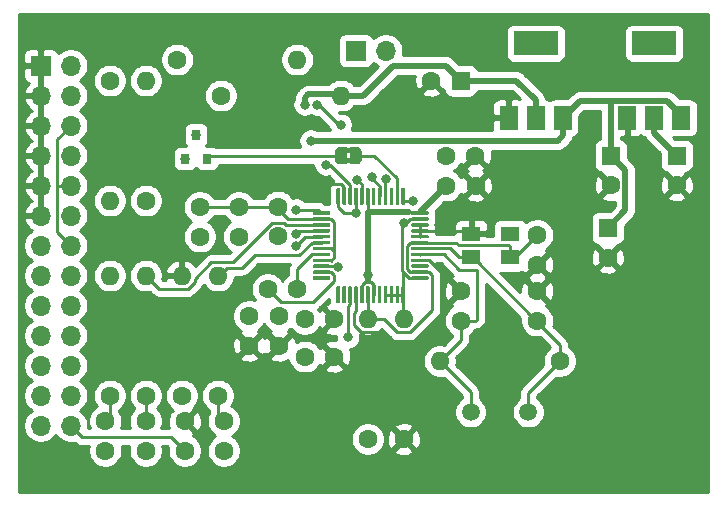
<source format=gbr>
G04 #@! TF.GenerationSoftware,KiCad,Pcbnew,(5.1.6)-1*
G04 #@! TF.CreationDate,2020-12-31T21:45:04+08:00*
G04 #@! TF.ProjectId,vs1053-waveblaster-se,76733130-3533-42d7-9761-7665626c6173,C*
G04 #@! TF.SameCoordinates,Original*
G04 #@! TF.FileFunction,Copper,L1,Top*
G04 #@! TF.FilePolarity,Positive*
%FSLAX46Y46*%
G04 Gerber Fmt 4.6, Leading zero omitted, Abs format (unit mm)*
G04 Created by KiCad (PCBNEW (5.1.6)-1) date 2020-12-31 21:45:04*
%MOMM*%
%LPD*%
G01*
G04 APERTURE LIST*
G04 #@! TA.AperFunction,EtchedComponent*
%ADD10C,0.100000*%
G04 #@! TD*
G04 #@! TA.AperFunction,ComponentPad*
%ADD11O,1.700000X1.700000*%
G04 #@! TD*
G04 #@! TA.AperFunction,ComponentPad*
%ADD12R,1.700000X1.700000*%
G04 #@! TD*
G04 #@! TA.AperFunction,ComponentPad*
%ADD13O,1.600000X1.600000*%
G04 #@! TD*
G04 #@! TA.AperFunction,ComponentPad*
%ADD14C,1.600000*%
G04 #@! TD*
G04 #@! TA.AperFunction,ComponentPad*
%ADD15R,1.600000X1.600000*%
G04 #@! TD*
G04 #@! TA.AperFunction,SMDPad,CuDef*
%ADD16C,0.100000*%
G04 #@! TD*
G04 #@! TA.AperFunction,SMDPad,CuDef*
%ADD17R,0.800000X0.900000*%
G04 #@! TD*
G04 #@! TA.AperFunction,SMDPad,CuDef*
%ADD18R,1.500000X2.000000*%
G04 #@! TD*
G04 #@! TA.AperFunction,SMDPad,CuDef*
%ADD19R,3.800000X2.000000*%
G04 #@! TD*
G04 #@! TA.AperFunction,SMDPad,CuDef*
%ADD20R,1.600000X1.300000*%
G04 #@! TD*
G04 #@! TA.AperFunction,ComponentPad*
%ADD21C,1.500000*%
G04 #@! TD*
G04 #@! TA.AperFunction,ViaPad*
%ADD22C,0.800000*%
G04 #@! TD*
G04 #@! TA.AperFunction,Conductor*
%ADD23C,0.250000*%
G04 #@! TD*
G04 #@! TA.AperFunction,Conductor*
%ADD24C,0.500000*%
G04 #@! TD*
G04 #@! TA.AperFunction,Conductor*
%ADD25C,0.254000*%
G04 #@! TD*
G04 APERTURE END LIST*
D10*
G04 #@! TO.C,JP1*
G36*
X144410000Y-92510000D02*
G01*
X143910000Y-92510000D01*
X143910000Y-92110000D01*
X144410000Y-92110000D01*
X144410000Y-92510000D01*
G37*
G36*
X144410000Y-93310000D02*
G01*
X143910000Y-93310000D01*
X143910000Y-92910000D01*
X144410000Y-92910000D01*
X144410000Y-93310000D01*
G37*
G04 #@! TD*
G04 #@! TO.P,U3,1*
G04 #@! TO.N,Net-(U3-Pad1)*
G04 #@! TA.AperFunction,SMDPad,CuDef*
G36*
G01*
X143375000Y-105230000D02*
X143225000Y-105230000D01*
G75*
G02*
X143150000Y-105155000I0J75000D01*
G01*
X143150000Y-103830000D01*
G75*
G02*
X143225000Y-103755000I75000J0D01*
G01*
X143375000Y-103755000D01*
G75*
G02*
X143450000Y-103830000I0J-75000D01*
G01*
X143450000Y-105155000D01*
G75*
G02*
X143375000Y-105230000I-75000J0D01*
G01*
G37*
G04 #@! TD.AperFunction*
G04 #@! TO.P,U3,2*
G04 #@! TO.N,Net-(U3-Pad2)*
G04 #@! TA.AperFunction,SMDPad,CuDef*
G36*
G01*
X143875000Y-105230000D02*
X143725000Y-105230000D01*
G75*
G02*
X143650000Y-105155000I0J75000D01*
G01*
X143650000Y-103830000D01*
G75*
G02*
X143725000Y-103755000I75000J0D01*
G01*
X143875000Y-103755000D01*
G75*
G02*
X143950000Y-103830000I0J-75000D01*
G01*
X143950000Y-105155000D01*
G75*
G02*
X143875000Y-105230000I-75000J0D01*
G01*
G37*
G04 #@! TD.AperFunction*
G04 #@! TO.P,U3,3*
G04 #@! TO.N,~RESET*
G04 #@! TA.AperFunction,SMDPad,CuDef*
G36*
G01*
X144375000Y-105230000D02*
X144225000Y-105230000D01*
G75*
G02*
X144150000Y-105155000I0J75000D01*
G01*
X144150000Y-103830000D01*
G75*
G02*
X144225000Y-103755000I75000J0D01*
G01*
X144375000Y-103755000D01*
G75*
G02*
X144450000Y-103830000I0J-75000D01*
G01*
X144450000Y-105155000D01*
G75*
G02*
X144375000Y-105230000I-75000J0D01*
G01*
G37*
G04 #@! TD.AperFunction*
G04 #@! TO.P,U3,4*
G04 #@! TO.N,GND*
G04 #@! TA.AperFunction,SMDPad,CuDef*
G36*
G01*
X144875000Y-105230000D02*
X144725000Y-105230000D01*
G75*
G02*
X144650000Y-105155000I0J75000D01*
G01*
X144650000Y-103830000D01*
G75*
G02*
X144725000Y-103755000I75000J0D01*
G01*
X144875000Y-103755000D01*
G75*
G02*
X144950000Y-103830000I0J-75000D01*
G01*
X144950000Y-105155000D01*
G75*
G02*
X144875000Y-105230000I-75000J0D01*
G01*
G37*
G04 #@! TD.AperFunction*
G04 #@! TO.P,U3,5*
G04 #@! TO.N,+1V8*
G04 #@! TA.AperFunction,SMDPad,CuDef*
G36*
G01*
X145375000Y-105230000D02*
X145225000Y-105230000D01*
G75*
G02*
X145150000Y-105155000I0J75000D01*
G01*
X145150000Y-103830000D01*
G75*
G02*
X145225000Y-103755000I75000J0D01*
G01*
X145375000Y-103755000D01*
G75*
G02*
X145450000Y-103830000I0J-75000D01*
G01*
X145450000Y-105155000D01*
G75*
G02*
X145375000Y-105230000I-75000J0D01*
G01*
G37*
G04 #@! TD.AperFunction*
G04 #@! TO.P,U3,6*
G04 #@! TO.N,+3V3*
G04 #@! TA.AperFunction,SMDPad,CuDef*
G36*
G01*
X145875000Y-105230000D02*
X145725000Y-105230000D01*
G75*
G02*
X145650000Y-105155000I0J75000D01*
G01*
X145650000Y-103830000D01*
G75*
G02*
X145725000Y-103755000I75000J0D01*
G01*
X145875000Y-103755000D01*
G75*
G02*
X145950000Y-103830000I0J-75000D01*
G01*
X145950000Y-105155000D01*
G75*
G02*
X145875000Y-105230000I-75000J0D01*
G01*
G37*
G04 #@! TD.AperFunction*
G04 #@! TO.P,U3,7*
G04 #@! TO.N,+1V8*
G04 #@! TA.AperFunction,SMDPad,CuDef*
G36*
G01*
X146375000Y-105230000D02*
X146225000Y-105230000D01*
G75*
G02*
X146150000Y-105155000I0J75000D01*
G01*
X146150000Y-103830000D01*
G75*
G02*
X146225000Y-103755000I75000J0D01*
G01*
X146375000Y-103755000D01*
G75*
G02*
X146450000Y-103830000I0J-75000D01*
G01*
X146450000Y-105155000D01*
G75*
G02*
X146375000Y-105230000I-75000J0D01*
G01*
G37*
G04 #@! TD.AperFunction*
G04 #@! TO.P,U3,8*
G04 #@! TO.N,Net-(U3-Pad8)*
G04 #@! TA.AperFunction,SMDPad,CuDef*
G36*
G01*
X146875000Y-105230000D02*
X146725000Y-105230000D01*
G75*
G02*
X146650000Y-105155000I0J75000D01*
G01*
X146650000Y-103830000D01*
G75*
G02*
X146725000Y-103755000I75000J0D01*
G01*
X146875000Y-103755000D01*
G75*
G02*
X146950000Y-103830000I0J-75000D01*
G01*
X146950000Y-105155000D01*
G75*
G02*
X146875000Y-105230000I-75000J0D01*
G01*
G37*
G04 #@! TD.AperFunction*
G04 #@! TO.P,U3,9*
G04 #@! TO.N,Net-(R3-Pad2)*
G04 #@! TA.AperFunction,SMDPad,CuDef*
G36*
G01*
X147375000Y-105230000D02*
X147225000Y-105230000D01*
G75*
G02*
X147150000Y-105155000I0J75000D01*
G01*
X147150000Y-103830000D01*
G75*
G02*
X147225000Y-103755000I75000J0D01*
G01*
X147375000Y-103755000D01*
G75*
G02*
X147450000Y-103830000I0J-75000D01*
G01*
X147450000Y-105155000D01*
G75*
G02*
X147375000Y-105230000I-75000J0D01*
G01*
G37*
G04 #@! TD.AperFunction*
G04 #@! TO.P,U3,10*
G04 #@! TA.AperFunction,SMDPad,CuDef*
G36*
G01*
X147875000Y-105230000D02*
X147725000Y-105230000D01*
G75*
G02*
X147650000Y-105155000I0J75000D01*
G01*
X147650000Y-103830000D01*
G75*
G02*
X147725000Y-103755000I75000J0D01*
G01*
X147875000Y-103755000D01*
G75*
G02*
X147950000Y-103830000I0J-75000D01*
G01*
X147950000Y-105155000D01*
G75*
G02*
X147875000Y-105230000I-75000J0D01*
G01*
G37*
G04 #@! TD.AperFunction*
G04 #@! TO.P,U3,11*
G04 #@! TA.AperFunction,SMDPad,CuDef*
G36*
G01*
X148375000Y-105230000D02*
X148225000Y-105230000D01*
G75*
G02*
X148150000Y-105155000I0J75000D01*
G01*
X148150000Y-103830000D01*
G75*
G02*
X148225000Y-103755000I75000J0D01*
G01*
X148375000Y-103755000D01*
G75*
G02*
X148450000Y-103830000I0J-75000D01*
G01*
X148450000Y-105155000D01*
G75*
G02*
X148375000Y-105230000I-75000J0D01*
G01*
G37*
G04 #@! TD.AperFunction*
G04 #@! TO.P,U3,12*
G04 #@! TA.AperFunction,SMDPad,CuDef*
G36*
G01*
X148875000Y-105230000D02*
X148725000Y-105230000D01*
G75*
G02*
X148650000Y-105155000I0J75000D01*
G01*
X148650000Y-103830000D01*
G75*
G02*
X148725000Y-103755000I75000J0D01*
G01*
X148875000Y-103755000D01*
G75*
G02*
X148950000Y-103830000I0J-75000D01*
G01*
X148950000Y-105155000D01*
G75*
G02*
X148875000Y-105230000I-75000J0D01*
G01*
G37*
G04 #@! TD.AperFunction*
G04 #@! TO.P,U3,13*
G04 #@! TA.AperFunction,SMDPad,CuDef*
G36*
G01*
X150875000Y-103230000D02*
X149550000Y-103230000D01*
G75*
G02*
X149475000Y-103155000I0J75000D01*
G01*
X149475000Y-103005000D01*
G75*
G02*
X149550000Y-102930000I75000J0D01*
G01*
X150875000Y-102930000D01*
G75*
G02*
X150950000Y-103005000I0J-75000D01*
G01*
X150950000Y-103155000D01*
G75*
G02*
X150875000Y-103230000I-75000J0D01*
G01*
G37*
G04 #@! TD.AperFunction*
G04 #@! TO.P,U3,14*
G04 #@! TO.N,+3V3*
G04 #@! TA.AperFunction,SMDPad,CuDef*
G36*
G01*
X150875000Y-102730000D02*
X149550000Y-102730000D01*
G75*
G02*
X149475000Y-102655000I0J75000D01*
G01*
X149475000Y-102505000D01*
G75*
G02*
X149550000Y-102430000I75000J0D01*
G01*
X150875000Y-102430000D01*
G75*
G02*
X150950000Y-102505000I0J-75000D01*
G01*
X150950000Y-102655000D01*
G75*
G02*
X150875000Y-102730000I-75000J0D01*
G01*
G37*
G04 #@! TD.AperFunction*
G04 #@! TO.P,U3,15*
G04 #@! TO.N,Net-(U3-Pad15)*
G04 #@! TA.AperFunction,SMDPad,CuDef*
G36*
G01*
X150875000Y-102230000D02*
X149550000Y-102230000D01*
G75*
G02*
X149475000Y-102155000I0J75000D01*
G01*
X149475000Y-102005000D01*
G75*
G02*
X149550000Y-101930000I75000J0D01*
G01*
X150875000Y-101930000D01*
G75*
G02*
X150950000Y-102005000I0J-75000D01*
G01*
X150950000Y-102155000D01*
G75*
G02*
X150875000Y-102230000I-75000J0D01*
G01*
G37*
G04 #@! TD.AperFunction*
G04 #@! TO.P,U3,16*
G04 #@! TO.N,GND*
G04 #@! TA.AperFunction,SMDPad,CuDef*
G36*
G01*
X150875000Y-101730000D02*
X149550000Y-101730000D01*
G75*
G02*
X149475000Y-101655000I0J75000D01*
G01*
X149475000Y-101505000D01*
G75*
G02*
X149550000Y-101430000I75000J0D01*
G01*
X150875000Y-101430000D01*
G75*
G02*
X150950000Y-101505000I0J-75000D01*
G01*
X150950000Y-101655000D01*
G75*
G02*
X150875000Y-101730000I-75000J0D01*
G01*
G37*
G04 #@! TD.AperFunction*
G04 #@! TO.P,U3,17*
G04 #@! TO.N,Net-(C20-Pad2)*
G04 #@! TA.AperFunction,SMDPad,CuDef*
G36*
G01*
X150875000Y-101230000D02*
X149550000Y-101230000D01*
G75*
G02*
X149475000Y-101155000I0J75000D01*
G01*
X149475000Y-101005000D01*
G75*
G02*
X149550000Y-100930000I75000J0D01*
G01*
X150875000Y-100930000D01*
G75*
G02*
X150950000Y-101005000I0J-75000D01*
G01*
X150950000Y-101155000D01*
G75*
G02*
X150875000Y-101230000I-75000J0D01*
G01*
G37*
G04 #@! TD.AperFunction*
G04 #@! TO.P,U3,18*
G04 #@! TO.N,MCLK*
G04 #@! TA.AperFunction,SMDPad,CuDef*
G36*
G01*
X150875000Y-100730000D02*
X149550000Y-100730000D01*
G75*
G02*
X149475000Y-100655000I0J75000D01*
G01*
X149475000Y-100505000D01*
G75*
G02*
X149550000Y-100430000I75000J0D01*
G01*
X150875000Y-100430000D01*
G75*
G02*
X150950000Y-100505000I0J-75000D01*
G01*
X150950000Y-100655000D01*
G75*
G02*
X150875000Y-100730000I-75000J0D01*
G01*
G37*
G04 #@! TD.AperFunction*
G04 #@! TO.P,U3,19*
G04 #@! TO.N,+3V3*
G04 #@! TA.AperFunction,SMDPad,CuDef*
G36*
G01*
X150875000Y-100230000D02*
X149550000Y-100230000D01*
G75*
G02*
X149475000Y-100155000I0J75000D01*
G01*
X149475000Y-100005000D01*
G75*
G02*
X149550000Y-99930000I75000J0D01*
G01*
X150875000Y-99930000D01*
G75*
G02*
X150950000Y-100005000I0J-75000D01*
G01*
X150950000Y-100155000D01*
G75*
G02*
X150875000Y-100230000I-75000J0D01*
G01*
G37*
G04 #@! TD.AperFunction*
G04 #@! TO.P,U3,20*
G04 #@! TO.N,GND*
G04 #@! TA.AperFunction,SMDPad,CuDef*
G36*
G01*
X150875000Y-99730000D02*
X149550000Y-99730000D01*
G75*
G02*
X149475000Y-99655000I0J75000D01*
G01*
X149475000Y-99505000D01*
G75*
G02*
X149550000Y-99430000I75000J0D01*
G01*
X150875000Y-99430000D01*
G75*
G02*
X150950000Y-99505000I0J-75000D01*
G01*
X150950000Y-99655000D01*
G75*
G02*
X150875000Y-99730000I-75000J0D01*
G01*
G37*
G04 #@! TD.AperFunction*
G04 #@! TO.P,U3,21*
G04 #@! TA.AperFunction,SMDPad,CuDef*
G36*
G01*
X150875000Y-99230000D02*
X149550000Y-99230000D01*
G75*
G02*
X149475000Y-99155000I0J75000D01*
G01*
X149475000Y-99005000D01*
G75*
G02*
X149550000Y-98930000I75000J0D01*
G01*
X150875000Y-98930000D01*
G75*
G02*
X150950000Y-99005000I0J-75000D01*
G01*
X150950000Y-99155000D01*
G75*
G02*
X150875000Y-99230000I-75000J0D01*
G01*
G37*
G04 #@! TD.AperFunction*
G04 #@! TO.P,U3,22*
G04 #@! TA.AperFunction,SMDPad,CuDef*
G36*
G01*
X150875000Y-98730000D02*
X149550000Y-98730000D01*
G75*
G02*
X149475000Y-98655000I0J75000D01*
G01*
X149475000Y-98505000D01*
G75*
G02*
X149550000Y-98430000I75000J0D01*
G01*
X150875000Y-98430000D01*
G75*
G02*
X150950000Y-98505000I0J-75000D01*
G01*
X150950000Y-98655000D01*
G75*
G02*
X150875000Y-98730000I-75000J0D01*
G01*
G37*
G04 #@! TD.AperFunction*
G04 #@! TO.P,U3,23*
G04 #@! TO.N,Net-(R3-Pad2)*
G04 #@! TA.AperFunction,SMDPad,CuDef*
G36*
G01*
X150875000Y-98230000D02*
X149550000Y-98230000D01*
G75*
G02*
X149475000Y-98155000I0J75000D01*
G01*
X149475000Y-98005000D01*
G75*
G02*
X149550000Y-97930000I75000J0D01*
G01*
X150875000Y-97930000D01*
G75*
G02*
X150950000Y-98005000I0J-75000D01*
G01*
X150950000Y-98155000D01*
G75*
G02*
X150875000Y-98230000I-75000J0D01*
G01*
G37*
G04 #@! TD.AperFunction*
G04 #@! TO.P,U3,24*
G04 #@! TO.N,+1V8*
G04 #@! TA.AperFunction,SMDPad,CuDef*
G36*
G01*
X150875000Y-97730000D02*
X149550000Y-97730000D01*
G75*
G02*
X149475000Y-97655000I0J75000D01*
G01*
X149475000Y-97505000D01*
G75*
G02*
X149550000Y-97430000I75000J0D01*
G01*
X150875000Y-97430000D01*
G75*
G02*
X150950000Y-97505000I0J-75000D01*
G01*
X150950000Y-97655000D01*
G75*
G02*
X150875000Y-97730000I-75000J0D01*
G01*
G37*
G04 #@! TD.AperFunction*
G04 #@! TO.P,U3,25*
G04 #@! TO.N,Net-(R3-Pad2)*
G04 #@! TA.AperFunction,SMDPad,CuDef*
G36*
G01*
X148875000Y-96905000D02*
X148725000Y-96905000D01*
G75*
G02*
X148650000Y-96830000I0J75000D01*
G01*
X148650000Y-95505000D01*
G75*
G02*
X148725000Y-95430000I75000J0D01*
G01*
X148875000Y-95430000D01*
G75*
G02*
X148950000Y-95505000I0J-75000D01*
G01*
X148950000Y-96830000D01*
G75*
G02*
X148875000Y-96905000I-75000J0D01*
G01*
G37*
G04 #@! TD.AperFunction*
G04 #@! TO.P,U3,26*
G04 #@! TO.N,Net-(JP1-Pad1)*
G04 #@! TA.AperFunction,SMDPad,CuDef*
G36*
G01*
X148375000Y-96905000D02*
X148225000Y-96905000D01*
G75*
G02*
X148150000Y-96830000I0J75000D01*
G01*
X148150000Y-95505000D01*
G75*
G02*
X148225000Y-95430000I75000J0D01*
G01*
X148375000Y-95430000D01*
G75*
G02*
X148450000Y-95505000I0J-75000D01*
G01*
X148450000Y-96830000D01*
G75*
G02*
X148375000Y-96905000I-75000J0D01*
G01*
G37*
G04 #@! TD.AperFunction*
G04 #@! TO.P,U3,27*
G04 #@! TO.N,Net-(U3-Pad27)*
G04 #@! TA.AperFunction,SMDPad,CuDef*
G36*
G01*
X147875000Y-96905000D02*
X147725000Y-96905000D01*
G75*
G02*
X147650000Y-96830000I0J75000D01*
G01*
X147650000Y-95505000D01*
G75*
G02*
X147725000Y-95430000I75000J0D01*
G01*
X147875000Y-95430000D01*
G75*
G02*
X147950000Y-95505000I0J-75000D01*
G01*
X147950000Y-96830000D01*
G75*
G02*
X147875000Y-96905000I-75000J0D01*
G01*
G37*
G04 #@! TD.AperFunction*
G04 #@! TO.P,U3,28*
G04 #@! TO.N,Net-(TP1-Pad2)*
G04 #@! TA.AperFunction,SMDPad,CuDef*
G36*
G01*
X147375000Y-96905000D02*
X147225000Y-96905000D01*
G75*
G02*
X147150000Y-96830000I0J75000D01*
G01*
X147150000Y-95505000D01*
G75*
G02*
X147225000Y-95430000I75000J0D01*
G01*
X147375000Y-95430000D01*
G75*
G02*
X147450000Y-95505000I0J-75000D01*
G01*
X147450000Y-96830000D01*
G75*
G02*
X147375000Y-96905000I-75000J0D01*
G01*
G37*
G04 #@! TD.AperFunction*
G04 #@! TO.P,U3,29*
G04 #@! TO.N,Net-(TP1-Pad1)*
G04 #@! TA.AperFunction,SMDPad,CuDef*
G36*
G01*
X146875000Y-96905000D02*
X146725000Y-96905000D01*
G75*
G02*
X146650000Y-96830000I0J75000D01*
G01*
X146650000Y-95505000D01*
G75*
G02*
X146725000Y-95430000I75000J0D01*
G01*
X146875000Y-95430000D01*
G75*
G02*
X146950000Y-95505000I0J-75000D01*
G01*
X146950000Y-96830000D01*
G75*
G02*
X146875000Y-96905000I-75000J0D01*
G01*
G37*
G04 #@! TD.AperFunction*
G04 #@! TO.P,U3,30*
G04 #@! TO.N,Net-(U3-Pad30)*
G04 #@! TA.AperFunction,SMDPad,CuDef*
G36*
G01*
X146375000Y-96905000D02*
X146225000Y-96905000D01*
G75*
G02*
X146150000Y-96830000I0J75000D01*
G01*
X146150000Y-95505000D01*
G75*
G02*
X146225000Y-95430000I75000J0D01*
G01*
X146375000Y-95430000D01*
G75*
G02*
X146450000Y-95505000I0J-75000D01*
G01*
X146450000Y-96830000D01*
G75*
G02*
X146375000Y-96905000I-75000J0D01*
G01*
G37*
G04 #@! TD.AperFunction*
G04 #@! TO.P,U3,31*
G04 #@! TO.N,+1V8*
G04 #@! TA.AperFunction,SMDPad,CuDef*
G36*
G01*
X145875000Y-96905000D02*
X145725000Y-96905000D01*
G75*
G02*
X145650000Y-96830000I0J75000D01*
G01*
X145650000Y-95505000D01*
G75*
G02*
X145725000Y-95430000I75000J0D01*
G01*
X145875000Y-95430000D01*
G75*
G02*
X145950000Y-95505000I0J-75000D01*
G01*
X145950000Y-96830000D01*
G75*
G02*
X145875000Y-96905000I-75000J0D01*
G01*
G37*
G04 #@! TD.AperFunction*
G04 #@! TO.P,U3,32*
G04 #@! TO.N,+3V3*
G04 #@! TA.AperFunction,SMDPad,CuDef*
G36*
G01*
X145375000Y-96905000D02*
X145225000Y-96905000D01*
G75*
G02*
X145150000Y-96830000I0J75000D01*
G01*
X145150000Y-95505000D01*
G75*
G02*
X145225000Y-95430000I75000J0D01*
G01*
X145375000Y-95430000D01*
G75*
G02*
X145450000Y-95505000I0J-75000D01*
G01*
X145450000Y-96830000D01*
G75*
G02*
X145375000Y-96905000I-75000J0D01*
G01*
G37*
G04 #@! TD.AperFunction*
G04 #@! TO.P,U3,33*
G04 #@! TO.N,Net-(R3-Pad2)*
G04 #@! TA.AperFunction,SMDPad,CuDef*
G36*
G01*
X144875000Y-96905000D02*
X144725000Y-96905000D01*
G75*
G02*
X144650000Y-96830000I0J75000D01*
G01*
X144650000Y-95505000D01*
G75*
G02*
X144725000Y-95430000I75000J0D01*
G01*
X144875000Y-95430000D01*
G75*
G02*
X144950000Y-95505000I0J-75000D01*
G01*
X144950000Y-96830000D01*
G75*
G02*
X144875000Y-96905000I-75000J0D01*
G01*
G37*
G04 #@! TD.AperFunction*
G04 #@! TO.P,U3,34*
G04 #@! TO.N,Net-(R4-Pad2)*
G04 #@! TA.AperFunction,SMDPad,CuDef*
G36*
G01*
X144375000Y-96905000D02*
X144225000Y-96905000D01*
G75*
G02*
X144150000Y-96830000I0J75000D01*
G01*
X144150000Y-95505000D01*
G75*
G02*
X144225000Y-95430000I75000J0D01*
G01*
X144375000Y-95430000D01*
G75*
G02*
X144450000Y-95505000I0J-75000D01*
G01*
X144450000Y-96830000D01*
G75*
G02*
X144375000Y-96905000I-75000J0D01*
G01*
G37*
G04 #@! TD.AperFunction*
G04 #@! TO.P,U3,35*
G04 #@! TO.N,GND*
G04 #@! TA.AperFunction,SMDPad,CuDef*
G36*
G01*
X143875000Y-96905000D02*
X143725000Y-96905000D01*
G75*
G02*
X143650000Y-96830000I0J75000D01*
G01*
X143650000Y-95505000D01*
G75*
G02*
X143725000Y-95430000I75000J0D01*
G01*
X143875000Y-95430000D01*
G75*
G02*
X143950000Y-95505000I0J-75000D01*
G01*
X143950000Y-96830000D01*
G75*
G02*
X143875000Y-96905000I-75000J0D01*
G01*
G37*
G04 #@! TD.AperFunction*
G04 #@! TO.P,U3,36*
G04 #@! TO.N,Net-(R3-Pad2)*
G04 #@! TA.AperFunction,SMDPad,CuDef*
G36*
G01*
X143375000Y-96905000D02*
X143225000Y-96905000D01*
G75*
G02*
X143150000Y-96830000I0J75000D01*
G01*
X143150000Y-95505000D01*
G75*
G02*
X143225000Y-95430000I75000J0D01*
G01*
X143375000Y-95430000D01*
G75*
G02*
X143450000Y-95505000I0J-75000D01*
G01*
X143450000Y-96830000D01*
G75*
G02*
X143375000Y-96905000I-75000J0D01*
G01*
G37*
G04 #@! TD.AperFunction*
G04 #@! TO.P,U3,37*
G04 #@! TO.N,GNDA*
G04 #@! TA.AperFunction,SMDPad,CuDef*
G36*
G01*
X142550000Y-97730000D02*
X141225000Y-97730000D01*
G75*
G02*
X141150000Y-97655000I0J75000D01*
G01*
X141150000Y-97505000D01*
G75*
G02*
X141225000Y-97430000I75000J0D01*
G01*
X142550000Y-97430000D01*
G75*
G02*
X142625000Y-97505000I0J-75000D01*
G01*
X142625000Y-97655000D01*
G75*
G02*
X142550000Y-97730000I-75000J0D01*
G01*
G37*
G04 #@! TD.AperFunction*
G04 #@! TO.P,U3,38*
G04 #@! TO.N,VDDA*
G04 #@! TA.AperFunction,SMDPad,CuDef*
G36*
G01*
X142550000Y-98230000D02*
X141225000Y-98230000D01*
G75*
G02*
X141150000Y-98155000I0J75000D01*
G01*
X141150000Y-98005000D01*
G75*
G02*
X141225000Y-97930000I75000J0D01*
G01*
X142550000Y-97930000D01*
G75*
G02*
X142625000Y-98005000I0J-75000D01*
G01*
X142625000Y-98155000D01*
G75*
G02*
X142550000Y-98230000I-75000J0D01*
G01*
G37*
G04 #@! TD.AperFunction*
G04 #@! TO.P,U3,39*
G04 #@! TO.N,Net-(CON1-Pad20)*
G04 #@! TA.AperFunction,SMDPad,CuDef*
G36*
G01*
X142550000Y-98730000D02*
X141225000Y-98730000D01*
G75*
G02*
X141150000Y-98655000I0J75000D01*
G01*
X141150000Y-98505000D01*
G75*
G02*
X141225000Y-98430000I75000J0D01*
G01*
X142550000Y-98430000D01*
G75*
G02*
X142625000Y-98505000I0J-75000D01*
G01*
X142625000Y-98655000D01*
G75*
G02*
X142550000Y-98730000I-75000J0D01*
G01*
G37*
G04 #@! TD.AperFunction*
G04 #@! TO.P,U3,40*
G04 #@! TO.N,GNDA*
G04 #@! TA.AperFunction,SMDPad,CuDef*
G36*
G01*
X142550000Y-99230000D02*
X141225000Y-99230000D01*
G75*
G02*
X141150000Y-99155000I0J75000D01*
G01*
X141150000Y-99005000D01*
G75*
G02*
X141225000Y-98930000I75000J0D01*
G01*
X142550000Y-98930000D01*
G75*
G02*
X142625000Y-99005000I0J-75000D01*
G01*
X142625000Y-99155000D01*
G75*
G02*
X142550000Y-99230000I-75000J0D01*
G01*
G37*
G04 #@! TD.AperFunction*
G04 #@! TO.P,U3,41*
G04 #@! TA.AperFunction,SMDPad,CuDef*
G36*
G01*
X142550000Y-99730000D02*
X141225000Y-99730000D01*
G75*
G02*
X141150000Y-99655000I0J75000D01*
G01*
X141150000Y-99505000D01*
G75*
G02*
X141225000Y-99430000I75000J0D01*
G01*
X142550000Y-99430000D01*
G75*
G02*
X142625000Y-99505000I0J-75000D01*
G01*
X142625000Y-99655000D01*
G75*
G02*
X142550000Y-99730000I-75000J0D01*
G01*
G37*
G04 #@! TD.AperFunction*
G04 #@! TO.P,U3,42*
G04 #@! TO.N,Net-(R5-Pad2)*
G04 #@! TA.AperFunction,SMDPad,CuDef*
G36*
G01*
X142550000Y-100230000D02*
X141225000Y-100230000D01*
G75*
G02*
X141150000Y-100155000I0J75000D01*
G01*
X141150000Y-100005000D01*
G75*
G02*
X141225000Y-99930000I75000J0D01*
G01*
X142550000Y-99930000D01*
G75*
G02*
X142625000Y-100005000I0J-75000D01*
G01*
X142625000Y-100155000D01*
G75*
G02*
X142550000Y-100230000I-75000J0D01*
G01*
G37*
G04 #@! TD.AperFunction*
G04 #@! TO.P,U3,43*
G04 #@! TO.N,VDDA*
G04 #@! TA.AperFunction,SMDPad,CuDef*
G36*
G01*
X142550000Y-100730000D02*
X141225000Y-100730000D01*
G75*
G02*
X141150000Y-100655000I0J75000D01*
G01*
X141150000Y-100505000D01*
G75*
G02*
X141225000Y-100430000I75000J0D01*
G01*
X142550000Y-100430000D01*
G75*
G02*
X142625000Y-100505000I0J-75000D01*
G01*
X142625000Y-100655000D01*
G75*
G02*
X142550000Y-100730000I-75000J0D01*
G01*
G37*
G04 #@! TD.AperFunction*
G04 #@! TO.P,U3,44*
G04 #@! TO.N,Net-(C15-Pad1)*
G04 #@! TA.AperFunction,SMDPad,CuDef*
G36*
G01*
X142550000Y-101230000D02*
X141225000Y-101230000D01*
G75*
G02*
X141150000Y-101155000I0J75000D01*
G01*
X141150000Y-101005000D01*
G75*
G02*
X141225000Y-100930000I75000J0D01*
G01*
X142550000Y-100930000D01*
G75*
G02*
X142625000Y-101005000I0J-75000D01*
G01*
X142625000Y-101155000D01*
G75*
G02*
X142550000Y-101230000I-75000J0D01*
G01*
G37*
G04 #@! TD.AperFunction*
G04 #@! TO.P,U3,45*
G04 #@! TO.N,VDDA*
G04 #@! TA.AperFunction,SMDPad,CuDef*
G36*
G01*
X142550000Y-101730000D02*
X141225000Y-101730000D01*
G75*
G02*
X141150000Y-101655000I0J75000D01*
G01*
X141150000Y-101505000D01*
G75*
G02*
X141225000Y-101430000I75000J0D01*
G01*
X142550000Y-101430000D01*
G75*
G02*
X142625000Y-101505000I0J-75000D01*
G01*
X142625000Y-101655000D01*
G75*
G02*
X142550000Y-101730000I-75000J0D01*
G01*
G37*
G04 #@! TD.AperFunction*
G04 #@! TO.P,U3,46*
G04 #@! TO.N,Net-(CON1-Pad24)*
G04 #@! TA.AperFunction,SMDPad,CuDef*
G36*
G01*
X142550000Y-102230000D02*
X141225000Y-102230000D01*
G75*
G02*
X141150000Y-102155000I0J75000D01*
G01*
X141150000Y-102005000D01*
G75*
G02*
X141225000Y-101930000I75000J0D01*
G01*
X142550000Y-101930000D01*
G75*
G02*
X142625000Y-102005000I0J-75000D01*
G01*
X142625000Y-102155000D01*
G75*
G02*
X142550000Y-102230000I-75000J0D01*
G01*
G37*
G04 #@! TD.AperFunction*
G04 #@! TO.P,U3,47*
G04 #@! TO.N,GNDA*
G04 #@! TA.AperFunction,SMDPad,CuDef*
G36*
G01*
X142550000Y-102730000D02*
X141225000Y-102730000D01*
G75*
G02*
X141150000Y-102655000I0J75000D01*
G01*
X141150000Y-102505000D01*
G75*
G02*
X141225000Y-102430000I75000J0D01*
G01*
X142550000Y-102430000D01*
G75*
G02*
X142625000Y-102505000I0J-75000D01*
G01*
X142625000Y-102655000D01*
G75*
G02*
X142550000Y-102730000I-75000J0D01*
G01*
G37*
G04 #@! TD.AperFunction*
G04 #@! TO.P,U3,48*
G04 #@! TO.N,Net-(U3-Pad48)*
G04 #@! TA.AperFunction,SMDPad,CuDef*
G36*
G01*
X142550000Y-103230000D02*
X141225000Y-103230000D01*
G75*
G02*
X141150000Y-103155000I0J75000D01*
G01*
X141150000Y-103005000D01*
G75*
G02*
X141225000Y-102930000I75000J0D01*
G01*
X142550000Y-102930000D01*
G75*
G02*
X142625000Y-103005000I0J-75000D01*
G01*
X142625000Y-103155000D01*
G75*
G02*
X142550000Y-103230000I-75000J0D01*
G01*
G37*
G04 #@! TD.AperFunction*
G04 #@! TD*
D11*
G04 #@! TO.P,CON1,26*
G04 #@! TO.N,~RESET*
X120650000Y-115570000D03*
G04 #@! TO.P,CON1,25*
G04 #@! TO.N,GNDA*
X118110000Y-115570000D03*
G04 #@! TO.P,CON1,24*
G04 #@! TO.N,Net-(CON1-Pad24)*
X120650000Y-113030000D03*
G04 #@! TO.P,CON1,23*
G04 #@! TO.N,GNDA*
X118110000Y-113030000D03*
G04 #@! TO.P,CON1,22*
G04 #@! TO.N,Net-(CON1-Pad22)*
X120650000Y-110490000D03*
G04 #@! TO.P,CON1,21*
G04 #@! TO.N,GNDA*
X118110000Y-110490000D03*
G04 #@! TO.P,CON1,20*
G04 #@! TO.N,Net-(CON1-Pad20)*
X120650000Y-107950000D03*
G04 #@! TO.P,CON1,19*
G04 #@! TO.N,GNDA*
X118110000Y-107950000D03*
G04 #@! TO.P,CON1,18*
G04 #@! TO.N,Net-(CON1-Pad18)*
X120650000Y-105410000D03*
G04 #@! TO.P,CON1,17*
G04 #@! TO.N,GNDA*
X118110000Y-105410000D03*
G04 #@! TO.P,CON1,16*
G04 #@! TO.N,Net-(CON1-Pad16)*
X120650000Y-102870000D03*
G04 #@! TO.P,CON1,15*
G04 #@! TO.N,GNDA*
X118110000Y-102870000D03*
G04 #@! TO.P,CON1,14*
G04 #@! TO.N,+5V*
X120650000Y-100330000D03*
G04 #@! TO.P,CON1,13*
G04 #@! TO.N,Net-(CON1-Pad13)*
X118110000Y-100330000D03*
G04 #@! TO.P,CON1,12*
G04 #@! TO.N,Net-(CON1-Pad12)*
X120650000Y-97790000D03*
G04 #@! TO.P,CON1,11*
G04 #@! TO.N,GND*
X118110000Y-97790000D03*
G04 #@! TO.P,CON1,10*
G04 #@! TO.N,+5V*
X120650000Y-95250000D03*
G04 #@! TO.P,CON1,9*
G04 #@! TO.N,GND*
X118110000Y-95250000D03*
G04 #@! TO.P,CON1,8*
G04 #@! TO.N,Net-(CON1-Pad8)*
X120650000Y-92710000D03*
G04 #@! TO.P,CON1,7*
G04 #@! TO.N,GND*
X118110000Y-92710000D03*
G04 #@! TO.P,CON1,6*
G04 #@! TO.N,+5V*
X120650000Y-90170000D03*
G04 #@! TO.P,CON1,5*
G04 #@! TO.N,GND*
X118110000Y-90170000D03*
G04 #@! TO.P,CON1,4*
G04 #@! TO.N,Net-(CON1-Pad4)*
X120650000Y-87630000D03*
G04 #@! TO.P,CON1,3*
G04 #@! TO.N,GND*
X118110000Y-87630000D03*
G04 #@! TO.P,CON1,2*
G04 #@! TO.N,Net-(CON1-Pad2)*
X120650000Y-85090000D03*
D12*
G04 #@! TO.P,CON1,1*
G04 #@! TO.N,GND*
X118110000Y-85090000D03*
G04 #@! TD*
D13*
G04 #@! TO.P,R7,2*
G04 #@! TO.N,Net-(CON1-Pad24)*
X123952000Y-102870000D03*
D14*
G04 #@! TO.P,R7,1*
G04 #@! TO.N,Net-(C18-Pad1)*
X123952000Y-113030000D03*
G04 #@! TD*
G04 #@! TO.P,C1,2*
G04 #@! TO.N,GND*
X166370000Y-95210000D03*
D15*
G04 #@! TO.P,C1,1*
G04 #@! TO.N,+5V*
X166370000Y-92710000D03*
G04 #@! TD*
G04 #@! TO.P,C2,1*
G04 #@! TO.N,+5V*
X166116000Y-98846000D03*
D14*
G04 #@! TO.P,C2,2*
G04 #@! TO.N,GND*
X166116000Y-101346000D03*
G04 #@! TD*
G04 #@! TO.P,C3,2*
G04 #@! TO.N,GND*
X151170000Y-86360000D03*
D15*
G04 #@! TO.P,C3,1*
G04 #@! TO.N,+3V3*
X153670000Y-86360000D03*
G04 #@! TD*
G04 #@! TO.P,C4,1*
G04 #@! TO.N,+1V8*
X171958000Y-92710000D03*
D14*
G04 #@! TO.P,C4,2*
G04 #@! TO.N,GND*
X171958000Y-95210000D03*
G04 #@! TD*
G04 #@! TO.P,C5,1*
G04 #@! TO.N,+3V3*
X160147000Y-99441000D03*
G04 #@! TO.P,C5,2*
G04 #@! TO.N,GND*
X160147000Y-101941000D03*
G04 #@! TD*
G04 #@! TO.P,C6,2*
G04 #@! TO.N,GND*
X142962000Y-109728000D03*
G04 #@! TO.P,C6,1*
G04 #@! TO.N,+3V3*
X140462000Y-109728000D03*
G04 #@! TD*
G04 #@! TO.P,C7,2*
G04 #@! TO.N,GND*
X142962000Y-106553000D03*
G04 #@! TO.P,C7,1*
G04 #@! TO.N,+3V3*
X140462000Y-106553000D03*
G04 #@! TD*
G04 #@! TO.P,C8,2*
G04 #@! TO.N,GND*
X138303000Y-108799000D03*
G04 #@! TO.P,C8,1*
G04 #@! TO.N,+1V8*
X138303000Y-106299000D03*
G04 #@! TD*
G04 #@! TO.P,C9,1*
G04 #@! TO.N,+1V8*
X135763000Y-106299000D03*
G04 #@! TO.P,C9,2*
G04 #@! TO.N,GND*
X135763000Y-108799000D03*
G04 #@! TD*
G04 #@! TO.P,C10,1*
G04 #@! TO.N,+1V8*
X152400000Y-92710000D03*
G04 #@! TO.P,C10,2*
G04 #@! TO.N,GND*
X154900000Y-92710000D03*
G04 #@! TD*
G04 #@! TO.P,C11,1*
G04 #@! TO.N,+1V8*
X152440000Y-95250000D03*
G04 #@! TO.P,C11,2*
G04 #@! TO.N,GND*
X154940000Y-95250000D03*
G04 #@! TD*
G04 #@! TO.P,C12,2*
G04 #@! TO.N,GNDA*
X131572000Y-99568000D03*
G04 #@! TO.P,C12,1*
G04 #@! TO.N,VDDA*
X131572000Y-97068000D03*
G04 #@! TD*
G04 #@! TO.P,C13,2*
G04 #@! TO.N,GNDA*
X134874000Y-99568000D03*
G04 #@! TO.P,C13,1*
G04 #@! TO.N,VDDA*
X134874000Y-97068000D03*
G04 #@! TD*
G04 #@! TO.P,C14,1*
G04 #@! TO.N,VDDA*
X138176000Y-97028000D03*
G04 #@! TO.P,C14,2*
G04 #@! TO.N,GNDA*
X138176000Y-99528000D03*
G04 #@! TD*
G04 #@! TO.P,C15,1*
G04 #@! TO.N,Net-(C15-Pad1)*
X139827000Y-104013000D03*
G04 #@! TO.P,C15,2*
G04 #@! TO.N,GNDA*
X137327000Y-104013000D03*
G04 #@! TD*
G04 #@! TO.P,C16,2*
G04 #@! TO.N,GNDA*
X133604000Y-117689000D03*
G04 #@! TO.P,C16,1*
G04 #@! TO.N,Net-(C16-Pad1)*
X133604000Y-115189000D03*
G04 #@! TD*
G04 #@! TO.P,C17,2*
G04 #@! TO.N,GNDA*
X127000000Y-117689000D03*
G04 #@! TO.P,C17,1*
G04 #@! TO.N,Net-(C17-Pad1)*
X127000000Y-115189000D03*
G04 #@! TD*
G04 #@! TO.P,C18,1*
G04 #@! TO.N,Net-(C18-Pad1)*
X123571000Y-115189000D03*
G04 #@! TO.P,C18,2*
G04 #@! TO.N,GNDA*
X123571000Y-117689000D03*
G04 #@! TD*
G04 #@! TO.P,C19,2*
G04 #@! TO.N,GND*
X130302000Y-115189000D03*
G04 #@! TO.P,C19,1*
G04 #@! TO.N,~RESET*
X130302000Y-117689000D03*
G04 #@! TD*
G04 #@! TO.P,C20,1*
G04 #@! TO.N,GND*
X153670000Y-104180000D03*
G04 #@! TO.P,C20,2*
G04 #@! TO.N,Net-(C20-Pad2)*
X153670000Y-106680000D03*
G04 #@! TD*
G04 #@! TO.P,C21,1*
G04 #@! TO.N,GND*
X160147000Y-104180000D03*
G04 #@! TO.P,C21,2*
G04 #@! TO.N,MCLK*
X160147000Y-106680000D03*
G04 #@! TD*
G04 #@! TA.AperFunction,SMDPad,CuDef*
D16*
G04 #@! TO.P,JP1,2*
G04 #@! TO.N,Net-(JP1-Pad2)*
G36*
X143510000Y-93459398D02*
G01*
X143485466Y-93459398D01*
X143436635Y-93454588D01*
X143388510Y-93445016D01*
X143341555Y-93430772D01*
X143296222Y-93411995D01*
X143252949Y-93388864D01*
X143212150Y-93361604D01*
X143174221Y-93330476D01*
X143139524Y-93295779D01*
X143108396Y-93257850D01*
X143081136Y-93217051D01*
X143058005Y-93173778D01*
X143039228Y-93128445D01*
X143024984Y-93081490D01*
X143015412Y-93033365D01*
X143010602Y-92984534D01*
X143010602Y-92960000D01*
X143010000Y-92960000D01*
X143010000Y-92460000D01*
X143010602Y-92460000D01*
X143010602Y-92435466D01*
X143015412Y-92386635D01*
X143024984Y-92338510D01*
X143039228Y-92291555D01*
X143058005Y-92246222D01*
X143081136Y-92202949D01*
X143108396Y-92162150D01*
X143139524Y-92124221D01*
X143174221Y-92089524D01*
X143212150Y-92058396D01*
X143252949Y-92031136D01*
X143296222Y-92008005D01*
X143341555Y-91989228D01*
X143388510Y-91974984D01*
X143436635Y-91965412D01*
X143485466Y-91960602D01*
X143510000Y-91960602D01*
X143510000Y-91960000D01*
X144010000Y-91960000D01*
X144010000Y-93460000D01*
X143510000Y-93460000D01*
X143510000Y-93459398D01*
G37*
G04 #@! TD.AperFunction*
G04 #@! TA.AperFunction,SMDPad,CuDef*
G04 #@! TO.P,JP1,1*
G04 #@! TO.N,Net-(JP1-Pad1)*
G36*
X144310000Y-91960000D02*
G01*
X144810000Y-91960000D01*
X144810000Y-91960602D01*
X144834534Y-91960602D01*
X144883365Y-91965412D01*
X144931490Y-91974984D01*
X144978445Y-91989228D01*
X145023778Y-92008005D01*
X145067051Y-92031136D01*
X145107850Y-92058396D01*
X145145779Y-92089524D01*
X145180476Y-92124221D01*
X145211604Y-92162150D01*
X145238864Y-92202949D01*
X145261995Y-92246222D01*
X145280772Y-92291555D01*
X145295016Y-92338510D01*
X145304588Y-92386635D01*
X145309398Y-92435466D01*
X145309398Y-92460000D01*
X145310000Y-92460000D01*
X145310000Y-92960000D01*
X145309398Y-92960000D01*
X145309398Y-92984534D01*
X145304588Y-93033365D01*
X145295016Y-93081490D01*
X145280772Y-93128445D01*
X145261995Y-93173778D01*
X145238864Y-93217051D01*
X145211604Y-93257850D01*
X145180476Y-93295779D01*
X145145779Y-93330476D01*
X145107850Y-93361604D01*
X145067051Y-93388864D01*
X145023778Y-93411995D01*
X144978445Y-93430772D01*
X144931490Y-93445016D01*
X144883365Y-93454588D01*
X144834534Y-93459398D01*
X144810000Y-93459398D01*
X144810000Y-93460000D01*
X144310000Y-93460000D01*
X144310000Y-91960000D01*
G37*
G04 #@! TD.AperFunction*
G04 #@! TD*
D17*
G04 #@! TO.P,Q1,1*
G04 #@! TO.N,+3V3*
X130307000Y-92964000D03*
G04 #@! TO.P,Q1,2*
G04 #@! TO.N,Net-(JP1-Pad2)*
X132207000Y-92964000D03*
G04 #@! TO.P,Q1,3*
G04 #@! TO.N,Net-(CON1-Pad4)*
X131257000Y-90964000D03*
G04 #@! TD*
D13*
G04 #@! TO.P,R1,2*
G04 #@! TO.N,+3V3*
X127000000Y-86360000D03*
D14*
G04 #@! TO.P,R1,1*
G04 #@! TO.N,VDDA*
X127000000Y-96520000D03*
G04 #@! TD*
G04 #@! TO.P,R2,1*
G04 #@! TO.N,GNDA*
X130048000Y-113030000D03*
D13*
G04 #@! TO.P,R2,2*
G04 #@! TO.N,GND*
X130048000Y-102870000D03*
G04 #@! TD*
G04 #@! TO.P,R3,2*
G04 #@! TO.N,Net-(R3-Pad2)*
X148844000Y-106553000D03*
D14*
G04 #@! TO.P,R3,1*
G04 #@! TO.N,GND*
X148844000Y-116713000D03*
G04 #@! TD*
G04 #@! TO.P,R4,1*
G04 #@! TO.N,+3V3*
X129667000Y-84582000D03*
D13*
G04 #@! TO.P,R4,2*
G04 #@! TO.N,Net-(R4-Pad2)*
X139827000Y-84582000D03*
G04 #@! TD*
D14*
G04 #@! TO.P,R5,1*
G04 #@! TO.N,Net-(C16-Pad1)*
X133096000Y-113030000D03*
D13*
G04 #@! TO.P,R5,2*
G04 #@! TO.N,Net-(R5-Pad2)*
X133096000Y-102870000D03*
G04 #@! TD*
G04 #@! TO.P,R6,2*
G04 #@! TO.N,Net-(CON1-Pad20)*
X127000000Y-102870000D03*
D14*
G04 #@! TO.P,R6,1*
G04 #@! TO.N,Net-(C17-Pad1)*
X127000000Y-113030000D03*
G04 #@! TD*
G04 #@! TO.P,R8,1*
G04 #@! TO.N,~RESET*
X145796000Y-116713000D03*
D13*
G04 #@! TO.P,R8,2*
G04 #@! TO.N,+3V3*
X145796000Y-106553000D03*
G04 #@! TD*
D14*
G04 #@! TO.P,R9,1*
G04 #@! TO.N,Net-(JP1-Pad1)*
X133350000Y-87630000D03*
D13*
G04 #@! TO.P,R9,2*
G04 #@! TO.N,+3V3*
X143510000Y-87630000D03*
G04 #@! TD*
G04 #@! TO.P,R10,2*
G04 #@! TO.N,+5V*
X123952000Y-96520000D03*
D14*
G04 #@! TO.P,R10,1*
G04 #@! TO.N,Net-(CON1-Pad4)*
X123952000Y-86360000D03*
G04 #@! TD*
G04 #@! TO.P,R11,1*
G04 #@! TO.N,MCLK*
X162052000Y-110109000D03*
D13*
G04 #@! TO.P,R11,2*
G04 #@! TO.N,Net-(C20-Pad2)*
X151892000Y-110109000D03*
G04 #@! TD*
D12*
G04 #@! TO.P,TP1,1*
G04 #@! TO.N,Net-(TP1-Pad1)*
X144780000Y-83820000D03*
D11*
G04 #@! TO.P,TP1,2*
G04 #@! TO.N,Net-(TP1-Pad2)*
X147320000Y-83820000D03*
G04 #@! TD*
D18*
G04 #@! TO.P,U1,1*
G04 #@! TO.N,GND*
X157720000Y-89510000D03*
G04 #@! TO.P,U1,3*
G04 #@! TO.N,+5V*
X162320000Y-89510000D03*
G04 #@! TO.P,U1,2*
G04 #@! TO.N,+3V3*
X160020000Y-89510000D03*
D19*
G04 #@! TO.P,U1,4*
G04 #@! TO.N,N/C*
X160020000Y-83210000D03*
G04 #@! TD*
G04 #@! TO.P,U2,4*
G04 #@! TO.N,N/C*
X170053000Y-83210000D03*
D18*
G04 #@! TO.P,U2,2*
G04 #@! TO.N,+1V8*
X170053000Y-89510000D03*
G04 #@! TO.P,U2,3*
G04 #@! TO.N,+5V*
X172353000Y-89510000D03*
G04 #@! TO.P,U2,1*
G04 #@! TO.N,GND*
X167753000Y-89510000D03*
G04 #@! TD*
D20*
G04 #@! TO.P,X1,1*
G04 #@! TO.N,Net-(X1-Pad1)*
X157860000Y-99330000D03*
G04 #@! TO.P,X1,2*
G04 #@! TO.N,GND*
X154560000Y-99330000D03*
G04 #@! TO.P,X1,3*
G04 #@! TO.N,MCLK*
X154560000Y-101330000D03*
G04 #@! TO.P,X1,4*
G04 #@! TO.N,+3V3*
X157860000Y-101330000D03*
G04 #@! TD*
D21*
G04 #@! TO.P,Y1,1*
G04 #@! TO.N,Net-(C20-Pad2)*
X154505000Y-114427000D03*
G04 #@! TO.P,Y1,2*
G04 #@! TO.N,MCLK*
X159385000Y-114427000D03*
G04 #@! TD*
D22*
G04 #@! TO.N,GND*
X157734000Y-89916000D03*
X154559000Y-99187000D03*
G04 #@! TO.N,+5V*
X140970000Y-91440000D03*
G04 #@! TO.N,+3V3*
X160020000Y-89535000D03*
X144907000Y-94742000D03*
X140462000Y-88392000D03*
X130307000Y-92964000D03*
G04 #@! TO.N,+1V8*
X170053000Y-90043000D03*
X145800000Y-102866000D03*
G04 #@! TO.N,GNDA*
X139700000Y-99314000D03*
X139742184Y-97282000D03*
X139700000Y-100330000D03*
G04 #@! TO.N,~RESET*
X144145000Y-108077000D03*
G04 #@! TO.N,Net-(CON1-Pad4)*
X131257000Y-90964000D03*
G04 #@! TO.N,Net-(CON1-Pad24)*
X143256000Y-102108000D03*
G04 #@! TO.N,Net-(JP1-Pad1)*
X144780000Y-92710000D03*
X143510000Y-90110001D03*
X141478000Y-88392000D03*
G04 #@! TO.N,Net-(R3-Pad2)*
X144780000Y-97536000D03*
X149606000Y-96520000D03*
X148844000Y-98425000D03*
G04 #@! TO.N,Net-(R4-Pad2)*
X142240000Y-93472000D03*
G04 #@! TO.N,Net-(TP1-Pad1)*
X146177000Y-94488000D03*
G04 #@! TO.N,Net-(TP1-Pad2)*
X147320000Y-94733793D03*
G04 #@! TD*
D23*
G04 #@! TO.N,GND*
X150212500Y-98580000D02*
X150212500Y-99580000D01*
X154310000Y-99080000D02*
X154560000Y-99330000D01*
X150212500Y-99080000D02*
X154310000Y-99080000D01*
X143540692Y-95104990D02*
X142385010Y-95104990D01*
X143800000Y-96167500D02*
X143800000Y-95364298D01*
X143800000Y-95364298D02*
X143540692Y-95104990D01*
X153615702Y-104180000D02*
X153670000Y-104180000D01*
X151015702Y-101580000D02*
X153615702Y-104180000D01*
X150212500Y-101580000D02*
X151015702Y-101580000D01*
X144670999Y-106012999D02*
X144670999Y-107093001D01*
X144800000Y-104492500D02*
X144800000Y-105883998D01*
X144800000Y-105883998D02*
X144670999Y-106012999D01*
X145255999Y-107678001D02*
X146032001Y-107678001D01*
X144670999Y-107093001D02*
X145255999Y-107678001D01*
X146032001Y-107678001D02*
X146921001Y-107678001D01*
G04 #@! TO.N,+5V*
X119474999Y-99154999D02*
X120650000Y-100330000D01*
X120650000Y-90170000D02*
X119474999Y-91345001D01*
X119569998Y-95250000D02*
X119474999Y-95155001D01*
X120650000Y-95250000D02*
X119569998Y-95250000D01*
X119474999Y-91345001D02*
X119474999Y-95155001D01*
X119474999Y-95155001D02*
X119474999Y-99154999D01*
D24*
X162320000Y-91010000D02*
X162320000Y-89510000D01*
X161890000Y-91440000D02*
X162320000Y-91010000D01*
X140970000Y-91440000D02*
X161890000Y-91440000D01*
X171163001Y-88059999D02*
X172353000Y-89249998D01*
X172353000Y-89249998D02*
X172353000Y-89510000D01*
X162320000Y-89510000D02*
X163770001Y-88059999D01*
X166370000Y-88138000D02*
X166448001Y-88059999D01*
X166370000Y-92710000D02*
X166370000Y-88138000D01*
X163770001Y-88059999D02*
X166448001Y-88059999D01*
X166448001Y-88059999D02*
X171163001Y-88059999D01*
X167620001Y-97341999D02*
X166116000Y-98846000D01*
X167620001Y-93960001D02*
X167620001Y-97341999D01*
X166370000Y-92710000D02*
X167620001Y-93960001D01*
D23*
G04 #@! TO.N,+3V3*
X157735001Y-100305001D02*
X153499999Y-100305001D01*
X157860000Y-100430000D02*
X157735001Y-100305001D01*
X153499999Y-100305001D02*
X153274998Y-100080000D01*
X157860000Y-101330000D02*
X157860000Y-100430000D01*
X153274998Y-100080000D02*
X150212500Y-100080000D01*
X149409298Y-102580000D02*
X150212500Y-102580000D01*
X149149990Y-102320692D02*
X149409298Y-102580000D01*
X149149990Y-100339308D02*
X149149990Y-102320692D01*
X150212500Y-100080000D02*
X149409298Y-100080000D01*
X149409298Y-100080000D02*
X149149990Y-100339308D01*
X145300000Y-95135000D02*
X144907000Y-94742000D01*
X145300000Y-96167500D02*
X145300000Y-95135000D01*
X140462000Y-88371997D02*
X140462000Y-88392000D01*
D24*
X158370000Y-86360000D02*
X153670000Y-86360000D01*
X160020000Y-88010000D02*
X158370000Y-86360000D01*
X160020000Y-89510000D02*
X160020000Y-88010000D01*
X147954003Y-85109999D02*
X145434002Y-87630000D01*
X152419999Y-85109999D02*
X147954003Y-85109999D01*
X145434002Y-87630000D02*
X143510000Y-87630000D01*
X153670000Y-86360000D02*
X152419999Y-85109999D01*
X140746316Y-87541999D02*
X140462000Y-87826315D01*
X143421999Y-87541999D02*
X140746316Y-87541999D01*
X140462000Y-87826315D02*
X140462000Y-88392000D01*
X143510000Y-87630000D02*
X143421999Y-87541999D01*
D23*
X145800000Y-104492500D02*
X145800000Y-105295702D01*
X145800000Y-106549000D02*
X145796000Y-106553000D01*
X145800000Y-104492500D02*
X145800000Y-106549000D01*
X151275010Y-105786992D02*
X151275010Y-102839308D01*
X149384001Y-107678001D02*
X151275010Y-105786992D01*
X148303999Y-107678001D02*
X149384001Y-107678001D01*
X151015702Y-102580000D02*
X150212500Y-102580000D01*
X147178998Y-106553000D02*
X148303999Y-107678001D01*
X151275010Y-102839308D02*
X151015702Y-102580000D01*
X145796000Y-106553000D02*
X147178998Y-106553000D01*
X158258000Y-101330000D02*
X160147000Y-99441000D01*
X157860000Y-101330000D02*
X158258000Y-101330000D01*
G04 #@! TO.N,+1V8*
X152400000Y-95210000D02*
X152440000Y-95250000D01*
X145300000Y-103689298D02*
X145300000Y-104492500D01*
X145559308Y-103429990D02*
X145300000Y-103689298D01*
X146300000Y-103689298D02*
X146040692Y-103429990D01*
X146300000Y-104492500D02*
X146300000Y-103689298D01*
X146040692Y-103429990D02*
X145847990Y-103429990D01*
X145847990Y-103429990D02*
X145559308Y-103429990D01*
X145847990Y-103429990D02*
X145800000Y-103382000D01*
D24*
X170053000Y-90805000D02*
X170053000Y-89510000D01*
X171958000Y-92710000D02*
X170053000Y-90805000D01*
X145800000Y-97532000D02*
X145800000Y-102866000D01*
X150212500Y-97477500D02*
X150212500Y-97479990D01*
X152440000Y-95250000D02*
X150212500Y-97477500D01*
X149146132Y-97529980D02*
X149282542Y-97529980D01*
X145800000Y-97532000D02*
X149144112Y-97532000D01*
X149144112Y-97532000D02*
X149146132Y-97529980D01*
D23*
X150164500Y-97532000D02*
X150212500Y-97580000D01*
X149144112Y-97532000D02*
X150164500Y-97532000D01*
X149689000Y-97580000D02*
X149664010Y-97604990D01*
X150212500Y-97580000D02*
X149689000Y-97580000D01*
X149664010Y-97604990D02*
X149479000Y-97604990D01*
X145800000Y-96167500D02*
X145800000Y-97532000D01*
D24*
X145800000Y-102866000D02*
X145800000Y-103247000D01*
D23*
G04 #@! TO.N,GNDA*
X139720000Y-99080000D02*
X139700000Y-99060000D01*
X141887500Y-99580000D02*
X140450000Y-99580000D01*
X140450000Y-99580000D02*
X139700000Y-100330000D01*
X139934000Y-99080000D02*
X139700000Y-99314000D01*
X141887500Y-99080000D02*
X139934000Y-99080000D01*
X141589500Y-97282000D02*
X141887500Y-97580000D01*
X139742184Y-97282000D02*
X141589500Y-97282000D01*
X141887500Y-102587500D02*
X141870010Y-102604990D01*
X141887500Y-102580000D02*
X141887500Y-102587500D01*
X137660708Y-104140000D02*
X137200000Y-104140000D01*
X138452001Y-105138001D02*
X137327000Y-104013000D01*
X141132701Y-105138001D02*
X138452001Y-105138001D01*
X142950010Y-103320692D02*
X141132701Y-105138001D01*
X142950010Y-102839308D02*
X142950010Y-103320692D01*
X142690702Y-102580000D02*
X142950010Y-102839308D01*
X141887500Y-102580000D02*
X142690702Y-102580000D01*
G04 #@! TO.N,VDDA*
X142950010Y-101320692D02*
X142670702Y-101600000D01*
X142690702Y-100580000D02*
X141887500Y-100580000D01*
X142950010Y-100839308D02*
X142690702Y-100580000D01*
X142950010Y-101320692D02*
X142950010Y-100839308D01*
X142950010Y-98339308D02*
X142950010Y-98349990D01*
X142690702Y-98080000D02*
X142950010Y-98339308D01*
X141887500Y-98080000D02*
X142690702Y-98080000D01*
X142950010Y-98349990D02*
X142950010Y-101320692D01*
X142650702Y-101580000D02*
X142670702Y-101600000D01*
X141887500Y-101580000D02*
X142650702Y-101580000D01*
X139061000Y-98080000D02*
X138176000Y-97195000D01*
X141887500Y-98080000D02*
X139061000Y-98080000D01*
X131612000Y-97028000D02*
X131572000Y-97068000D01*
X138176000Y-97028000D02*
X131612000Y-97028000D01*
G04 #@! TO.N,Net-(C15-Pad1)*
X139700000Y-103964298D02*
X139700000Y-104140000D01*
X141084298Y-101080000D02*
X139827000Y-102337298D01*
X139827000Y-102337298D02*
X139827000Y-104013000D01*
X141887500Y-101080000D02*
X141084298Y-101080000D01*
G04 #@! TO.N,Net-(C16-Pad1)*
X133096000Y-114681000D02*
X133604000Y-115189000D01*
X133096000Y-113030000D02*
X133096000Y-114681000D01*
G04 #@! TO.N,Net-(C17-Pad1)*
X127635000Y-114935000D02*
X127254000Y-115316000D01*
X127000000Y-113030000D02*
X127000000Y-115189000D01*
G04 #@! TO.N,Net-(C18-Pad1)*
X123952000Y-114808000D02*
X123571000Y-115189000D01*
X123952000Y-113030000D02*
X123952000Y-114808000D01*
G04 #@! TO.N,~RESET*
X120650000Y-115965002D02*
X120650000Y-115570000D01*
X121643999Y-116563999D02*
X129136999Y-116563999D01*
X129136999Y-116563999D02*
X130302000Y-117729000D01*
X120650000Y-115570000D02*
X121643999Y-116563999D01*
X144145000Y-105450702D02*
X144145000Y-108077000D01*
X144275010Y-105320692D02*
X144145000Y-105450702D01*
X144300000Y-104747000D02*
X144275010Y-104771990D01*
X144275010Y-104771990D02*
X144275010Y-105320692D01*
X144300000Y-104492500D02*
X144300000Y-104747000D01*
G04 #@! TO.N,Net-(C20-Pad2)*
X154505000Y-112722000D02*
X151892000Y-110109000D01*
X154505000Y-114427000D02*
X154505000Y-112722000D01*
X150212500Y-101080000D02*
X150224500Y-101092000D01*
X153797000Y-106807000D02*
X153670000Y-106680000D01*
X154940000Y-106680000D02*
X153670000Y-106680000D01*
X152274998Y-101080000D02*
X153556998Y-102362000D01*
X150212500Y-101080000D02*
X152274998Y-101080000D01*
X153556998Y-102362000D02*
X155065590Y-102362000D01*
X155065590Y-106554410D02*
X154940000Y-106680000D01*
X155065590Y-102362000D02*
X155065590Y-106554410D01*
X151511000Y-109728000D02*
X151892000Y-110109000D01*
X151638000Y-109855000D02*
X151892000Y-110109000D01*
X151765000Y-109982000D02*
X151892000Y-110109000D01*
X152019000Y-109982000D02*
X151892000Y-110109000D01*
X153670000Y-108331000D02*
X151892000Y-110109000D01*
X153670000Y-106680000D02*
X153670000Y-108331000D01*
G04 #@! TO.N,MCLK*
X154670000Y-101330000D02*
X154560000Y-101330000D01*
X160020000Y-106680000D02*
X154670000Y-101330000D01*
X153510000Y-101330000D02*
X152760000Y-100580000D01*
X152760000Y-100580000D02*
X150212500Y-100580000D01*
X154560000Y-101330000D02*
X153510000Y-101330000D01*
X159385000Y-112776000D02*
X162052000Y-110109000D01*
X159385000Y-114427000D02*
X159385000Y-112776000D01*
X162052000Y-108712000D02*
X160020000Y-106680000D01*
X162052000Y-110109000D02*
X162052000Y-108712000D01*
G04 #@! TO.N,Net-(CON1-Pad20)*
X131173001Y-103127997D02*
X132555999Y-101744999D01*
X131173001Y-103410001D02*
X131173001Y-103127997D01*
X128125001Y-103995001D02*
X127000000Y-102870000D01*
X130588001Y-103995001D02*
X128125001Y-103995001D01*
X131173001Y-103410001D02*
X130588001Y-103995001D01*
X134362003Y-101744999D02*
X132555999Y-101744999D01*
X138893002Y-98580000D02*
X138716001Y-98402999D01*
X137704003Y-98402999D02*
X134362003Y-101744999D01*
X138716001Y-98402999D02*
X137704003Y-98402999D01*
X141887500Y-98580000D02*
X138893002Y-98580000D01*
G04 #@! TO.N,Net-(CON1-Pad24)*
X141887500Y-102055010D02*
X141887500Y-102080000D01*
X141887500Y-102080000D02*
X143169998Y-102080000D01*
G04 #@! TO.N,Net-(JP1-Pad2)*
X132461000Y-92710000D02*
X132207000Y-92964000D01*
X143510000Y-92710000D02*
X132461000Y-92710000D01*
G04 #@! TO.N,Net-(JP1-Pad1)*
X144810000Y-92710000D02*
X144780000Y-92710000D01*
X148300000Y-94640791D02*
X148300000Y-96167500D01*
X146369209Y-92710000D02*
X148300000Y-94640791D01*
X144810000Y-92710000D02*
X146369209Y-92710000D01*
X143323001Y-90110001D02*
X143510000Y-90110001D01*
X141478000Y-88265000D02*
X143323001Y-90110001D01*
G04 #@! TO.N,Net-(R3-Pad2)*
X147300000Y-104492500D02*
X148800000Y-104492500D01*
X150212500Y-98080000D02*
X150212500Y-98104990D01*
X144780000Y-96187500D02*
X144800000Y-96167500D01*
X144800000Y-97516000D02*
X144780000Y-97536000D01*
X144800000Y-96167500D02*
X144800000Y-97516000D01*
X143783112Y-97536000D02*
X144780000Y-97536000D01*
X143300000Y-97052888D02*
X143783112Y-97536000D01*
X143300000Y-96167500D02*
X143300000Y-97052888D01*
X150187510Y-98104990D02*
X150212500Y-98080000D01*
X149272888Y-103080000D02*
X150212500Y-103080000D01*
X148699980Y-98789318D02*
X148699981Y-102507093D01*
X150053010Y-98104990D02*
X149384308Y-98104990D01*
X150078000Y-98080000D02*
X150053010Y-98104990D01*
X149384308Y-98104990D02*
X148699980Y-98789318D01*
X150212500Y-98080000D02*
X150078000Y-98080000D01*
X148800000Y-102607112D02*
X148762944Y-102570056D01*
X148800000Y-104492500D02*
X148800000Y-102607112D01*
X148699981Y-102507093D02*
X148762944Y-102570056D01*
X148762944Y-102570056D02*
X149272888Y-103080000D01*
X148800000Y-106509000D02*
X148844000Y-106553000D01*
X148800000Y-104492500D02*
X148800000Y-106509000D01*
X149606000Y-96520000D02*
X148775010Y-96520000D01*
G04 #@! TO.N,Net-(R4-Pad2)*
X142436998Y-93345000D02*
X142240000Y-93345000D01*
X142563998Y-93472000D02*
X142240000Y-93472000D01*
X144300000Y-95208002D02*
X142563998Y-93472000D01*
X144300000Y-96167500D02*
X144300000Y-95208002D01*
G04 #@! TO.N,Net-(R5-Pad2)*
X141887500Y-100080000D02*
X141084298Y-100080000D01*
X133897991Y-102195009D02*
X135167991Y-102195009D01*
X133096000Y-102870000D02*
X133223000Y-102870000D01*
X133223000Y-102870000D02*
X133897991Y-102195009D01*
X135167991Y-102195009D02*
X136211851Y-101151149D01*
X136211851Y-101151149D02*
X140013149Y-101151149D01*
X141084298Y-100080000D02*
X140013149Y-101151149D01*
G04 #@! TO.N,Net-(TP1-Pad1)*
X146177000Y-94663795D02*
X146177000Y-94488000D01*
X146800000Y-95286795D02*
X146177000Y-94663795D01*
X146800000Y-96167500D02*
X146800000Y-95286795D01*
G04 #@! TO.N,Net-(TP1-Pad2)*
X147300000Y-94753793D02*
X147320000Y-94733793D01*
X147300000Y-96167500D02*
X147300000Y-94753793D01*
G04 #@! TD*
D25*
G04 #@! TO.N,GND*
G36*
X174575000Y-121235000D02*
G01*
X116255000Y-121235000D01*
X116255000Y-100183740D01*
X116625000Y-100183740D01*
X116625000Y-100476260D01*
X116682068Y-100763158D01*
X116794010Y-101033411D01*
X116956525Y-101276632D01*
X117163368Y-101483475D01*
X117337760Y-101600000D01*
X117163368Y-101716525D01*
X116956525Y-101923368D01*
X116794010Y-102166589D01*
X116682068Y-102436842D01*
X116625000Y-102723740D01*
X116625000Y-103016260D01*
X116682068Y-103303158D01*
X116794010Y-103573411D01*
X116956525Y-103816632D01*
X117163368Y-104023475D01*
X117337760Y-104140000D01*
X117163368Y-104256525D01*
X116956525Y-104463368D01*
X116794010Y-104706589D01*
X116682068Y-104976842D01*
X116625000Y-105263740D01*
X116625000Y-105556260D01*
X116682068Y-105843158D01*
X116794010Y-106113411D01*
X116956525Y-106356632D01*
X117163368Y-106563475D01*
X117337760Y-106680000D01*
X117163368Y-106796525D01*
X116956525Y-107003368D01*
X116794010Y-107246589D01*
X116682068Y-107516842D01*
X116625000Y-107803740D01*
X116625000Y-108096260D01*
X116682068Y-108383158D01*
X116794010Y-108653411D01*
X116956525Y-108896632D01*
X117163368Y-109103475D01*
X117337760Y-109220000D01*
X117163368Y-109336525D01*
X116956525Y-109543368D01*
X116794010Y-109786589D01*
X116682068Y-110056842D01*
X116625000Y-110343740D01*
X116625000Y-110636260D01*
X116682068Y-110923158D01*
X116794010Y-111193411D01*
X116956525Y-111436632D01*
X117163368Y-111643475D01*
X117337760Y-111760000D01*
X117163368Y-111876525D01*
X116956525Y-112083368D01*
X116794010Y-112326589D01*
X116682068Y-112596842D01*
X116625000Y-112883740D01*
X116625000Y-113176260D01*
X116682068Y-113463158D01*
X116794010Y-113733411D01*
X116956525Y-113976632D01*
X117163368Y-114183475D01*
X117337760Y-114300000D01*
X117163368Y-114416525D01*
X116956525Y-114623368D01*
X116794010Y-114866589D01*
X116682068Y-115136842D01*
X116625000Y-115423740D01*
X116625000Y-115716260D01*
X116682068Y-116003158D01*
X116794010Y-116273411D01*
X116956525Y-116516632D01*
X117163368Y-116723475D01*
X117406589Y-116885990D01*
X117676842Y-116997932D01*
X117963740Y-117055000D01*
X118256260Y-117055000D01*
X118543158Y-116997932D01*
X118813411Y-116885990D01*
X119056632Y-116723475D01*
X119263475Y-116516632D01*
X119380000Y-116342240D01*
X119496525Y-116516632D01*
X119703368Y-116723475D01*
X119946589Y-116885990D01*
X120216842Y-116997932D01*
X120503740Y-117055000D01*
X120796260Y-117055000D01*
X121016408Y-117011210D01*
X121080199Y-117075001D01*
X121103998Y-117104000D01*
X121219723Y-117198973D01*
X121351752Y-117269545D01*
X121495013Y-117313002D01*
X121606666Y-117323999D01*
X121606676Y-117323999D01*
X121643999Y-117327675D01*
X121681322Y-117323999D01*
X122180491Y-117323999D01*
X122136000Y-117547665D01*
X122136000Y-117830335D01*
X122191147Y-118107574D01*
X122299320Y-118368727D01*
X122456363Y-118603759D01*
X122656241Y-118803637D01*
X122891273Y-118960680D01*
X123152426Y-119068853D01*
X123429665Y-119124000D01*
X123712335Y-119124000D01*
X123989574Y-119068853D01*
X124250727Y-118960680D01*
X124485759Y-118803637D01*
X124685637Y-118603759D01*
X124842680Y-118368727D01*
X124950853Y-118107574D01*
X125006000Y-117830335D01*
X125006000Y-117547665D01*
X124961509Y-117323999D01*
X125609491Y-117323999D01*
X125565000Y-117547665D01*
X125565000Y-117830335D01*
X125620147Y-118107574D01*
X125728320Y-118368727D01*
X125885363Y-118603759D01*
X126085241Y-118803637D01*
X126320273Y-118960680D01*
X126581426Y-119068853D01*
X126858665Y-119124000D01*
X127141335Y-119124000D01*
X127418574Y-119068853D01*
X127679727Y-118960680D01*
X127914759Y-118803637D01*
X128114637Y-118603759D01*
X128271680Y-118368727D01*
X128379853Y-118107574D01*
X128435000Y-117830335D01*
X128435000Y-117547665D01*
X128390509Y-117323999D01*
X128822198Y-117323999D01*
X128896676Y-117398477D01*
X128867000Y-117547665D01*
X128867000Y-117830335D01*
X128922147Y-118107574D01*
X129030320Y-118368727D01*
X129187363Y-118603759D01*
X129387241Y-118803637D01*
X129622273Y-118960680D01*
X129883426Y-119068853D01*
X130160665Y-119124000D01*
X130443335Y-119124000D01*
X130720574Y-119068853D01*
X130981727Y-118960680D01*
X131216759Y-118803637D01*
X131416637Y-118603759D01*
X131573680Y-118368727D01*
X131681853Y-118107574D01*
X131737000Y-117830335D01*
X131737000Y-117547665D01*
X131681853Y-117270426D01*
X131573680Y-117009273D01*
X131416637Y-116774241D01*
X131216759Y-116574363D01*
X131016131Y-116440308D01*
X131043514Y-116425671D01*
X131115097Y-116181702D01*
X130302000Y-115368605D01*
X130287858Y-115382748D01*
X130108253Y-115203143D01*
X130122395Y-115189000D01*
X130481605Y-115189000D01*
X131294702Y-116002097D01*
X131538671Y-115930514D01*
X131659571Y-115675004D01*
X131728300Y-115400816D01*
X131742217Y-115118488D01*
X131700787Y-114838870D01*
X131605603Y-114572708D01*
X131538671Y-114447486D01*
X131294702Y-114375903D01*
X130481605Y-115189000D01*
X130122395Y-115189000D01*
X130108253Y-115174858D01*
X130287858Y-114995253D01*
X130302000Y-115009395D01*
X131115097Y-114196298D01*
X131068820Y-114038576D01*
X131162637Y-113944759D01*
X131319680Y-113709727D01*
X131427853Y-113448574D01*
X131483000Y-113171335D01*
X131483000Y-112888665D01*
X131661000Y-112888665D01*
X131661000Y-113171335D01*
X131716147Y-113448574D01*
X131824320Y-113709727D01*
X131981363Y-113944759D01*
X132181241Y-114144637D01*
X132336001Y-114248044D01*
X132336001Y-114503764D01*
X132332320Y-114509273D01*
X132224147Y-114770426D01*
X132169000Y-115047665D01*
X132169000Y-115330335D01*
X132224147Y-115607574D01*
X132332320Y-115868727D01*
X132489363Y-116103759D01*
X132689241Y-116303637D01*
X132891827Y-116439000D01*
X132689241Y-116574363D01*
X132489363Y-116774241D01*
X132332320Y-117009273D01*
X132224147Y-117270426D01*
X132169000Y-117547665D01*
X132169000Y-117830335D01*
X132224147Y-118107574D01*
X132332320Y-118368727D01*
X132489363Y-118603759D01*
X132689241Y-118803637D01*
X132924273Y-118960680D01*
X133185426Y-119068853D01*
X133462665Y-119124000D01*
X133745335Y-119124000D01*
X134022574Y-119068853D01*
X134283727Y-118960680D01*
X134518759Y-118803637D01*
X134718637Y-118603759D01*
X134875680Y-118368727D01*
X134983853Y-118107574D01*
X135039000Y-117830335D01*
X135039000Y-117547665D01*
X134983853Y-117270426D01*
X134875680Y-117009273D01*
X134718637Y-116774241D01*
X134518759Y-116574363D01*
X134514722Y-116571665D01*
X144361000Y-116571665D01*
X144361000Y-116854335D01*
X144416147Y-117131574D01*
X144524320Y-117392727D01*
X144681363Y-117627759D01*
X144881241Y-117827637D01*
X145116273Y-117984680D01*
X145377426Y-118092853D01*
X145654665Y-118148000D01*
X145937335Y-118148000D01*
X146214574Y-118092853D01*
X146475727Y-117984680D01*
X146710759Y-117827637D01*
X146832694Y-117705702D01*
X148030903Y-117705702D01*
X148102486Y-117949671D01*
X148357996Y-118070571D01*
X148632184Y-118139300D01*
X148914512Y-118153217D01*
X149194130Y-118111787D01*
X149460292Y-118016603D01*
X149585514Y-117949671D01*
X149657097Y-117705702D01*
X148844000Y-116892605D01*
X148030903Y-117705702D01*
X146832694Y-117705702D01*
X146910637Y-117627759D01*
X147067680Y-117392727D01*
X147175853Y-117131574D01*
X147231000Y-116854335D01*
X147231000Y-116783512D01*
X147403783Y-116783512D01*
X147445213Y-117063130D01*
X147540397Y-117329292D01*
X147607329Y-117454514D01*
X147851298Y-117526097D01*
X148664395Y-116713000D01*
X149023605Y-116713000D01*
X149836702Y-117526097D01*
X150080671Y-117454514D01*
X150201571Y-117199004D01*
X150270300Y-116924816D01*
X150284217Y-116642488D01*
X150242787Y-116362870D01*
X150147603Y-116096708D01*
X150080671Y-115971486D01*
X149836702Y-115899903D01*
X149023605Y-116713000D01*
X148664395Y-116713000D01*
X147851298Y-115899903D01*
X147607329Y-115971486D01*
X147486429Y-116226996D01*
X147417700Y-116501184D01*
X147403783Y-116783512D01*
X147231000Y-116783512D01*
X147231000Y-116571665D01*
X147175853Y-116294426D01*
X147067680Y-116033273D01*
X146910637Y-115798241D01*
X146832694Y-115720298D01*
X148030903Y-115720298D01*
X148844000Y-116533395D01*
X149657097Y-115720298D01*
X149585514Y-115476329D01*
X149330004Y-115355429D01*
X149055816Y-115286700D01*
X148773488Y-115272783D01*
X148493870Y-115314213D01*
X148227708Y-115409397D01*
X148102486Y-115476329D01*
X148030903Y-115720298D01*
X146832694Y-115720298D01*
X146710759Y-115598363D01*
X146475727Y-115441320D01*
X146214574Y-115333147D01*
X145937335Y-115278000D01*
X145654665Y-115278000D01*
X145377426Y-115333147D01*
X145116273Y-115441320D01*
X144881241Y-115598363D01*
X144681363Y-115798241D01*
X144524320Y-116033273D01*
X144416147Y-116294426D01*
X144361000Y-116571665D01*
X134514722Y-116571665D01*
X134316173Y-116439000D01*
X134518759Y-116303637D01*
X134718637Y-116103759D01*
X134875680Y-115868727D01*
X134983853Y-115607574D01*
X135039000Y-115330335D01*
X135039000Y-115047665D01*
X134983853Y-114770426D01*
X134875680Y-114509273D01*
X134718637Y-114274241D01*
X134518759Y-114074363D01*
X134283727Y-113917320D01*
X134240841Y-113899556D01*
X134367680Y-113709727D01*
X134475853Y-113448574D01*
X134531000Y-113171335D01*
X134531000Y-112888665D01*
X134475853Y-112611426D01*
X134367680Y-112350273D01*
X134210637Y-112115241D01*
X134010759Y-111915363D01*
X133775727Y-111758320D01*
X133514574Y-111650147D01*
X133237335Y-111595000D01*
X132954665Y-111595000D01*
X132677426Y-111650147D01*
X132416273Y-111758320D01*
X132181241Y-111915363D01*
X131981363Y-112115241D01*
X131824320Y-112350273D01*
X131716147Y-112611426D01*
X131661000Y-112888665D01*
X131483000Y-112888665D01*
X131427853Y-112611426D01*
X131319680Y-112350273D01*
X131162637Y-112115241D01*
X130962759Y-111915363D01*
X130727727Y-111758320D01*
X130466574Y-111650147D01*
X130189335Y-111595000D01*
X129906665Y-111595000D01*
X129629426Y-111650147D01*
X129368273Y-111758320D01*
X129133241Y-111915363D01*
X128933363Y-112115241D01*
X128776320Y-112350273D01*
X128668147Y-112611426D01*
X128613000Y-112888665D01*
X128613000Y-113171335D01*
X128668147Y-113448574D01*
X128776320Y-113709727D01*
X128933363Y-113944759D01*
X129133241Y-114144637D01*
X129238011Y-114214642D01*
X129193023Y-114259630D01*
X129309296Y-114375903D01*
X129065329Y-114447486D01*
X128944429Y-114702996D01*
X128875700Y-114977184D01*
X128861783Y-115259512D01*
X128903213Y-115539130D01*
X128997935Y-115803999D01*
X128298491Y-115803999D01*
X128379853Y-115607574D01*
X128435000Y-115330335D01*
X128435000Y-115047665D01*
X128385030Y-114796452D01*
X128384002Y-114786015D01*
X128380957Y-114775978D01*
X128379853Y-114770426D01*
X128377687Y-114765197D01*
X128340545Y-114642754D01*
X128280229Y-114529913D01*
X128271680Y-114509273D01*
X128114637Y-114274241D01*
X127949896Y-114109500D01*
X128114637Y-113944759D01*
X128271680Y-113709727D01*
X128379853Y-113448574D01*
X128435000Y-113171335D01*
X128435000Y-112888665D01*
X128379853Y-112611426D01*
X128271680Y-112350273D01*
X128114637Y-112115241D01*
X127914759Y-111915363D01*
X127679727Y-111758320D01*
X127418574Y-111650147D01*
X127141335Y-111595000D01*
X126858665Y-111595000D01*
X126581426Y-111650147D01*
X126320273Y-111758320D01*
X126085241Y-111915363D01*
X125885363Y-112115241D01*
X125728320Y-112350273D01*
X125620147Y-112611426D01*
X125565000Y-112888665D01*
X125565000Y-113171335D01*
X125620147Y-113448574D01*
X125728320Y-113709727D01*
X125885363Y-113944759D01*
X126050104Y-114109500D01*
X125885363Y-114274241D01*
X125728320Y-114509273D01*
X125620147Y-114770426D01*
X125565000Y-115047665D01*
X125565000Y-115330335D01*
X125620147Y-115607574D01*
X125701509Y-115803999D01*
X124869491Y-115803999D01*
X124950853Y-115607574D01*
X125006000Y-115330335D01*
X125006000Y-115047665D01*
X124950853Y-114770426D01*
X124842680Y-114509273D01*
X124712000Y-114313696D01*
X124712000Y-114248043D01*
X124866759Y-114144637D01*
X125066637Y-113944759D01*
X125223680Y-113709727D01*
X125331853Y-113448574D01*
X125387000Y-113171335D01*
X125387000Y-112888665D01*
X125331853Y-112611426D01*
X125223680Y-112350273D01*
X125066637Y-112115241D01*
X124866759Y-111915363D01*
X124631727Y-111758320D01*
X124370574Y-111650147D01*
X124093335Y-111595000D01*
X123810665Y-111595000D01*
X123533426Y-111650147D01*
X123272273Y-111758320D01*
X123037241Y-111915363D01*
X122837363Y-112115241D01*
X122680320Y-112350273D01*
X122572147Y-112611426D01*
X122517000Y-112888665D01*
X122517000Y-113171335D01*
X122572147Y-113448574D01*
X122680320Y-113709727D01*
X122837363Y-113944759D01*
X122842508Y-113949904D01*
X122656241Y-114074363D01*
X122456363Y-114274241D01*
X122299320Y-114509273D01*
X122191147Y-114770426D01*
X122136000Y-115047665D01*
X122136000Y-115330335D01*
X122191147Y-115607574D01*
X122272509Y-115803999D01*
X122117547Y-115803999D01*
X122135000Y-115716260D01*
X122135000Y-115423740D01*
X122077932Y-115136842D01*
X121965990Y-114866589D01*
X121803475Y-114623368D01*
X121596632Y-114416525D01*
X121422240Y-114300000D01*
X121596632Y-114183475D01*
X121803475Y-113976632D01*
X121965990Y-113733411D01*
X122077932Y-113463158D01*
X122135000Y-113176260D01*
X122135000Y-112883740D01*
X122077932Y-112596842D01*
X121965990Y-112326589D01*
X121803475Y-112083368D01*
X121596632Y-111876525D01*
X121422240Y-111760000D01*
X121596632Y-111643475D01*
X121803475Y-111436632D01*
X121965990Y-111193411D01*
X122077932Y-110923158D01*
X122135000Y-110636260D01*
X122135000Y-110343740D01*
X122077932Y-110056842D01*
X121968108Y-109791702D01*
X134949903Y-109791702D01*
X135021486Y-110035671D01*
X135276996Y-110156571D01*
X135551184Y-110225300D01*
X135833512Y-110239217D01*
X136113130Y-110197787D01*
X136379292Y-110102603D01*
X136504514Y-110035671D01*
X136576097Y-109791702D01*
X137489903Y-109791702D01*
X137561486Y-110035671D01*
X137816996Y-110156571D01*
X138091184Y-110225300D01*
X138373512Y-110239217D01*
X138653130Y-110197787D01*
X138919292Y-110102603D01*
X139044514Y-110035671D01*
X139053795Y-110004040D01*
X139082147Y-110146574D01*
X139190320Y-110407727D01*
X139347363Y-110642759D01*
X139547241Y-110842637D01*
X139782273Y-110999680D01*
X140043426Y-111107853D01*
X140320665Y-111163000D01*
X140603335Y-111163000D01*
X140880574Y-111107853D01*
X141141727Y-110999680D01*
X141376759Y-110842637D01*
X141498694Y-110720702D01*
X142148903Y-110720702D01*
X142220486Y-110964671D01*
X142475996Y-111085571D01*
X142750184Y-111154300D01*
X143032512Y-111168217D01*
X143312130Y-111126787D01*
X143578292Y-111031603D01*
X143703514Y-110964671D01*
X143775097Y-110720702D01*
X142962000Y-109907605D01*
X142148903Y-110720702D01*
X141498694Y-110720702D01*
X141576637Y-110642759D01*
X141710692Y-110442131D01*
X141725329Y-110469514D01*
X141969298Y-110541097D01*
X142782395Y-109728000D01*
X141969298Y-108914903D01*
X141725329Y-108986486D01*
X141711676Y-109015341D01*
X141576637Y-108813241D01*
X141376759Y-108613363D01*
X141141727Y-108456320D01*
X140880574Y-108348147D01*
X140603335Y-108293000D01*
X140320665Y-108293000D01*
X140043426Y-108348147D01*
X139782273Y-108456320D01*
X139710042Y-108504583D01*
X139701787Y-108448870D01*
X139606603Y-108182708D01*
X139539671Y-108057486D01*
X139295702Y-107985903D01*
X138482605Y-108799000D01*
X138496748Y-108813143D01*
X138317143Y-108992748D01*
X138303000Y-108978605D01*
X137489903Y-109791702D01*
X136576097Y-109791702D01*
X135763000Y-108978605D01*
X134949903Y-109791702D01*
X121968108Y-109791702D01*
X121965990Y-109786589D01*
X121803475Y-109543368D01*
X121596632Y-109336525D01*
X121422240Y-109220000D01*
X121596632Y-109103475D01*
X121803475Y-108896632D01*
X121821595Y-108869512D01*
X134322783Y-108869512D01*
X134364213Y-109149130D01*
X134459397Y-109415292D01*
X134526329Y-109540514D01*
X134770298Y-109612097D01*
X135583395Y-108799000D01*
X135942605Y-108799000D01*
X136755702Y-109612097D01*
X136999671Y-109540514D01*
X137030971Y-109474364D01*
X137066329Y-109540514D01*
X137310298Y-109612097D01*
X138123395Y-108799000D01*
X137310298Y-107985903D01*
X137066329Y-108057486D01*
X137035029Y-108123636D01*
X136999671Y-108057486D01*
X136755702Y-107985903D01*
X135942605Y-108799000D01*
X135583395Y-108799000D01*
X134770298Y-107985903D01*
X134526329Y-108057486D01*
X134405429Y-108312996D01*
X134336700Y-108587184D01*
X134322783Y-108869512D01*
X121821595Y-108869512D01*
X121965990Y-108653411D01*
X122077932Y-108383158D01*
X122135000Y-108096260D01*
X122135000Y-107803740D01*
X122077932Y-107516842D01*
X121965990Y-107246589D01*
X121803475Y-107003368D01*
X121596632Y-106796525D01*
X121422240Y-106680000D01*
X121596632Y-106563475D01*
X121803475Y-106356632D01*
X121965990Y-106113411D01*
X122077932Y-105843158D01*
X122135000Y-105556260D01*
X122135000Y-105263740D01*
X122077932Y-104976842D01*
X121965990Y-104706589D01*
X121803475Y-104463368D01*
X121596632Y-104256525D01*
X121422240Y-104140000D01*
X121596632Y-104023475D01*
X121803475Y-103816632D01*
X121965990Y-103573411D01*
X122077932Y-103303158D01*
X122135000Y-103016260D01*
X122135000Y-102728665D01*
X122517000Y-102728665D01*
X122517000Y-103011335D01*
X122572147Y-103288574D01*
X122680320Y-103549727D01*
X122837363Y-103784759D01*
X123037241Y-103984637D01*
X123272273Y-104141680D01*
X123533426Y-104249853D01*
X123810665Y-104305000D01*
X124093335Y-104305000D01*
X124370574Y-104249853D01*
X124631727Y-104141680D01*
X124866759Y-103984637D01*
X125066637Y-103784759D01*
X125223680Y-103549727D01*
X125331853Y-103288574D01*
X125387000Y-103011335D01*
X125387000Y-102728665D01*
X125565000Y-102728665D01*
X125565000Y-103011335D01*
X125620147Y-103288574D01*
X125728320Y-103549727D01*
X125885363Y-103784759D01*
X126085241Y-103984637D01*
X126320273Y-104141680D01*
X126581426Y-104249853D01*
X126858665Y-104305000D01*
X127141335Y-104305000D01*
X127323886Y-104268688D01*
X127561202Y-104506004D01*
X127585000Y-104535002D01*
X127700725Y-104629975D01*
X127832754Y-104700547D01*
X127976015Y-104744004D01*
X128087668Y-104755001D01*
X128087676Y-104755001D01*
X128125001Y-104758677D01*
X128162326Y-104755001D01*
X130550679Y-104755001D01*
X130588001Y-104758677D01*
X130625323Y-104755001D01*
X130625334Y-104755001D01*
X130736987Y-104744004D01*
X130880248Y-104700547D01*
X131012277Y-104629975D01*
X131128002Y-104535002D01*
X131151804Y-104505999D01*
X131684005Y-103973799D01*
X131713002Y-103950002D01*
X131759781Y-103893002D01*
X131807975Y-103834278D01*
X131878547Y-103702248D01*
X131881050Y-103693996D01*
X131893436Y-103653166D01*
X131981363Y-103784759D01*
X132181241Y-103984637D01*
X132416273Y-104141680D01*
X132677426Y-104249853D01*
X132954665Y-104305000D01*
X133237335Y-104305000D01*
X133514574Y-104249853D01*
X133775727Y-104141680D01*
X134010759Y-103984637D01*
X134210637Y-103784759D01*
X134367680Y-103549727D01*
X134475853Y-103288574D01*
X134531000Y-103011335D01*
X134531000Y-102955009D01*
X135130669Y-102955009D01*
X135167991Y-102958685D01*
X135205313Y-102955009D01*
X135205324Y-102955009D01*
X135316977Y-102944012D01*
X135460238Y-102900555D01*
X135592267Y-102829983D01*
X135707992Y-102735010D01*
X135731795Y-102706007D01*
X136526653Y-101911149D01*
X139193563Y-101911149D01*
X139192026Y-101913022D01*
X139132560Y-102024275D01*
X139121454Y-102045052D01*
X139077997Y-102188313D01*
X139067000Y-102299966D01*
X139067000Y-102299976D01*
X139063324Y-102337298D01*
X139067000Y-102374621D01*
X139067000Y-102794956D01*
X138912241Y-102898363D01*
X138712363Y-103098241D01*
X138577000Y-103300827D01*
X138441637Y-103098241D01*
X138241759Y-102898363D01*
X138006727Y-102741320D01*
X137745574Y-102633147D01*
X137468335Y-102578000D01*
X137185665Y-102578000D01*
X136908426Y-102633147D01*
X136647273Y-102741320D01*
X136412241Y-102898363D01*
X136212363Y-103098241D01*
X136055320Y-103333273D01*
X135947147Y-103594426D01*
X135892000Y-103871665D01*
X135892000Y-104154335D01*
X135947147Y-104431574D01*
X136055320Y-104692727D01*
X136212363Y-104927759D01*
X136219432Y-104934828D01*
X136181574Y-104919147D01*
X135904335Y-104864000D01*
X135621665Y-104864000D01*
X135344426Y-104919147D01*
X135083273Y-105027320D01*
X134848241Y-105184363D01*
X134648363Y-105384241D01*
X134491320Y-105619273D01*
X134383147Y-105880426D01*
X134328000Y-106157665D01*
X134328000Y-106440335D01*
X134383147Y-106717574D01*
X134491320Y-106978727D01*
X134648363Y-107213759D01*
X134848241Y-107413637D01*
X135048869Y-107547692D01*
X135021486Y-107562329D01*
X134949903Y-107806298D01*
X135763000Y-108619395D01*
X136576097Y-107806298D01*
X136504514Y-107562329D01*
X136475659Y-107548676D01*
X136677759Y-107413637D01*
X136877637Y-107213759D01*
X137033000Y-106981241D01*
X137188363Y-107213759D01*
X137388241Y-107413637D01*
X137588869Y-107547692D01*
X137561486Y-107562329D01*
X137489903Y-107806298D01*
X138303000Y-108619395D01*
X139116097Y-107806298D01*
X139044514Y-107562329D01*
X139015659Y-107548676D01*
X139217759Y-107413637D01*
X139273773Y-107357623D01*
X139347363Y-107467759D01*
X139547241Y-107667637D01*
X139782273Y-107824680D01*
X140043426Y-107932853D01*
X140320665Y-107988000D01*
X140603335Y-107988000D01*
X140880574Y-107932853D01*
X141141727Y-107824680D01*
X141376759Y-107667637D01*
X141576637Y-107467759D01*
X141710692Y-107267131D01*
X141725329Y-107294514D01*
X141969298Y-107366097D01*
X142782395Y-106553000D01*
X141969298Y-105739903D01*
X141725329Y-105811486D01*
X141711676Y-105840341D01*
X141627817Y-105714838D01*
X141672702Y-105678002D01*
X141696505Y-105648998D01*
X142511928Y-104833575D01*
X142511928Y-105155000D01*
X142515253Y-105188765D01*
X142345708Y-105249397D01*
X142220486Y-105316329D01*
X142148903Y-105560298D01*
X142962000Y-106373395D01*
X142976143Y-106359253D01*
X143155748Y-106538858D01*
X143141605Y-106553000D01*
X143155748Y-106567143D01*
X142976143Y-106746748D01*
X142962000Y-106732605D01*
X142148903Y-107545702D01*
X142220486Y-107789671D01*
X142475996Y-107910571D01*
X142750184Y-107979300D01*
X143032512Y-107993217D01*
X143110000Y-107981736D01*
X143110000Y-108178939D01*
X143134028Y-108299739D01*
X142891488Y-108287783D01*
X142611870Y-108329213D01*
X142345708Y-108424397D01*
X142220486Y-108491329D01*
X142148903Y-108735298D01*
X142962000Y-109548395D01*
X142976143Y-109534253D01*
X143155748Y-109713858D01*
X143141605Y-109728000D01*
X143954702Y-110541097D01*
X144198671Y-110469514D01*
X144319571Y-110214004D01*
X144388300Y-109939816D01*
X144402217Y-109657488D01*
X144360787Y-109377870D01*
X144265603Y-109111708D01*
X144263950Y-109108616D01*
X144446898Y-109072226D01*
X144635256Y-108994205D01*
X144804774Y-108880937D01*
X144948937Y-108736774D01*
X145062205Y-108567256D01*
X145140226Y-108378898D01*
X145180000Y-108178939D01*
X145180000Y-107975061D01*
X145153124Y-107839944D01*
X145377426Y-107932853D01*
X145654665Y-107988000D01*
X145937335Y-107988000D01*
X146214574Y-107932853D01*
X146475727Y-107824680D01*
X146710759Y-107667637D01*
X146910637Y-107467759D01*
X146954023Y-107402827D01*
X147740200Y-108189004D01*
X147763998Y-108218002D01*
X147879723Y-108312975D01*
X148011752Y-108383547D01*
X148155013Y-108427004D01*
X148266666Y-108438001D01*
X148266674Y-108438001D01*
X148303999Y-108441677D01*
X148341324Y-108438001D01*
X149346679Y-108438001D01*
X149384001Y-108441677D01*
X149421323Y-108438001D01*
X149421334Y-108438001D01*
X149532987Y-108427004D01*
X149676248Y-108383547D01*
X149808277Y-108312975D01*
X149924002Y-108218002D01*
X149947805Y-108188998D01*
X151786014Y-106350790D01*
X151815011Y-106326993D01*
X151909984Y-106211268D01*
X151980556Y-106079239D01*
X152024013Y-105935978D01*
X152035010Y-105824325D01*
X152035010Y-105824324D01*
X152038687Y-105786992D01*
X152035010Y-105749659D01*
X152035010Y-104250512D01*
X152229783Y-104250512D01*
X152271213Y-104530130D01*
X152366397Y-104796292D01*
X152433329Y-104921514D01*
X152677298Y-104993097D01*
X153490395Y-104180000D01*
X152677298Y-103366903D01*
X152433329Y-103438486D01*
X152312429Y-103693996D01*
X152243700Y-103968184D01*
X152229783Y-104250512D01*
X152035010Y-104250512D01*
X152035010Y-102876631D01*
X152038686Y-102839308D01*
X152035010Y-102801985D01*
X152035010Y-102801975D01*
X152024013Y-102690322D01*
X151980556Y-102547061D01*
X151909984Y-102415032D01*
X151815011Y-102299307D01*
X151786007Y-102275504D01*
X151588072Y-102077569D01*
X151588072Y-102005000D01*
X151574371Y-101865887D01*
X151573814Y-101864051D01*
X151573868Y-101863883D01*
X151576471Y-101840000D01*
X151960197Y-101840000D01*
X152993199Y-102873003D01*
X153013585Y-102897843D01*
X152928486Y-102943329D01*
X152856903Y-103187298D01*
X153670000Y-104000395D01*
X153684143Y-103986253D01*
X153863748Y-104165858D01*
X153849605Y-104180000D01*
X153863748Y-104194143D01*
X153684143Y-104373748D01*
X153670000Y-104359605D01*
X152856903Y-105172702D01*
X152928486Y-105416671D01*
X152957341Y-105430324D01*
X152755241Y-105565363D01*
X152555363Y-105765241D01*
X152398320Y-106000273D01*
X152290147Y-106261426D01*
X152235000Y-106538665D01*
X152235000Y-106821335D01*
X152290147Y-107098574D01*
X152398320Y-107359727D01*
X152555363Y-107594759D01*
X152755241Y-107794637D01*
X152910001Y-107898044D01*
X152910001Y-108016197D01*
X152215886Y-108710312D01*
X152033335Y-108674000D01*
X151750665Y-108674000D01*
X151473426Y-108729147D01*
X151212273Y-108837320D01*
X150977241Y-108994363D01*
X150777363Y-109194241D01*
X150620320Y-109429273D01*
X150512147Y-109690426D01*
X150457000Y-109967665D01*
X150457000Y-110250335D01*
X150512147Y-110527574D01*
X150620320Y-110788727D01*
X150777363Y-111023759D01*
X150977241Y-111223637D01*
X151212273Y-111380680D01*
X151473426Y-111488853D01*
X151750665Y-111544000D01*
X152033335Y-111544000D01*
X152215886Y-111507688D01*
X153745001Y-113036803D01*
X153745001Y-113269091D01*
X153622114Y-113351201D01*
X153429201Y-113544114D01*
X153277629Y-113770957D01*
X153173225Y-114023011D01*
X153120000Y-114290589D01*
X153120000Y-114563411D01*
X153173225Y-114830989D01*
X153277629Y-115083043D01*
X153429201Y-115309886D01*
X153622114Y-115502799D01*
X153848957Y-115654371D01*
X154101011Y-115758775D01*
X154368589Y-115812000D01*
X154641411Y-115812000D01*
X154908989Y-115758775D01*
X155161043Y-115654371D01*
X155387886Y-115502799D01*
X155580799Y-115309886D01*
X155732371Y-115083043D01*
X155836775Y-114830989D01*
X155890000Y-114563411D01*
X155890000Y-114290589D01*
X155836775Y-114023011D01*
X155732371Y-113770957D01*
X155580799Y-113544114D01*
X155387886Y-113351201D01*
X155265000Y-113269091D01*
X155265000Y-112759322D01*
X155268676Y-112721999D01*
X155265000Y-112684676D01*
X155265000Y-112684667D01*
X155254003Y-112573014D01*
X155210546Y-112429753D01*
X155168838Y-112351724D01*
X155139974Y-112297723D01*
X155068799Y-112210997D01*
X155045001Y-112181999D01*
X155016003Y-112158201D01*
X153290688Y-110432886D01*
X153327000Y-110250335D01*
X153327000Y-109967665D01*
X153290688Y-109785114D01*
X154181003Y-108894799D01*
X154210001Y-108871001D01*
X154304974Y-108755276D01*
X154375546Y-108623247D01*
X154419003Y-108479986D01*
X154430000Y-108368333D01*
X154430000Y-108368325D01*
X154433676Y-108331000D01*
X154430000Y-108293675D01*
X154430000Y-107898043D01*
X154584759Y-107794637D01*
X154784637Y-107594759D01*
X154888043Y-107440000D01*
X154902678Y-107440000D01*
X154940000Y-107443676D01*
X154977322Y-107440000D01*
X154977333Y-107440000D01*
X155088986Y-107429003D01*
X155232247Y-107385546D01*
X155364276Y-107314974D01*
X155480001Y-107220001D01*
X155503804Y-107190997D01*
X155576587Y-107118214D01*
X155605591Y-107094411D01*
X155700564Y-106978686D01*
X155771136Y-106846657D01*
X155814593Y-106703396D01*
X155825590Y-106591743D01*
X155825590Y-106591733D01*
X155829266Y-106554411D01*
X155825590Y-106517088D01*
X155825590Y-103560391D01*
X158727241Y-106462043D01*
X158712000Y-106538665D01*
X158712000Y-106821335D01*
X158767147Y-107098574D01*
X158875320Y-107359727D01*
X159032363Y-107594759D01*
X159232241Y-107794637D01*
X159467273Y-107951680D01*
X159728426Y-108059853D01*
X160005665Y-108115000D01*
X160288335Y-108115000D01*
X160364957Y-108099759D01*
X161210567Y-108945368D01*
X161137241Y-108994363D01*
X160937363Y-109194241D01*
X160780320Y-109429273D01*
X160672147Y-109690426D01*
X160617000Y-109967665D01*
X160617000Y-110250335D01*
X160653312Y-110432886D01*
X158873998Y-112212201D01*
X158845000Y-112235999D01*
X158821202Y-112264997D01*
X158821201Y-112264998D01*
X158750026Y-112351724D01*
X158679454Y-112483754D01*
X158677560Y-112489999D01*
X158640727Y-112611426D01*
X158635998Y-112627015D01*
X158621324Y-112776000D01*
X158625001Y-112813332D01*
X158625001Y-113269091D01*
X158502114Y-113351201D01*
X158309201Y-113544114D01*
X158157629Y-113770957D01*
X158053225Y-114023011D01*
X158000000Y-114290589D01*
X158000000Y-114563411D01*
X158053225Y-114830989D01*
X158157629Y-115083043D01*
X158309201Y-115309886D01*
X158502114Y-115502799D01*
X158728957Y-115654371D01*
X158981011Y-115758775D01*
X159248589Y-115812000D01*
X159521411Y-115812000D01*
X159788989Y-115758775D01*
X160041043Y-115654371D01*
X160267886Y-115502799D01*
X160460799Y-115309886D01*
X160612371Y-115083043D01*
X160716775Y-114830989D01*
X160770000Y-114563411D01*
X160770000Y-114290589D01*
X160716775Y-114023011D01*
X160612371Y-113770957D01*
X160460799Y-113544114D01*
X160267886Y-113351201D01*
X160145000Y-113269091D01*
X160145000Y-113090801D01*
X161728114Y-111507688D01*
X161910665Y-111544000D01*
X162193335Y-111544000D01*
X162470574Y-111488853D01*
X162731727Y-111380680D01*
X162966759Y-111223637D01*
X163166637Y-111023759D01*
X163323680Y-110788727D01*
X163431853Y-110527574D01*
X163487000Y-110250335D01*
X163487000Y-109967665D01*
X163431853Y-109690426D01*
X163323680Y-109429273D01*
X163166637Y-109194241D01*
X162966759Y-108994363D01*
X162812000Y-108890957D01*
X162812000Y-108749323D01*
X162815676Y-108712000D01*
X162812000Y-108674677D01*
X162812000Y-108674667D01*
X162801003Y-108563014D01*
X162757546Y-108419753D01*
X162735708Y-108378898D01*
X162686974Y-108287723D01*
X162615799Y-108200997D01*
X162592001Y-108171999D01*
X162563003Y-108148201D01*
X161522906Y-107108104D01*
X161526853Y-107098574D01*
X161582000Y-106821335D01*
X161582000Y-106538665D01*
X161526853Y-106261426D01*
X161418680Y-106000273D01*
X161261637Y-105765241D01*
X161061759Y-105565363D01*
X160861131Y-105431308D01*
X160888514Y-105416671D01*
X160960097Y-105172702D01*
X160147000Y-104359605D01*
X160132858Y-104373748D01*
X159953253Y-104194143D01*
X159967395Y-104180000D01*
X160326605Y-104180000D01*
X161139702Y-104993097D01*
X161383671Y-104921514D01*
X161504571Y-104666004D01*
X161573300Y-104391816D01*
X161587217Y-104109488D01*
X161545787Y-103829870D01*
X161450603Y-103563708D01*
X161383671Y-103438486D01*
X161139702Y-103366903D01*
X160326605Y-104180000D01*
X159967395Y-104180000D01*
X159154298Y-103366903D01*
X158910329Y-103438486D01*
X158789429Y-103693996D01*
X158720700Y-103968184D01*
X158706783Y-104250512D01*
X158713996Y-104299194D01*
X157348504Y-102933702D01*
X159333903Y-102933702D01*
X159371107Y-103060500D01*
X159333903Y-103187298D01*
X160147000Y-104000395D01*
X160960097Y-103187298D01*
X160922893Y-103060500D01*
X160960097Y-102933702D01*
X160147000Y-102120605D01*
X159333903Y-102933702D01*
X157348504Y-102933702D01*
X157029910Y-102615108D01*
X157060000Y-102618072D01*
X158660000Y-102618072D01*
X158784482Y-102605812D01*
X158857493Y-102583664D01*
X158910329Y-102682514D01*
X159154298Y-102754097D01*
X159967395Y-101941000D01*
X160326605Y-101941000D01*
X161139702Y-102754097D01*
X161383671Y-102682514D01*
X161504571Y-102427004D01*
X161526705Y-102338702D01*
X165302903Y-102338702D01*
X165374486Y-102582671D01*
X165629996Y-102703571D01*
X165904184Y-102772300D01*
X166186512Y-102786217D01*
X166466130Y-102744787D01*
X166732292Y-102649603D01*
X166857514Y-102582671D01*
X166929097Y-102338702D01*
X166116000Y-101525605D01*
X165302903Y-102338702D01*
X161526705Y-102338702D01*
X161573300Y-102152816D01*
X161587217Y-101870488D01*
X161545787Y-101590870D01*
X161483434Y-101416512D01*
X164675783Y-101416512D01*
X164717213Y-101696130D01*
X164812397Y-101962292D01*
X164879329Y-102087514D01*
X165123298Y-102159097D01*
X165936395Y-101346000D01*
X166295605Y-101346000D01*
X167108702Y-102159097D01*
X167352671Y-102087514D01*
X167473571Y-101832004D01*
X167542300Y-101557816D01*
X167556217Y-101275488D01*
X167514787Y-100995870D01*
X167419603Y-100729708D01*
X167352671Y-100604486D01*
X167108702Y-100532903D01*
X166295605Y-101346000D01*
X165936395Y-101346000D01*
X165123298Y-100532903D01*
X164879329Y-100604486D01*
X164758429Y-100859996D01*
X164689700Y-101134184D01*
X164675783Y-101416512D01*
X161483434Y-101416512D01*
X161450603Y-101324708D01*
X161383671Y-101199486D01*
X161139702Y-101127903D01*
X160326605Y-101941000D01*
X159967395Y-101941000D01*
X159953253Y-101926858D01*
X160132858Y-101747253D01*
X160147000Y-101761395D01*
X160960097Y-100948298D01*
X160888514Y-100704329D01*
X160859659Y-100690676D01*
X161061759Y-100555637D01*
X161261637Y-100355759D01*
X161418680Y-100120727D01*
X161526853Y-99859574D01*
X161582000Y-99582335D01*
X161582000Y-99299665D01*
X161526853Y-99022426D01*
X161418680Y-98761273D01*
X161261637Y-98526241D01*
X161061759Y-98326363D01*
X160826727Y-98169320D01*
X160565574Y-98061147D01*
X160288335Y-98006000D01*
X160005665Y-98006000D01*
X159728426Y-98061147D01*
X159467273Y-98169320D01*
X159232241Y-98326363D01*
X159205362Y-98353242D01*
X159190537Y-98325506D01*
X159111185Y-98228815D01*
X159014494Y-98149463D01*
X158904180Y-98090498D01*
X158784482Y-98054188D01*
X158660000Y-98041928D01*
X157060000Y-98041928D01*
X156935518Y-98054188D01*
X156815820Y-98090498D01*
X156705506Y-98149463D01*
X156608815Y-98228815D01*
X156529463Y-98325506D01*
X156470498Y-98435820D01*
X156434188Y-98555518D01*
X156421928Y-98680000D01*
X156421928Y-99545001D01*
X155924251Y-99545001D01*
X155836250Y-99457000D01*
X154687000Y-99457000D01*
X154687000Y-99477000D01*
X154433000Y-99477000D01*
X154433000Y-99457000D01*
X154413000Y-99457000D01*
X154413000Y-99203000D01*
X154433000Y-99203000D01*
X154433000Y-98203750D01*
X154687000Y-98203750D01*
X154687000Y-99203000D01*
X155836250Y-99203000D01*
X155995000Y-99044250D01*
X155998072Y-98680000D01*
X155985812Y-98555518D01*
X155949502Y-98435820D01*
X155890537Y-98325506D01*
X155811185Y-98228815D01*
X155714494Y-98149463D01*
X155604180Y-98090498D01*
X155484482Y-98054188D01*
X155360000Y-98041928D01*
X154845750Y-98045000D01*
X154687000Y-98203750D01*
X154433000Y-98203750D01*
X154274250Y-98045000D01*
X153760000Y-98041928D01*
X153635518Y-98054188D01*
X153515820Y-98090498D01*
X153405506Y-98149463D01*
X153308815Y-98228815D01*
X153229463Y-98325506D01*
X153170498Y-98435820D01*
X153134188Y-98555518D01*
X153121928Y-98680000D01*
X153125000Y-99044250D01*
X153283748Y-99202998D01*
X153125000Y-99202998D01*
X153125000Y-99320000D01*
X151578651Y-99320000D01*
X151585000Y-99261750D01*
X151552471Y-99229221D01*
X151535761Y-99176979D01*
X151482034Y-99080000D01*
X151535761Y-98983021D01*
X151552471Y-98930779D01*
X151585000Y-98898250D01*
X151577561Y-98830000D01*
X151585000Y-98761750D01*
X151552471Y-98729221D01*
X151535761Y-98676979D01*
X151475144Y-98567564D01*
X151464632Y-98555141D01*
X151467898Y-98551162D01*
X151509018Y-98474232D01*
X151585000Y-98398250D01*
X151573868Y-98296117D01*
X151573814Y-98295949D01*
X151574371Y-98294113D01*
X151588072Y-98155000D01*
X151588072Y-98005000D01*
X151574371Y-97865887D01*
X151563485Y-97830000D01*
X151574371Y-97794113D01*
X151588072Y-97655000D01*
X151588072Y-97505000D01*
X151574489Y-97367089D01*
X152263561Y-96678017D01*
X152298665Y-96685000D01*
X152581335Y-96685000D01*
X152858574Y-96629853D01*
X153119727Y-96521680D01*
X153354759Y-96364637D01*
X153476694Y-96242702D01*
X154126903Y-96242702D01*
X154198486Y-96486671D01*
X154453996Y-96607571D01*
X154728184Y-96676300D01*
X155010512Y-96690217D01*
X155290130Y-96648787D01*
X155556292Y-96553603D01*
X155681514Y-96486671D01*
X155753097Y-96242702D01*
X154940000Y-95429605D01*
X154126903Y-96242702D01*
X153476694Y-96242702D01*
X153554637Y-96164759D01*
X153688692Y-95964131D01*
X153703329Y-95991514D01*
X153947298Y-96063097D01*
X154760395Y-95250000D01*
X155119605Y-95250000D01*
X155932702Y-96063097D01*
X156176671Y-95991514D01*
X156297571Y-95736004D01*
X156366300Y-95461816D01*
X156375237Y-95280512D01*
X164929783Y-95280512D01*
X164971213Y-95560130D01*
X165066397Y-95826292D01*
X165133329Y-95951514D01*
X165377298Y-96023097D01*
X166190395Y-95210000D01*
X165377298Y-94396903D01*
X165133329Y-94468486D01*
X165012429Y-94723996D01*
X164943700Y-94998184D01*
X164929783Y-95280512D01*
X156375237Y-95280512D01*
X156380217Y-95179488D01*
X156338787Y-94899870D01*
X156243603Y-94633708D01*
X156176671Y-94508486D01*
X155932702Y-94436903D01*
X155119605Y-95250000D01*
X154760395Y-95250000D01*
X153947298Y-94436903D01*
X153703329Y-94508486D01*
X153689676Y-94537341D01*
X153554637Y-94335241D01*
X153354759Y-94135363D01*
X153119727Y-93978320D01*
X153098139Y-93969378D01*
X153314759Y-93824637D01*
X153436694Y-93702702D01*
X154086903Y-93702702D01*
X154158486Y-93946671D01*
X154245853Y-93988011D01*
X154198486Y-94013329D01*
X154126903Y-94257298D01*
X154940000Y-95070395D01*
X155753097Y-94257298D01*
X155681514Y-94013329D01*
X155594147Y-93971989D01*
X155641514Y-93946671D01*
X155713097Y-93702702D01*
X154900000Y-92889605D01*
X154086903Y-93702702D01*
X153436694Y-93702702D01*
X153514637Y-93624759D01*
X153648692Y-93424131D01*
X153663329Y-93451514D01*
X153907298Y-93523097D01*
X154720395Y-92710000D01*
X154706253Y-92695858D01*
X154885858Y-92516253D01*
X154900000Y-92530395D01*
X154914143Y-92516253D01*
X155093748Y-92695858D01*
X155079605Y-92710000D01*
X155892702Y-93523097D01*
X156136671Y-93451514D01*
X156257571Y-93196004D01*
X156326300Y-92921816D01*
X156340217Y-92639488D01*
X156298787Y-92359870D01*
X156286317Y-92325000D01*
X161846531Y-92325000D01*
X161890000Y-92329281D01*
X161933469Y-92325000D01*
X161933477Y-92325000D01*
X162063490Y-92312195D01*
X162230313Y-92261589D01*
X162384059Y-92179411D01*
X162518817Y-92068817D01*
X162546534Y-92035044D01*
X162915045Y-91666533D01*
X162948817Y-91638817D01*
X163059411Y-91504059D01*
X163141589Y-91350313D01*
X163192195Y-91183490D01*
X163196965Y-91135059D01*
X163314180Y-91099502D01*
X163424494Y-91040537D01*
X163521185Y-90961185D01*
X163600537Y-90864494D01*
X163659502Y-90754180D01*
X163695812Y-90634482D01*
X163708072Y-90510000D01*
X163708072Y-89373507D01*
X164136580Y-88944999D01*
X165485001Y-88944999D01*
X165485000Y-91280299D01*
X165445518Y-91284188D01*
X165325820Y-91320498D01*
X165215506Y-91379463D01*
X165118815Y-91458815D01*
X165039463Y-91555506D01*
X164980498Y-91665820D01*
X164944188Y-91785518D01*
X164931928Y-91910000D01*
X164931928Y-93510000D01*
X164944188Y-93634482D01*
X164980498Y-93754180D01*
X165039463Y-93864494D01*
X165118815Y-93961185D01*
X165215506Y-94040537D01*
X165325820Y-94099502D01*
X165445518Y-94135812D01*
X165570000Y-94148072D01*
X165577215Y-94148072D01*
X165556903Y-94217298D01*
X166370000Y-95030395D01*
X166384143Y-95016253D01*
X166563748Y-95195858D01*
X166549605Y-95210000D01*
X166563748Y-95224143D01*
X166384143Y-95403748D01*
X166370000Y-95389605D01*
X165556903Y-96202702D01*
X165628486Y-96446671D01*
X165883996Y-96567571D01*
X166158184Y-96636300D01*
X166440512Y-96650217D01*
X166720130Y-96608787D01*
X166735002Y-96603469D01*
X166735002Y-96975419D01*
X166302493Y-97407928D01*
X165316000Y-97407928D01*
X165191518Y-97420188D01*
X165071820Y-97456498D01*
X164961506Y-97515463D01*
X164864815Y-97594815D01*
X164785463Y-97691506D01*
X164726498Y-97801820D01*
X164690188Y-97921518D01*
X164677928Y-98046000D01*
X164677928Y-99646000D01*
X164690188Y-99770482D01*
X164726498Y-99890180D01*
X164785463Y-100000494D01*
X164864815Y-100097185D01*
X164961506Y-100176537D01*
X165071820Y-100235502D01*
X165191518Y-100271812D01*
X165316000Y-100284072D01*
X165323215Y-100284072D01*
X165302903Y-100353298D01*
X166116000Y-101166395D01*
X166929097Y-100353298D01*
X166908785Y-100284072D01*
X166916000Y-100284072D01*
X167040482Y-100271812D01*
X167160180Y-100235502D01*
X167270494Y-100176537D01*
X167367185Y-100097185D01*
X167446537Y-100000494D01*
X167505502Y-99890180D01*
X167541812Y-99770482D01*
X167554072Y-99646000D01*
X167554072Y-98659507D01*
X168215050Y-97998529D01*
X168248818Y-97970816D01*
X168281483Y-97931015D01*
X168359412Y-97836058D01*
X168441590Y-97682313D01*
X168492196Y-97515489D01*
X168494852Y-97488523D01*
X168505001Y-97385476D01*
X168505001Y-97385468D01*
X168509282Y-97341999D01*
X168505001Y-97298530D01*
X168505001Y-96202702D01*
X171144903Y-96202702D01*
X171216486Y-96446671D01*
X171471996Y-96567571D01*
X171746184Y-96636300D01*
X172028512Y-96650217D01*
X172308130Y-96608787D01*
X172574292Y-96513603D01*
X172699514Y-96446671D01*
X172771097Y-96202702D01*
X171958000Y-95389605D01*
X171144903Y-96202702D01*
X168505001Y-96202702D01*
X168505001Y-95280512D01*
X170517783Y-95280512D01*
X170559213Y-95560130D01*
X170654397Y-95826292D01*
X170721329Y-95951514D01*
X170965298Y-96023097D01*
X171778395Y-95210000D01*
X172137605Y-95210000D01*
X172950702Y-96023097D01*
X173194671Y-95951514D01*
X173315571Y-95696004D01*
X173384300Y-95421816D01*
X173398217Y-95139488D01*
X173356787Y-94859870D01*
X173261603Y-94593708D01*
X173194671Y-94468486D01*
X172950702Y-94396903D01*
X172137605Y-95210000D01*
X171778395Y-95210000D01*
X170965298Y-94396903D01*
X170721329Y-94468486D01*
X170600429Y-94723996D01*
X170531700Y-94998184D01*
X170517783Y-95280512D01*
X168505001Y-95280512D01*
X168505001Y-94003466D01*
X168509282Y-93960000D01*
X168505001Y-93916534D01*
X168505001Y-93916524D01*
X168492196Y-93786511D01*
X168441590Y-93619688D01*
X168359412Y-93465942D01*
X168316301Y-93413411D01*
X168276533Y-93364954D01*
X168276531Y-93364952D01*
X168248818Y-93331184D01*
X168215051Y-93303472D01*
X167808072Y-92896493D01*
X167808072Y-91910000D01*
X167795812Y-91785518D01*
X167759502Y-91665820D01*
X167700537Y-91555506D01*
X167621185Y-91458815D01*
X167524494Y-91379463D01*
X167414180Y-91320498D01*
X167294482Y-91284188D01*
X167255000Y-91280299D01*
X167255000Y-91146404D01*
X167467250Y-91145000D01*
X167626000Y-90986250D01*
X167626000Y-89637000D01*
X167606000Y-89637000D01*
X167606000Y-89383000D01*
X167626000Y-89383000D01*
X167626000Y-89363000D01*
X167880000Y-89363000D01*
X167880000Y-89383000D01*
X167900000Y-89383000D01*
X167900000Y-89637000D01*
X167880000Y-89637000D01*
X167880000Y-90986250D01*
X168038750Y-91145000D01*
X168503000Y-91148072D01*
X168627482Y-91135812D01*
X168747180Y-91099502D01*
X168857494Y-91040537D01*
X168903000Y-91003191D01*
X168948506Y-91040537D01*
X169058820Y-91099502D01*
X169178518Y-91135812D01*
X169230069Y-91140889D01*
X169231411Y-91145312D01*
X169313589Y-91299058D01*
X169424183Y-91433817D01*
X169457956Y-91461534D01*
X170519928Y-92523507D01*
X170519928Y-93510000D01*
X170532188Y-93634482D01*
X170568498Y-93754180D01*
X170627463Y-93864494D01*
X170706815Y-93961185D01*
X170803506Y-94040537D01*
X170913820Y-94099502D01*
X171033518Y-94135812D01*
X171158000Y-94148072D01*
X171165215Y-94148072D01*
X171144903Y-94217298D01*
X171958000Y-95030395D01*
X172771097Y-94217298D01*
X172750785Y-94148072D01*
X172758000Y-94148072D01*
X172882482Y-94135812D01*
X173002180Y-94099502D01*
X173112494Y-94040537D01*
X173209185Y-93961185D01*
X173288537Y-93864494D01*
X173347502Y-93754180D01*
X173383812Y-93634482D01*
X173396072Y-93510000D01*
X173396072Y-91910000D01*
X173383812Y-91785518D01*
X173347502Y-91665820D01*
X173288537Y-91555506D01*
X173209185Y-91458815D01*
X173112494Y-91379463D01*
X173002180Y-91320498D01*
X172882482Y-91284188D01*
X172758000Y-91271928D01*
X171771507Y-91271928D01*
X171647651Y-91148072D01*
X173103000Y-91148072D01*
X173227482Y-91135812D01*
X173347180Y-91099502D01*
X173457494Y-91040537D01*
X173554185Y-90961185D01*
X173633537Y-90864494D01*
X173692502Y-90754180D01*
X173728812Y-90634482D01*
X173741072Y-90510000D01*
X173741072Y-88510000D01*
X173728812Y-88385518D01*
X173692502Y-88265820D01*
X173633537Y-88155506D01*
X173554185Y-88058815D01*
X173457494Y-87979463D01*
X173347180Y-87920498D01*
X173227482Y-87884188D01*
X173103000Y-87871928D01*
X172226508Y-87871928D01*
X171819535Y-87464955D01*
X171791818Y-87431182D01*
X171657060Y-87320588D01*
X171503314Y-87238410D01*
X171336491Y-87187804D01*
X171206478Y-87174999D01*
X171206470Y-87174999D01*
X171163001Y-87170718D01*
X171119532Y-87174999D01*
X166491467Y-87174999D01*
X166448000Y-87170718D01*
X166404534Y-87174999D01*
X163813467Y-87174999D01*
X163770000Y-87170718D01*
X163726534Y-87174999D01*
X163726524Y-87174999D01*
X163596511Y-87187804D01*
X163429688Y-87238410D01*
X163275942Y-87320588D01*
X163246453Y-87344789D01*
X163174954Y-87403467D01*
X163174952Y-87403469D01*
X163141184Y-87431182D01*
X163113471Y-87464950D01*
X162706493Y-87871928D01*
X161570000Y-87871928D01*
X161445518Y-87884188D01*
X161325820Y-87920498D01*
X161215506Y-87979463D01*
X161170000Y-88016809D01*
X161124494Y-87979463D01*
X161014180Y-87920498D01*
X160896965Y-87884941D01*
X160892195Y-87836510D01*
X160841589Y-87669687D01*
X160759411Y-87515941D01*
X160710637Y-87456510D01*
X160676532Y-87414953D01*
X160676530Y-87414951D01*
X160648817Y-87381183D01*
X160615049Y-87353470D01*
X159026534Y-85764956D01*
X158998817Y-85731183D01*
X158864059Y-85620589D01*
X158710313Y-85538411D01*
X158543490Y-85487805D01*
X158413477Y-85475000D01*
X158413469Y-85475000D01*
X158370000Y-85470719D01*
X158326531Y-85475000D01*
X155099701Y-85475000D01*
X155095812Y-85435518D01*
X155059502Y-85315820D01*
X155000537Y-85205506D01*
X154921185Y-85108815D01*
X154824494Y-85029463D01*
X154714180Y-84970498D01*
X154594482Y-84934188D01*
X154470000Y-84921928D01*
X153483506Y-84921928D01*
X153076533Y-84514955D01*
X153048816Y-84481182D01*
X152914058Y-84370588D01*
X152760312Y-84288410D01*
X152593489Y-84237804D01*
X152463476Y-84224999D01*
X152463468Y-84224999D01*
X152419999Y-84220718D01*
X152376530Y-84224999D01*
X148753533Y-84224999D01*
X148805000Y-83966260D01*
X148805000Y-83673740D01*
X148747932Y-83386842D01*
X148635990Y-83116589D01*
X148473475Y-82873368D01*
X148266632Y-82666525D01*
X148023411Y-82504010D01*
X147753158Y-82392068D01*
X147466260Y-82335000D01*
X147173740Y-82335000D01*
X146886842Y-82392068D01*
X146616589Y-82504010D01*
X146373368Y-82666525D01*
X146241513Y-82798380D01*
X146219502Y-82725820D01*
X146160537Y-82615506D01*
X146081185Y-82518815D01*
X145984494Y-82439463D01*
X145874180Y-82380498D01*
X145754482Y-82344188D01*
X145630000Y-82331928D01*
X143930000Y-82331928D01*
X143805518Y-82344188D01*
X143685820Y-82380498D01*
X143575506Y-82439463D01*
X143478815Y-82518815D01*
X143399463Y-82615506D01*
X143340498Y-82725820D01*
X143304188Y-82845518D01*
X143291928Y-82970000D01*
X143291928Y-84670000D01*
X143304188Y-84794482D01*
X143340498Y-84914180D01*
X143399463Y-85024494D01*
X143478815Y-85121185D01*
X143575506Y-85200537D01*
X143685820Y-85259502D01*
X143805518Y-85295812D01*
X143930000Y-85308072D01*
X145630000Y-85308072D01*
X145754482Y-85295812D01*
X145874180Y-85259502D01*
X145984494Y-85200537D01*
X146081185Y-85121185D01*
X146160537Y-85024494D01*
X146219502Y-84914180D01*
X146241513Y-84841620D01*
X146373368Y-84973475D01*
X146616589Y-85135990D01*
X146658905Y-85153518D01*
X145067424Y-86745000D01*
X144644521Y-86745000D01*
X144624637Y-86715241D01*
X144424759Y-86515363D01*
X144189727Y-86358320D01*
X143928574Y-86250147D01*
X143651335Y-86195000D01*
X143368665Y-86195000D01*
X143091426Y-86250147D01*
X142830273Y-86358320D01*
X142595241Y-86515363D01*
X142453605Y-86656999D01*
X140789785Y-86656999D01*
X140746316Y-86652718D01*
X140702847Y-86656999D01*
X140702839Y-86656999D01*
X140572826Y-86669804D01*
X140406003Y-86720410D01*
X140252257Y-86802588D01*
X140117499Y-86913182D01*
X140089782Y-86946955D01*
X139866956Y-87169781D01*
X139833183Y-87197498D01*
X139722589Y-87332257D01*
X139640411Y-87486003D01*
X139631312Y-87515998D01*
X139596220Y-87631680D01*
X139589805Y-87652826D01*
X139577000Y-87782839D01*
X139577000Y-87782846D01*
X139572719Y-87826315D01*
X139575606Y-87855632D01*
X139544795Y-87901744D01*
X139466774Y-88090102D01*
X139427000Y-88290061D01*
X139427000Y-88493939D01*
X139466774Y-88693898D01*
X139544795Y-88882256D01*
X139658063Y-89051774D01*
X139802226Y-89195937D01*
X139971744Y-89309205D01*
X140160102Y-89387226D01*
X140360061Y-89427000D01*
X140563939Y-89427000D01*
X140763898Y-89387226D01*
X140952256Y-89309205D01*
X140970000Y-89297349D01*
X140987744Y-89309205D01*
X141176102Y-89387226D01*
X141376061Y-89427000D01*
X141565198Y-89427000D01*
X142506003Y-90367806D01*
X142514774Y-90411899D01*
X142574049Y-90555000D01*
X141508454Y-90555000D01*
X141460256Y-90522795D01*
X141271898Y-90444774D01*
X141071939Y-90405000D01*
X140868061Y-90405000D01*
X140668102Y-90444774D01*
X140479744Y-90522795D01*
X140310226Y-90636063D01*
X140166063Y-90780226D01*
X140052795Y-90949744D01*
X139974774Y-91138102D01*
X139935000Y-91338061D01*
X139935000Y-91541939D01*
X139974774Y-91741898D01*
X140052795Y-91930256D01*
X140065987Y-91950000D01*
X132898890Y-91950000D01*
X132851180Y-91924498D01*
X132731482Y-91888188D01*
X132607000Y-91875928D01*
X132095095Y-91875928D01*
X132108185Y-91865185D01*
X132187537Y-91768494D01*
X132246502Y-91658180D01*
X132282812Y-91538482D01*
X132295072Y-91414000D01*
X132295072Y-90514000D01*
X132282812Y-90389518D01*
X132246502Y-90269820D01*
X132187537Y-90159506D01*
X132108185Y-90062815D01*
X132011494Y-89983463D01*
X131901180Y-89924498D01*
X131781482Y-89888188D01*
X131657000Y-89875928D01*
X130857000Y-89875928D01*
X130732518Y-89888188D01*
X130612820Y-89924498D01*
X130502506Y-89983463D01*
X130405815Y-90062815D01*
X130326463Y-90159506D01*
X130267498Y-90269820D01*
X130231188Y-90389518D01*
X130218928Y-90514000D01*
X130218928Y-91414000D01*
X130231188Y-91538482D01*
X130267498Y-91658180D01*
X130326463Y-91768494D01*
X130405815Y-91865185D01*
X130418905Y-91875928D01*
X129907000Y-91875928D01*
X129782518Y-91888188D01*
X129662820Y-91924498D01*
X129552506Y-91983463D01*
X129455815Y-92062815D01*
X129376463Y-92159506D01*
X129317498Y-92269820D01*
X129281188Y-92389518D01*
X129268928Y-92514000D01*
X129268928Y-93414000D01*
X129281188Y-93538482D01*
X129317498Y-93658180D01*
X129376463Y-93768494D01*
X129455815Y-93865185D01*
X129552506Y-93944537D01*
X129662820Y-94003502D01*
X129782518Y-94039812D01*
X129907000Y-94052072D01*
X130707000Y-94052072D01*
X130831482Y-94039812D01*
X130951180Y-94003502D01*
X131061494Y-93944537D01*
X131158185Y-93865185D01*
X131237537Y-93768494D01*
X131257000Y-93732082D01*
X131276463Y-93768494D01*
X131355815Y-93865185D01*
X131452506Y-93944537D01*
X131562820Y-94003502D01*
X131682518Y-94039812D01*
X131807000Y-94052072D01*
X132607000Y-94052072D01*
X132731482Y-94039812D01*
X132851180Y-94003502D01*
X132961494Y-93944537D01*
X133058185Y-93865185D01*
X133137537Y-93768494D01*
X133196502Y-93658180D01*
X133232812Y-93538482D01*
X133239557Y-93470000D01*
X141205000Y-93470000D01*
X141205000Y-93573939D01*
X141244774Y-93773898D01*
X141322795Y-93962256D01*
X141436063Y-94131774D01*
X141580226Y-94275937D01*
X141749744Y-94389205D01*
X141938102Y-94467226D01*
X142138061Y-94507000D01*
X142341939Y-94507000D01*
X142493958Y-94476762D01*
X142894305Y-94877109D01*
X142828838Y-94912102D01*
X142720782Y-95000782D01*
X142632102Y-95108838D01*
X142566207Y-95232119D01*
X142525629Y-95365887D01*
X142511928Y-95505000D01*
X142511928Y-96791928D01*
X142174229Y-96791928D01*
X142153304Y-96771003D01*
X142129501Y-96741999D01*
X142013776Y-96647026D01*
X141881747Y-96576454D01*
X141738486Y-96532997D01*
X141626833Y-96522000D01*
X141626822Y-96522000D01*
X141589500Y-96518324D01*
X141552178Y-96522000D01*
X140445895Y-96522000D01*
X140401958Y-96478063D01*
X140232440Y-96364795D01*
X140044082Y-96286774D01*
X139844123Y-96247000D01*
X139640245Y-96247000D01*
X139440286Y-96286774D01*
X139413893Y-96297707D01*
X139290637Y-96113241D01*
X139090759Y-95913363D01*
X138855727Y-95756320D01*
X138594574Y-95648147D01*
X138317335Y-95593000D01*
X138034665Y-95593000D01*
X137757426Y-95648147D01*
X137496273Y-95756320D01*
X137261241Y-95913363D01*
X137061363Y-96113241D01*
X136957957Y-96268000D01*
X136065316Y-96268000D01*
X135988637Y-96153241D01*
X135788759Y-95953363D01*
X135553727Y-95796320D01*
X135292574Y-95688147D01*
X135015335Y-95633000D01*
X134732665Y-95633000D01*
X134455426Y-95688147D01*
X134194273Y-95796320D01*
X133959241Y-95953363D01*
X133759363Y-96153241D01*
X133682684Y-96268000D01*
X132763316Y-96268000D01*
X132686637Y-96153241D01*
X132486759Y-95953363D01*
X132251727Y-95796320D01*
X131990574Y-95688147D01*
X131713335Y-95633000D01*
X131430665Y-95633000D01*
X131153426Y-95688147D01*
X130892273Y-95796320D01*
X130657241Y-95953363D01*
X130457363Y-96153241D01*
X130300320Y-96388273D01*
X130192147Y-96649426D01*
X130137000Y-96926665D01*
X130137000Y-97209335D01*
X130192147Y-97486574D01*
X130300320Y-97747727D01*
X130457363Y-97982759D01*
X130657241Y-98182637D01*
X130859827Y-98318000D01*
X130657241Y-98453363D01*
X130457363Y-98653241D01*
X130300320Y-98888273D01*
X130192147Y-99149426D01*
X130137000Y-99426665D01*
X130137000Y-99709335D01*
X130192147Y-99986574D01*
X130300320Y-100247727D01*
X130457363Y-100482759D01*
X130657241Y-100682637D01*
X130892273Y-100839680D01*
X131153426Y-100947853D01*
X131430665Y-101003000D01*
X131713335Y-101003000D01*
X131990574Y-100947853D01*
X132251727Y-100839680D01*
X132486759Y-100682637D01*
X132686637Y-100482759D01*
X132843680Y-100247727D01*
X132951853Y-99986574D01*
X133007000Y-99709335D01*
X133007000Y-99426665D01*
X132951853Y-99149426D01*
X132843680Y-98888273D01*
X132686637Y-98653241D01*
X132486759Y-98453363D01*
X132284173Y-98318000D01*
X132486759Y-98182637D01*
X132686637Y-97982759D01*
X132816771Y-97788000D01*
X133629229Y-97788000D01*
X133759363Y-97982759D01*
X133959241Y-98182637D01*
X134161827Y-98318000D01*
X133959241Y-98453363D01*
X133759363Y-98653241D01*
X133602320Y-98888273D01*
X133494147Y-99149426D01*
X133439000Y-99426665D01*
X133439000Y-99709335D01*
X133494147Y-99986574D01*
X133602320Y-100247727D01*
X133759363Y-100482759D01*
X133959241Y-100682637D01*
X134193223Y-100838978D01*
X134047202Y-100984999D01*
X132593332Y-100984999D01*
X132555999Y-100981322D01*
X132518666Y-100984999D01*
X132407013Y-100995996D01*
X132263752Y-101039453D01*
X132131723Y-101110025D01*
X132015998Y-101204998D01*
X131992200Y-101233996D01*
X131204487Y-102021709D01*
X131200385Y-102014869D01*
X131011414Y-101806481D01*
X130785420Y-101638963D01*
X130531087Y-101518754D01*
X130397039Y-101478096D01*
X130175000Y-101600085D01*
X130175000Y-102743000D01*
X130195000Y-102743000D01*
X130195000Y-102997000D01*
X130175000Y-102997000D01*
X130175000Y-103017000D01*
X129921000Y-103017000D01*
X129921000Y-102997000D01*
X128777376Y-102997000D01*
X128656091Y-103219040D01*
X128661807Y-103235001D01*
X128439803Y-103235001D01*
X128398688Y-103193886D01*
X128435000Y-103011335D01*
X128435000Y-102728665D01*
X128393685Y-102520960D01*
X128656091Y-102520960D01*
X128777376Y-102743000D01*
X129921000Y-102743000D01*
X129921000Y-101600085D01*
X129698961Y-101478096D01*
X129564913Y-101518754D01*
X129310580Y-101638963D01*
X129084586Y-101806481D01*
X128895615Y-102014869D01*
X128750930Y-102256119D01*
X128656091Y-102520960D01*
X128393685Y-102520960D01*
X128379853Y-102451426D01*
X128271680Y-102190273D01*
X128114637Y-101955241D01*
X127914759Y-101755363D01*
X127679727Y-101598320D01*
X127418574Y-101490147D01*
X127141335Y-101435000D01*
X126858665Y-101435000D01*
X126581426Y-101490147D01*
X126320273Y-101598320D01*
X126085241Y-101755363D01*
X125885363Y-101955241D01*
X125728320Y-102190273D01*
X125620147Y-102451426D01*
X125565000Y-102728665D01*
X125387000Y-102728665D01*
X125331853Y-102451426D01*
X125223680Y-102190273D01*
X125066637Y-101955241D01*
X124866759Y-101755363D01*
X124631727Y-101598320D01*
X124370574Y-101490147D01*
X124093335Y-101435000D01*
X123810665Y-101435000D01*
X123533426Y-101490147D01*
X123272273Y-101598320D01*
X123037241Y-101755363D01*
X122837363Y-101955241D01*
X122680320Y-102190273D01*
X122572147Y-102451426D01*
X122517000Y-102728665D01*
X122135000Y-102728665D01*
X122135000Y-102723740D01*
X122077932Y-102436842D01*
X121965990Y-102166589D01*
X121803475Y-101923368D01*
X121596632Y-101716525D01*
X121422240Y-101600000D01*
X121596632Y-101483475D01*
X121803475Y-101276632D01*
X121965990Y-101033411D01*
X122077932Y-100763158D01*
X122135000Y-100476260D01*
X122135000Y-100183740D01*
X122077932Y-99896842D01*
X121965990Y-99626589D01*
X121803475Y-99383368D01*
X121596632Y-99176525D01*
X121422240Y-99060000D01*
X121596632Y-98943475D01*
X121803475Y-98736632D01*
X121965990Y-98493411D01*
X122077932Y-98223158D01*
X122135000Y-97936260D01*
X122135000Y-97643740D01*
X122077932Y-97356842D01*
X121965990Y-97086589D01*
X121803475Y-96843368D01*
X121596632Y-96636525D01*
X121422240Y-96520000D01*
X121596632Y-96403475D01*
X121621442Y-96378665D01*
X122517000Y-96378665D01*
X122517000Y-96661335D01*
X122572147Y-96938574D01*
X122680320Y-97199727D01*
X122837363Y-97434759D01*
X123037241Y-97634637D01*
X123272273Y-97791680D01*
X123533426Y-97899853D01*
X123810665Y-97955000D01*
X124093335Y-97955000D01*
X124370574Y-97899853D01*
X124631727Y-97791680D01*
X124866759Y-97634637D01*
X125066637Y-97434759D01*
X125223680Y-97199727D01*
X125331853Y-96938574D01*
X125387000Y-96661335D01*
X125387000Y-96378665D01*
X125565000Y-96378665D01*
X125565000Y-96661335D01*
X125620147Y-96938574D01*
X125728320Y-97199727D01*
X125885363Y-97434759D01*
X126085241Y-97634637D01*
X126320273Y-97791680D01*
X126581426Y-97899853D01*
X126858665Y-97955000D01*
X127141335Y-97955000D01*
X127418574Y-97899853D01*
X127679727Y-97791680D01*
X127914759Y-97634637D01*
X128114637Y-97434759D01*
X128271680Y-97199727D01*
X128379853Y-96938574D01*
X128435000Y-96661335D01*
X128435000Y-96378665D01*
X128379853Y-96101426D01*
X128271680Y-95840273D01*
X128114637Y-95605241D01*
X127914759Y-95405363D01*
X127679727Y-95248320D01*
X127418574Y-95140147D01*
X127141335Y-95085000D01*
X126858665Y-95085000D01*
X126581426Y-95140147D01*
X126320273Y-95248320D01*
X126085241Y-95405363D01*
X125885363Y-95605241D01*
X125728320Y-95840273D01*
X125620147Y-96101426D01*
X125565000Y-96378665D01*
X125387000Y-96378665D01*
X125331853Y-96101426D01*
X125223680Y-95840273D01*
X125066637Y-95605241D01*
X124866759Y-95405363D01*
X124631727Y-95248320D01*
X124370574Y-95140147D01*
X124093335Y-95085000D01*
X123810665Y-95085000D01*
X123533426Y-95140147D01*
X123272273Y-95248320D01*
X123037241Y-95405363D01*
X122837363Y-95605241D01*
X122680320Y-95840273D01*
X122572147Y-96101426D01*
X122517000Y-96378665D01*
X121621442Y-96378665D01*
X121803475Y-96196632D01*
X121965990Y-95953411D01*
X122077932Y-95683158D01*
X122135000Y-95396260D01*
X122135000Y-95103740D01*
X122077932Y-94816842D01*
X121965990Y-94546589D01*
X121803475Y-94303368D01*
X121596632Y-94096525D01*
X121422240Y-93980000D01*
X121596632Y-93863475D01*
X121803475Y-93656632D01*
X121965990Y-93413411D01*
X122077932Y-93143158D01*
X122135000Y-92856260D01*
X122135000Y-92563740D01*
X122077932Y-92276842D01*
X121965990Y-92006589D01*
X121803475Y-91763368D01*
X121596632Y-91556525D01*
X121422240Y-91440000D01*
X121596632Y-91323475D01*
X121803475Y-91116632D01*
X121965990Y-90873411D01*
X122077932Y-90603158D01*
X122135000Y-90316260D01*
X122135000Y-90023740D01*
X122077932Y-89736842D01*
X121965990Y-89466589D01*
X121803475Y-89223368D01*
X121596632Y-89016525D01*
X121422240Y-88900000D01*
X121596632Y-88783475D01*
X121803475Y-88576632D01*
X121965990Y-88333411D01*
X122077932Y-88063158D01*
X122135000Y-87776260D01*
X122135000Y-87483740D01*
X122077932Y-87196842D01*
X121965990Y-86926589D01*
X121803475Y-86683368D01*
X121596632Y-86476525D01*
X121422240Y-86360000D01*
X121596632Y-86243475D01*
X121621442Y-86218665D01*
X122517000Y-86218665D01*
X122517000Y-86501335D01*
X122572147Y-86778574D01*
X122680320Y-87039727D01*
X122837363Y-87274759D01*
X123037241Y-87474637D01*
X123272273Y-87631680D01*
X123533426Y-87739853D01*
X123810665Y-87795000D01*
X124093335Y-87795000D01*
X124370574Y-87739853D01*
X124631727Y-87631680D01*
X124866759Y-87474637D01*
X125066637Y-87274759D01*
X125223680Y-87039727D01*
X125331853Y-86778574D01*
X125387000Y-86501335D01*
X125387000Y-86218665D01*
X125565000Y-86218665D01*
X125565000Y-86501335D01*
X125620147Y-86778574D01*
X125728320Y-87039727D01*
X125885363Y-87274759D01*
X126085241Y-87474637D01*
X126320273Y-87631680D01*
X126581426Y-87739853D01*
X126858665Y-87795000D01*
X127141335Y-87795000D01*
X127418574Y-87739853D01*
X127679727Y-87631680D01*
X127893764Y-87488665D01*
X131915000Y-87488665D01*
X131915000Y-87771335D01*
X131970147Y-88048574D01*
X132078320Y-88309727D01*
X132235363Y-88544759D01*
X132435241Y-88744637D01*
X132670273Y-88901680D01*
X132931426Y-89009853D01*
X133208665Y-89065000D01*
X133491335Y-89065000D01*
X133768574Y-89009853D01*
X134029727Y-88901680D01*
X134264759Y-88744637D01*
X134464637Y-88544759D01*
X134621680Y-88309727D01*
X134729853Y-88048574D01*
X134785000Y-87771335D01*
X134785000Y-87488665D01*
X134729853Y-87211426D01*
X134621680Y-86950273D01*
X134464637Y-86715241D01*
X134264759Y-86515363D01*
X134029727Y-86358320D01*
X133768574Y-86250147D01*
X133491335Y-86195000D01*
X133208665Y-86195000D01*
X132931426Y-86250147D01*
X132670273Y-86358320D01*
X132435241Y-86515363D01*
X132235363Y-86715241D01*
X132078320Y-86950273D01*
X131970147Y-87211426D01*
X131915000Y-87488665D01*
X127893764Y-87488665D01*
X127914759Y-87474637D01*
X128114637Y-87274759D01*
X128271680Y-87039727D01*
X128379853Y-86778574D01*
X128435000Y-86501335D01*
X128435000Y-86218665D01*
X128379853Y-85941426D01*
X128271680Y-85680273D01*
X128114637Y-85445241D01*
X127914759Y-85245363D01*
X127679727Y-85088320D01*
X127418574Y-84980147D01*
X127141335Y-84925000D01*
X126858665Y-84925000D01*
X126581426Y-84980147D01*
X126320273Y-85088320D01*
X126085241Y-85245363D01*
X125885363Y-85445241D01*
X125728320Y-85680273D01*
X125620147Y-85941426D01*
X125565000Y-86218665D01*
X125387000Y-86218665D01*
X125331853Y-85941426D01*
X125223680Y-85680273D01*
X125066637Y-85445241D01*
X124866759Y-85245363D01*
X124631727Y-85088320D01*
X124370574Y-84980147D01*
X124093335Y-84925000D01*
X123810665Y-84925000D01*
X123533426Y-84980147D01*
X123272273Y-85088320D01*
X123037241Y-85245363D01*
X122837363Y-85445241D01*
X122680320Y-85680273D01*
X122572147Y-85941426D01*
X122517000Y-86218665D01*
X121621442Y-86218665D01*
X121803475Y-86036632D01*
X121965990Y-85793411D01*
X122077932Y-85523158D01*
X122135000Y-85236260D01*
X122135000Y-84943740D01*
X122077932Y-84656842D01*
X121988389Y-84440665D01*
X128232000Y-84440665D01*
X128232000Y-84723335D01*
X128287147Y-85000574D01*
X128395320Y-85261727D01*
X128552363Y-85496759D01*
X128752241Y-85696637D01*
X128987273Y-85853680D01*
X129248426Y-85961853D01*
X129525665Y-86017000D01*
X129808335Y-86017000D01*
X130085574Y-85961853D01*
X130346727Y-85853680D01*
X130581759Y-85696637D01*
X130781637Y-85496759D01*
X130938680Y-85261727D01*
X131046853Y-85000574D01*
X131102000Y-84723335D01*
X131102000Y-84440665D01*
X138392000Y-84440665D01*
X138392000Y-84723335D01*
X138447147Y-85000574D01*
X138555320Y-85261727D01*
X138712363Y-85496759D01*
X138912241Y-85696637D01*
X139147273Y-85853680D01*
X139408426Y-85961853D01*
X139685665Y-86017000D01*
X139968335Y-86017000D01*
X140245574Y-85961853D01*
X140506727Y-85853680D01*
X140741759Y-85696637D01*
X140941637Y-85496759D01*
X141098680Y-85261727D01*
X141206853Y-85000574D01*
X141262000Y-84723335D01*
X141262000Y-84440665D01*
X141206853Y-84163426D01*
X141098680Y-83902273D01*
X140941637Y-83667241D01*
X140741759Y-83467363D01*
X140506727Y-83310320D01*
X140245574Y-83202147D01*
X139968335Y-83147000D01*
X139685665Y-83147000D01*
X139408426Y-83202147D01*
X139147273Y-83310320D01*
X138912241Y-83467363D01*
X138712363Y-83667241D01*
X138555320Y-83902273D01*
X138447147Y-84163426D01*
X138392000Y-84440665D01*
X131102000Y-84440665D01*
X131046853Y-84163426D01*
X130938680Y-83902273D01*
X130781637Y-83667241D01*
X130581759Y-83467363D01*
X130346727Y-83310320D01*
X130085574Y-83202147D01*
X129808335Y-83147000D01*
X129525665Y-83147000D01*
X129248426Y-83202147D01*
X128987273Y-83310320D01*
X128752241Y-83467363D01*
X128552363Y-83667241D01*
X128395320Y-83902273D01*
X128287147Y-84163426D01*
X128232000Y-84440665D01*
X121988389Y-84440665D01*
X121965990Y-84386589D01*
X121803475Y-84143368D01*
X121596632Y-83936525D01*
X121353411Y-83774010D01*
X121083158Y-83662068D01*
X120796260Y-83605000D01*
X120503740Y-83605000D01*
X120216842Y-83662068D01*
X119946589Y-83774010D01*
X119703368Y-83936525D01*
X119571513Y-84068380D01*
X119549502Y-83995820D01*
X119490537Y-83885506D01*
X119411185Y-83788815D01*
X119314494Y-83709463D01*
X119204180Y-83650498D01*
X119084482Y-83614188D01*
X118960000Y-83601928D01*
X118395750Y-83605000D01*
X118237000Y-83763750D01*
X118237000Y-84963000D01*
X118257000Y-84963000D01*
X118257000Y-85217000D01*
X118237000Y-85217000D01*
X118237000Y-87503000D01*
X118257000Y-87503000D01*
X118257000Y-87757000D01*
X118237000Y-87757000D01*
X118237000Y-90043000D01*
X118257000Y-90043000D01*
X118257000Y-90297000D01*
X118237000Y-90297000D01*
X118237000Y-92583000D01*
X118257000Y-92583000D01*
X118257000Y-92837000D01*
X118237000Y-92837000D01*
X118237000Y-95123000D01*
X118257000Y-95123000D01*
X118257000Y-95377000D01*
X118237000Y-95377000D01*
X118237000Y-97663000D01*
X118257000Y-97663000D01*
X118257000Y-97917000D01*
X118237000Y-97917000D01*
X118237000Y-97937000D01*
X117983000Y-97937000D01*
X117983000Y-97917000D01*
X116789845Y-97917000D01*
X116668524Y-98146890D01*
X116713175Y-98294099D01*
X116838359Y-98556920D01*
X117012412Y-98790269D01*
X117228645Y-98985178D01*
X117345534Y-99054805D01*
X117163368Y-99176525D01*
X116956525Y-99383368D01*
X116794010Y-99626589D01*
X116682068Y-99896842D01*
X116625000Y-100183740D01*
X116255000Y-100183740D01*
X116255000Y-95606890D01*
X116668524Y-95606890D01*
X116713175Y-95754099D01*
X116838359Y-96016920D01*
X117012412Y-96250269D01*
X117228645Y-96445178D01*
X117354255Y-96520000D01*
X117228645Y-96594822D01*
X117012412Y-96789731D01*
X116838359Y-97023080D01*
X116713175Y-97285901D01*
X116668524Y-97433110D01*
X116789845Y-97663000D01*
X117983000Y-97663000D01*
X117983000Y-95377000D01*
X116789845Y-95377000D01*
X116668524Y-95606890D01*
X116255000Y-95606890D01*
X116255000Y-93066890D01*
X116668524Y-93066890D01*
X116713175Y-93214099D01*
X116838359Y-93476920D01*
X117012412Y-93710269D01*
X117228645Y-93905178D01*
X117354255Y-93980000D01*
X117228645Y-94054822D01*
X117012412Y-94249731D01*
X116838359Y-94483080D01*
X116713175Y-94745901D01*
X116668524Y-94893110D01*
X116789845Y-95123000D01*
X117983000Y-95123000D01*
X117983000Y-92837000D01*
X116789845Y-92837000D01*
X116668524Y-93066890D01*
X116255000Y-93066890D01*
X116255000Y-90526890D01*
X116668524Y-90526890D01*
X116713175Y-90674099D01*
X116838359Y-90936920D01*
X117012412Y-91170269D01*
X117228645Y-91365178D01*
X117354255Y-91440000D01*
X117228645Y-91514822D01*
X117012412Y-91709731D01*
X116838359Y-91943080D01*
X116713175Y-92205901D01*
X116668524Y-92353110D01*
X116789845Y-92583000D01*
X117983000Y-92583000D01*
X117983000Y-90297000D01*
X116789845Y-90297000D01*
X116668524Y-90526890D01*
X116255000Y-90526890D01*
X116255000Y-87986890D01*
X116668524Y-87986890D01*
X116713175Y-88134099D01*
X116838359Y-88396920D01*
X117012412Y-88630269D01*
X117228645Y-88825178D01*
X117354255Y-88900000D01*
X117228645Y-88974822D01*
X117012412Y-89169731D01*
X116838359Y-89403080D01*
X116713175Y-89665901D01*
X116668524Y-89813110D01*
X116789845Y-90043000D01*
X117983000Y-90043000D01*
X117983000Y-87757000D01*
X116789845Y-87757000D01*
X116668524Y-87986890D01*
X116255000Y-87986890D01*
X116255000Y-85940000D01*
X116621928Y-85940000D01*
X116634188Y-86064482D01*
X116670498Y-86184180D01*
X116729463Y-86294494D01*
X116808815Y-86391185D01*
X116905506Y-86470537D01*
X117015820Y-86529502D01*
X117096466Y-86553966D01*
X117012412Y-86629731D01*
X116838359Y-86863080D01*
X116713175Y-87125901D01*
X116668524Y-87273110D01*
X116789845Y-87503000D01*
X117983000Y-87503000D01*
X117983000Y-85217000D01*
X116783750Y-85217000D01*
X116625000Y-85375750D01*
X116621928Y-85940000D01*
X116255000Y-85940000D01*
X116255000Y-84240000D01*
X116621928Y-84240000D01*
X116625000Y-84804250D01*
X116783750Y-84963000D01*
X117983000Y-84963000D01*
X117983000Y-83763750D01*
X117824250Y-83605000D01*
X117260000Y-83601928D01*
X117135518Y-83614188D01*
X117015820Y-83650498D01*
X116905506Y-83709463D01*
X116808815Y-83788815D01*
X116729463Y-83885506D01*
X116670498Y-83995820D01*
X116634188Y-84115518D01*
X116621928Y-84240000D01*
X116255000Y-84240000D01*
X116255000Y-82210000D01*
X157481928Y-82210000D01*
X157481928Y-84210000D01*
X157494188Y-84334482D01*
X157530498Y-84454180D01*
X157589463Y-84564494D01*
X157668815Y-84661185D01*
X157765506Y-84740537D01*
X157875820Y-84799502D01*
X157995518Y-84835812D01*
X158120000Y-84848072D01*
X161920000Y-84848072D01*
X162044482Y-84835812D01*
X162164180Y-84799502D01*
X162274494Y-84740537D01*
X162371185Y-84661185D01*
X162450537Y-84564494D01*
X162509502Y-84454180D01*
X162545812Y-84334482D01*
X162558072Y-84210000D01*
X162558072Y-82210000D01*
X167514928Y-82210000D01*
X167514928Y-84210000D01*
X167527188Y-84334482D01*
X167563498Y-84454180D01*
X167622463Y-84564494D01*
X167701815Y-84661185D01*
X167798506Y-84740537D01*
X167908820Y-84799502D01*
X168028518Y-84835812D01*
X168153000Y-84848072D01*
X171953000Y-84848072D01*
X172077482Y-84835812D01*
X172197180Y-84799502D01*
X172307494Y-84740537D01*
X172404185Y-84661185D01*
X172483537Y-84564494D01*
X172542502Y-84454180D01*
X172578812Y-84334482D01*
X172591072Y-84210000D01*
X172591072Y-82210000D01*
X172578812Y-82085518D01*
X172542502Y-81965820D01*
X172483537Y-81855506D01*
X172404185Y-81758815D01*
X172307494Y-81679463D01*
X172197180Y-81620498D01*
X172077482Y-81584188D01*
X171953000Y-81571928D01*
X168153000Y-81571928D01*
X168028518Y-81584188D01*
X167908820Y-81620498D01*
X167798506Y-81679463D01*
X167701815Y-81758815D01*
X167622463Y-81855506D01*
X167563498Y-81965820D01*
X167527188Y-82085518D01*
X167514928Y-82210000D01*
X162558072Y-82210000D01*
X162545812Y-82085518D01*
X162509502Y-81965820D01*
X162450537Y-81855506D01*
X162371185Y-81758815D01*
X162274494Y-81679463D01*
X162164180Y-81620498D01*
X162044482Y-81584188D01*
X161920000Y-81571928D01*
X158120000Y-81571928D01*
X157995518Y-81584188D01*
X157875820Y-81620498D01*
X157765506Y-81679463D01*
X157668815Y-81758815D01*
X157589463Y-81855506D01*
X157530498Y-81965820D01*
X157494188Y-82085518D01*
X157481928Y-82210000D01*
X116255000Y-82210000D01*
X116255000Y-80695000D01*
X174575001Y-80695000D01*
X174575000Y-121235000D01*
G37*
X174575000Y-121235000D02*
X116255000Y-121235000D01*
X116255000Y-100183740D01*
X116625000Y-100183740D01*
X116625000Y-100476260D01*
X116682068Y-100763158D01*
X116794010Y-101033411D01*
X116956525Y-101276632D01*
X117163368Y-101483475D01*
X117337760Y-101600000D01*
X117163368Y-101716525D01*
X116956525Y-101923368D01*
X116794010Y-102166589D01*
X116682068Y-102436842D01*
X116625000Y-102723740D01*
X116625000Y-103016260D01*
X116682068Y-103303158D01*
X116794010Y-103573411D01*
X116956525Y-103816632D01*
X117163368Y-104023475D01*
X117337760Y-104140000D01*
X117163368Y-104256525D01*
X116956525Y-104463368D01*
X116794010Y-104706589D01*
X116682068Y-104976842D01*
X116625000Y-105263740D01*
X116625000Y-105556260D01*
X116682068Y-105843158D01*
X116794010Y-106113411D01*
X116956525Y-106356632D01*
X117163368Y-106563475D01*
X117337760Y-106680000D01*
X117163368Y-106796525D01*
X116956525Y-107003368D01*
X116794010Y-107246589D01*
X116682068Y-107516842D01*
X116625000Y-107803740D01*
X116625000Y-108096260D01*
X116682068Y-108383158D01*
X116794010Y-108653411D01*
X116956525Y-108896632D01*
X117163368Y-109103475D01*
X117337760Y-109220000D01*
X117163368Y-109336525D01*
X116956525Y-109543368D01*
X116794010Y-109786589D01*
X116682068Y-110056842D01*
X116625000Y-110343740D01*
X116625000Y-110636260D01*
X116682068Y-110923158D01*
X116794010Y-111193411D01*
X116956525Y-111436632D01*
X117163368Y-111643475D01*
X117337760Y-111760000D01*
X117163368Y-111876525D01*
X116956525Y-112083368D01*
X116794010Y-112326589D01*
X116682068Y-112596842D01*
X116625000Y-112883740D01*
X116625000Y-113176260D01*
X116682068Y-113463158D01*
X116794010Y-113733411D01*
X116956525Y-113976632D01*
X117163368Y-114183475D01*
X117337760Y-114300000D01*
X117163368Y-114416525D01*
X116956525Y-114623368D01*
X116794010Y-114866589D01*
X116682068Y-115136842D01*
X116625000Y-115423740D01*
X116625000Y-115716260D01*
X116682068Y-116003158D01*
X116794010Y-116273411D01*
X116956525Y-116516632D01*
X117163368Y-116723475D01*
X117406589Y-116885990D01*
X117676842Y-116997932D01*
X117963740Y-117055000D01*
X118256260Y-117055000D01*
X118543158Y-116997932D01*
X118813411Y-116885990D01*
X119056632Y-116723475D01*
X119263475Y-116516632D01*
X119380000Y-116342240D01*
X119496525Y-116516632D01*
X119703368Y-116723475D01*
X119946589Y-116885990D01*
X120216842Y-116997932D01*
X120503740Y-117055000D01*
X120796260Y-117055000D01*
X121016408Y-117011210D01*
X121080199Y-117075001D01*
X121103998Y-117104000D01*
X121219723Y-117198973D01*
X121351752Y-117269545D01*
X121495013Y-117313002D01*
X121606666Y-117323999D01*
X121606676Y-117323999D01*
X121643999Y-117327675D01*
X121681322Y-117323999D01*
X122180491Y-117323999D01*
X122136000Y-117547665D01*
X122136000Y-117830335D01*
X122191147Y-118107574D01*
X122299320Y-118368727D01*
X122456363Y-118603759D01*
X122656241Y-118803637D01*
X122891273Y-118960680D01*
X123152426Y-119068853D01*
X123429665Y-119124000D01*
X123712335Y-119124000D01*
X123989574Y-119068853D01*
X124250727Y-118960680D01*
X124485759Y-118803637D01*
X124685637Y-118603759D01*
X124842680Y-118368727D01*
X124950853Y-118107574D01*
X125006000Y-117830335D01*
X125006000Y-117547665D01*
X124961509Y-117323999D01*
X125609491Y-117323999D01*
X125565000Y-117547665D01*
X125565000Y-117830335D01*
X125620147Y-118107574D01*
X125728320Y-118368727D01*
X125885363Y-118603759D01*
X126085241Y-118803637D01*
X126320273Y-118960680D01*
X126581426Y-119068853D01*
X126858665Y-119124000D01*
X127141335Y-119124000D01*
X127418574Y-119068853D01*
X127679727Y-118960680D01*
X127914759Y-118803637D01*
X128114637Y-118603759D01*
X128271680Y-118368727D01*
X128379853Y-118107574D01*
X128435000Y-117830335D01*
X128435000Y-117547665D01*
X128390509Y-117323999D01*
X128822198Y-117323999D01*
X128896676Y-117398477D01*
X128867000Y-117547665D01*
X128867000Y-117830335D01*
X128922147Y-118107574D01*
X129030320Y-118368727D01*
X129187363Y-118603759D01*
X129387241Y-118803637D01*
X129622273Y-118960680D01*
X129883426Y-119068853D01*
X130160665Y-119124000D01*
X130443335Y-119124000D01*
X130720574Y-119068853D01*
X130981727Y-118960680D01*
X131216759Y-118803637D01*
X131416637Y-118603759D01*
X131573680Y-118368727D01*
X131681853Y-118107574D01*
X131737000Y-117830335D01*
X131737000Y-117547665D01*
X131681853Y-117270426D01*
X131573680Y-117009273D01*
X131416637Y-116774241D01*
X131216759Y-116574363D01*
X131016131Y-116440308D01*
X131043514Y-116425671D01*
X131115097Y-116181702D01*
X130302000Y-115368605D01*
X130287858Y-115382748D01*
X130108253Y-115203143D01*
X130122395Y-115189000D01*
X130481605Y-115189000D01*
X131294702Y-116002097D01*
X131538671Y-115930514D01*
X131659571Y-115675004D01*
X131728300Y-115400816D01*
X131742217Y-115118488D01*
X131700787Y-114838870D01*
X131605603Y-114572708D01*
X131538671Y-114447486D01*
X131294702Y-114375903D01*
X130481605Y-115189000D01*
X130122395Y-115189000D01*
X130108253Y-115174858D01*
X130287858Y-114995253D01*
X130302000Y-115009395D01*
X131115097Y-114196298D01*
X131068820Y-114038576D01*
X131162637Y-113944759D01*
X131319680Y-113709727D01*
X131427853Y-113448574D01*
X131483000Y-113171335D01*
X131483000Y-112888665D01*
X131661000Y-112888665D01*
X131661000Y-113171335D01*
X131716147Y-113448574D01*
X131824320Y-113709727D01*
X131981363Y-113944759D01*
X132181241Y-114144637D01*
X132336001Y-114248044D01*
X132336001Y-114503764D01*
X132332320Y-114509273D01*
X132224147Y-114770426D01*
X132169000Y-115047665D01*
X132169000Y-115330335D01*
X132224147Y-115607574D01*
X132332320Y-115868727D01*
X132489363Y-116103759D01*
X132689241Y-116303637D01*
X132891827Y-116439000D01*
X132689241Y-116574363D01*
X132489363Y-116774241D01*
X132332320Y-117009273D01*
X132224147Y-117270426D01*
X132169000Y-117547665D01*
X132169000Y-117830335D01*
X132224147Y-118107574D01*
X132332320Y-118368727D01*
X132489363Y-118603759D01*
X132689241Y-118803637D01*
X132924273Y-118960680D01*
X133185426Y-119068853D01*
X133462665Y-119124000D01*
X133745335Y-119124000D01*
X134022574Y-119068853D01*
X134283727Y-118960680D01*
X134518759Y-118803637D01*
X134718637Y-118603759D01*
X134875680Y-118368727D01*
X134983853Y-118107574D01*
X135039000Y-117830335D01*
X135039000Y-117547665D01*
X134983853Y-117270426D01*
X134875680Y-117009273D01*
X134718637Y-116774241D01*
X134518759Y-116574363D01*
X134514722Y-116571665D01*
X144361000Y-116571665D01*
X144361000Y-116854335D01*
X144416147Y-117131574D01*
X144524320Y-117392727D01*
X144681363Y-117627759D01*
X144881241Y-117827637D01*
X145116273Y-117984680D01*
X145377426Y-118092853D01*
X145654665Y-118148000D01*
X145937335Y-118148000D01*
X146214574Y-118092853D01*
X146475727Y-117984680D01*
X146710759Y-117827637D01*
X146832694Y-117705702D01*
X148030903Y-117705702D01*
X148102486Y-117949671D01*
X148357996Y-118070571D01*
X148632184Y-118139300D01*
X148914512Y-118153217D01*
X149194130Y-118111787D01*
X149460292Y-118016603D01*
X149585514Y-117949671D01*
X149657097Y-117705702D01*
X148844000Y-116892605D01*
X148030903Y-117705702D01*
X146832694Y-117705702D01*
X146910637Y-117627759D01*
X147067680Y-117392727D01*
X147175853Y-117131574D01*
X147231000Y-116854335D01*
X147231000Y-116783512D01*
X147403783Y-116783512D01*
X147445213Y-117063130D01*
X147540397Y-117329292D01*
X147607329Y-117454514D01*
X147851298Y-117526097D01*
X148664395Y-116713000D01*
X149023605Y-116713000D01*
X149836702Y-117526097D01*
X150080671Y-117454514D01*
X150201571Y-117199004D01*
X150270300Y-116924816D01*
X150284217Y-116642488D01*
X150242787Y-116362870D01*
X150147603Y-116096708D01*
X150080671Y-115971486D01*
X149836702Y-115899903D01*
X149023605Y-116713000D01*
X148664395Y-116713000D01*
X147851298Y-115899903D01*
X147607329Y-115971486D01*
X147486429Y-116226996D01*
X147417700Y-116501184D01*
X147403783Y-116783512D01*
X147231000Y-116783512D01*
X147231000Y-116571665D01*
X147175853Y-116294426D01*
X147067680Y-116033273D01*
X146910637Y-115798241D01*
X146832694Y-115720298D01*
X148030903Y-115720298D01*
X148844000Y-116533395D01*
X149657097Y-115720298D01*
X149585514Y-115476329D01*
X149330004Y-115355429D01*
X149055816Y-115286700D01*
X148773488Y-115272783D01*
X148493870Y-115314213D01*
X148227708Y-115409397D01*
X148102486Y-115476329D01*
X148030903Y-115720298D01*
X146832694Y-115720298D01*
X146710759Y-115598363D01*
X146475727Y-115441320D01*
X146214574Y-115333147D01*
X145937335Y-115278000D01*
X145654665Y-115278000D01*
X145377426Y-115333147D01*
X145116273Y-115441320D01*
X144881241Y-115598363D01*
X144681363Y-115798241D01*
X144524320Y-116033273D01*
X144416147Y-116294426D01*
X144361000Y-116571665D01*
X134514722Y-116571665D01*
X134316173Y-116439000D01*
X134518759Y-116303637D01*
X134718637Y-116103759D01*
X134875680Y-115868727D01*
X134983853Y-115607574D01*
X135039000Y-115330335D01*
X135039000Y-115047665D01*
X134983853Y-114770426D01*
X134875680Y-114509273D01*
X134718637Y-114274241D01*
X134518759Y-114074363D01*
X134283727Y-113917320D01*
X134240841Y-113899556D01*
X134367680Y-113709727D01*
X134475853Y-113448574D01*
X134531000Y-113171335D01*
X134531000Y-112888665D01*
X134475853Y-112611426D01*
X134367680Y-112350273D01*
X134210637Y-112115241D01*
X134010759Y-111915363D01*
X133775727Y-111758320D01*
X133514574Y-111650147D01*
X133237335Y-111595000D01*
X132954665Y-111595000D01*
X132677426Y-111650147D01*
X132416273Y-111758320D01*
X132181241Y-111915363D01*
X131981363Y-112115241D01*
X131824320Y-112350273D01*
X131716147Y-112611426D01*
X131661000Y-112888665D01*
X131483000Y-112888665D01*
X131427853Y-112611426D01*
X131319680Y-112350273D01*
X131162637Y-112115241D01*
X130962759Y-111915363D01*
X130727727Y-111758320D01*
X130466574Y-111650147D01*
X130189335Y-111595000D01*
X129906665Y-111595000D01*
X129629426Y-111650147D01*
X129368273Y-111758320D01*
X129133241Y-111915363D01*
X128933363Y-112115241D01*
X128776320Y-112350273D01*
X128668147Y-112611426D01*
X128613000Y-112888665D01*
X128613000Y-113171335D01*
X128668147Y-113448574D01*
X128776320Y-113709727D01*
X128933363Y-113944759D01*
X129133241Y-114144637D01*
X129238011Y-114214642D01*
X129193023Y-114259630D01*
X129309296Y-114375903D01*
X129065329Y-114447486D01*
X128944429Y-114702996D01*
X128875700Y-114977184D01*
X128861783Y-115259512D01*
X128903213Y-115539130D01*
X128997935Y-115803999D01*
X128298491Y-115803999D01*
X128379853Y-115607574D01*
X128435000Y-115330335D01*
X128435000Y-115047665D01*
X128385030Y-114796452D01*
X128384002Y-114786015D01*
X128380957Y-114775978D01*
X128379853Y-114770426D01*
X128377687Y-114765197D01*
X128340545Y-114642754D01*
X128280229Y-114529913D01*
X128271680Y-114509273D01*
X128114637Y-114274241D01*
X127949896Y-114109500D01*
X128114637Y-113944759D01*
X128271680Y-113709727D01*
X128379853Y-113448574D01*
X128435000Y-113171335D01*
X128435000Y-112888665D01*
X128379853Y-112611426D01*
X128271680Y-112350273D01*
X128114637Y-112115241D01*
X127914759Y-111915363D01*
X127679727Y-111758320D01*
X127418574Y-111650147D01*
X127141335Y-111595000D01*
X126858665Y-111595000D01*
X126581426Y-111650147D01*
X126320273Y-111758320D01*
X126085241Y-111915363D01*
X125885363Y-112115241D01*
X125728320Y-112350273D01*
X125620147Y-112611426D01*
X125565000Y-112888665D01*
X125565000Y-113171335D01*
X125620147Y-113448574D01*
X125728320Y-113709727D01*
X125885363Y-113944759D01*
X126050104Y-114109500D01*
X125885363Y-114274241D01*
X125728320Y-114509273D01*
X125620147Y-114770426D01*
X125565000Y-115047665D01*
X125565000Y-115330335D01*
X125620147Y-115607574D01*
X125701509Y-115803999D01*
X124869491Y-115803999D01*
X124950853Y-115607574D01*
X125006000Y-115330335D01*
X125006000Y-115047665D01*
X124950853Y-114770426D01*
X124842680Y-114509273D01*
X124712000Y-114313696D01*
X124712000Y-114248043D01*
X124866759Y-114144637D01*
X125066637Y-113944759D01*
X125223680Y-113709727D01*
X125331853Y-113448574D01*
X125387000Y-113171335D01*
X125387000Y-112888665D01*
X125331853Y-112611426D01*
X125223680Y-112350273D01*
X125066637Y-112115241D01*
X124866759Y-111915363D01*
X124631727Y-111758320D01*
X124370574Y-111650147D01*
X124093335Y-111595000D01*
X123810665Y-111595000D01*
X123533426Y-111650147D01*
X123272273Y-111758320D01*
X123037241Y-111915363D01*
X122837363Y-112115241D01*
X122680320Y-112350273D01*
X122572147Y-112611426D01*
X122517000Y-112888665D01*
X122517000Y-113171335D01*
X122572147Y-113448574D01*
X122680320Y-113709727D01*
X122837363Y-113944759D01*
X122842508Y-113949904D01*
X122656241Y-114074363D01*
X122456363Y-114274241D01*
X122299320Y-114509273D01*
X122191147Y-114770426D01*
X122136000Y-115047665D01*
X122136000Y-115330335D01*
X122191147Y-115607574D01*
X122272509Y-115803999D01*
X122117547Y-115803999D01*
X122135000Y-115716260D01*
X122135000Y-115423740D01*
X122077932Y-115136842D01*
X121965990Y-114866589D01*
X121803475Y-114623368D01*
X121596632Y-114416525D01*
X121422240Y-114300000D01*
X121596632Y-114183475D01*
X121803475Y-113976632D01*
X121965990Y-113733411D01*
X122077932Y-113463158D01*
X122135000Y-113176260D01*
X122135000Y-112883740D01*
X122077932Y-112596842D01*
X121965990Y-112326589D01*
X121803475Y-112083368D01*
X121596632Y-111876525D01*
X121422240Y-111760000D01*
X121596632Y-111643475D01*
X121803475Y-111436632D01*
X121965990Y-111193411D01*
X122077932Y-110923158D01*
X122135000Y-110636260D01*
X122135000Y-110343740D01*
X122077932Y-110056842D01*
X121968108Y-109791702D01*
X134949903Y-109791702D01*
X135021486Y-110035671D01*
X135276996Y-110156571D01*
X135551184Y-110225300D01*
X135833512Y-110239217D01*
X136113130Y-110197787D01*
X136379292Y-110102603D01*
X136504514Y-110035671D01*
X136576097Y-109791702D01*
X137489903Y-109791702D01*
X137561486Y-110035671D01*
X137816996Y-110156571D01*
X138091184Y-110225300D01*
X138373512Y-110239217D01*
X138653130Y-110197787D01*
X138919292Y-110102603D01*
X139044514Y-110035671D01*
X139053795Y-110004040D01*
X139082147Y-110146574D01*
X139190320Y-110407727D01*
X139347363Y-110642759D01*
X139547241Y-110842637D01*
X139782273Y-110999680D01*
X140043426Y-111107853D01*
X140320665Y-111163000D01*
X140603335Y-111163000D01*
X140880574Y-111107853D01*
X141141727Y-110999680D01*
X141376759Y-110842637D01*
X141498694Y-110720702D01*
X142148903Y-110720702D01*
X142220486Y-110964671D01*
X142475996Y-111085571D01*
X142750184Y-111154300D01*
X143032512Y-111168217D01*
X143312130Y-111126787D01*
X143578292Y-111031603D01*
X143703514Y-110964671D01*
X143775097Y-110720702D01*
X142962000Y-109907605D01*
X142148903Y-110720702D01*
X141498694Y-110720702D01*
X141576637Y-110642759D01*
X141710692Y-110442131D01*
X141725329Y-110469514D01*
X141969298Y-110541097D01*
X142782395Y-109728000D01*
X141969298Y-108914903D01*
X141725329Y-108986486D01*
X141711676Y-109015341D01*
X141576637Y-108813241D01*
X141376759Y-108613363D01*
X141141727Y-108456320D01*
X140880574Y-108348147D01*
X140603335Y-108293000D01*
X140320665Y-108293000D01*
X140043426Y-108348147D01*
X139782273Y-108456320D01*
X139710042Y-108504583D01*
X139701787Y-108448870D01*
X139606603Y-108182708D01*
X139539671Y-108057486D01*
X139295702Y-107985903D01*
X138482605Y-108799000D01*
X138496748Y-108813143D01*
X138317143Y-108992748D01*
X138303000Y-108978605D01*
X137489903Y-109791702D01*
X136576097Y-109791702D01*
X135763000Y-108978605D01*
X134949903Y-109791702D01*
X121968108Y-109791702D01*
X121965990Y-109786589D01*
X121803475Y-109543368D01*
X121596632Y-109336525D01*
X121422240Y-109220000D01*
X121596632Y-109103475D01*
X121803475Y-108896632D01*
X121821595Y-108869512D01*
X134322783Y-108869512D01*
X134364213Y-109149130D01*
X134459397Y-109415292D01*
X134526329Y-109540514D01*
X134770298Y-109612097D01*
X135583395Y-108799000D01*
X135942605Y-108799000D01*
X136755702Y-109612097D01*
X136999671Y-109540514D01*
X137030971Y-109474364D01*
X137066329Y-109540514D01*
X137310298Y-109612097D01*
X138123395Y-108799000D01*
X137310298Y-107985903D01*
X137066329Y-108057486D01*
X137035029Y-108123636D01*
X136999671Y-108057486D01*
X136755702Y-107985903D01*
X135942605Y-108799000D01*
X135583395Y-108799000D01*
X134770298Y-107985903D01*
X134526329Y-108057486D01*
X134405429Y-108312996D01*
X134336700Y-108587184D01*
X134322783Y-108869512D01*
X121821595Y-108869512D01*
X121965990Y-108653411D01*
X122077932Y-108383158D01*
X122135000Y-108096260D01*
X122135000Y-107803740D01*
X122077932Y-107516842D01*
X121965990Y-107246589D01*
X121803475Y-107003368D01*
X121596632Y-106796525D01*
X121422240Y-106680000D01*
X121596632Y-106563475D01*
X121803475Y-106356632D01*
X121965990Y-106113411D01*
X122077932Y-105843158D01*
X122135000Y-105556260D01*
X122135000Y-105263740D01*
X122077932Y-104976842D01*
X121965990Y-104706589D01*
X121803475Y-104463368D01*
X121596632Y-104256525D01*
X121422240Y-104140000D01*
X121596632Y-104023475D01*
X121803475Y-103816632D01*
X121965990Y-103573411D01*
X122077932Y-103303158D01*
X122135000Y-103016260D01*
X122135000Y-102728665D01*
X122517000Y-102728665D01*
X122517000Y-103011335D01*
X122572147Y-103288574D01*
X122680320Y-103549727D01*
X122837363Y-103784759D01*
X123037241Y-103984637D01*
X123272273Y-104141680D01*
X123533426Y-104249853D01*
X123810665Y-104305000D01*
X124093335Y-104305000D01*
X124370574Y-104249853D01*
X124631727Y-104141680D01*
X124866759Y-103984637D01*
X125066637Y-103784759D01*
X125223680Y-103549727D01*
X125331853Y-103288574D01*
X125387000Y-103011335D01*
X125387000Y-102728665D01*
X125565000Y-102728665D01*
X125565000Y-103011335D01*
X125620147Y-103288574D01*
X125728320Y-103549727D01*
X125885363Y-103784759D01*
X126085241Y-103984637D01*
X126320273Y-104141680D01*
X126581426Y-104249853D01*
X126858665Y-104305000D01*
X127141335Y-104305000D01*
X127323886Y-104268688D01*
X127561202Y-104506004D01*
X127585000Y-104535002D01*
X127700725Y-104629975D01*
X127832754Y-104700547D01*
X127976015Y-104744004D01*
X128087668Y-104755001D01*
X128087676Y-104755001D01*
X128125001Y-104758677D01*
X128162326Y-104755001D01*
X130550679Y-104755001D01*
X130588001Y-104758677D01*
X130625323Y-104755001D01*
X130625334Y-104755001D01*
X130736987Y-104744004D01*
X130880248Y-104700547D01*
X131012277Y-104629975D01*
X131128002Y-104535002D01*
X131151804Y-104505999D01*
X131684005Y-103973799D01*
X131713002Y-103950002D01*
X131759781Y-103893002D01*
X131807975Y-103834278D01*
X131878547Y-103702248D01*
X131881050Y-103693996D01*
X131893436Y-103653166D01*
X131981363Y-103784759D01*
X132181241Y-103984637D01*
X132416273Y-104141680D01*
X132677426Y-104249853D01*
X132954665Y-104305000D01*
X133237335Y-104305000D01*
X133514574Y-104249853D01*
X133775727Y-104141680D01*
X134010759Y-103984637D01*
X134210637Y-103784759D01*
X134367680Y-103549727D01*
X134475853Y-103288574D01*
X134531000Y-103011335D01*
X134531000Y-102955009D01*
X135130669Y-102955009D01*
X135167991Y-102958685D01*
X135205313Y-102955009D01*
X135205324Y-102955009D01*
X135316977Y-102944012D01*
X135460238Y-102900555D01*
X135592267Y-102829983D01*
X135707992Y-102735010D01*
X135731795Y-102706007D01*
X136526653Y-101911149D01*
X139193563Y-101911149D01*
X139192026Y-101913022D01*
X139132560Y-102024275D01*
X139121454Y-102045052D01*
X139077997Y-102188313D01*
X139067000Y-102299966D01*
X139067000Y-102299976D01*
X139063324Y-102337298D01*
X139067000Y-102374621D01*
X139067000Y-102794956D01*
X138912241Y-102898363D01*
X138712363Y-103098241D01*
X138577000Y-103300827D01*
X138441637Y-103098241D01*
X138241759Y-102898363D01*
X138006727Y-102741320D01*
X137745574Y-102633147D01*
X137468335Y-102578000D01*
X137185665Y-102578000D01*
X136908426Y-102633147D01*
X136647273Y-102741320D01*
X136412241Y-102898363D01*
X136212363Y-103098241D01*
X136055320Y-103333273D01*
X135947147Y-103594426D01*
X135892000Y-103871665D01*
X135892000Y-104154335D01*
X135947147Y-104431574D01*
X136055320Y-104692727D01*
X136212363Y-104927759D01*
X136219432Y-104934828D01*
X136181574Y-104919147D01*
X135904335Y-104864000D01*
X135621665Y-104864000D01*
X135344426Y-104919147D01*
X135083273Y-105027320D01*
X134848241Y-105184363D01*
X134648363Y-105384241D01*
X134491320Y-105619273D01*
X134383147Y-105880426D01*
X134328000Y-106157665D01*
X134328000Y-106440335D01*
X134383147Y-106717574D01*
X134491320Y-106978727D01*
X134648363Y-107213759D01*
X134848241Y-107413637D01*
X135048869Y-107547692D01*
X135021486Y-107562329D01*
X134949903Y-107806298D01*
X135763000Y-108619395D01*
X136576097Y-107806298D01*
X136504514Y-107562329D01*
X136475659Y-107548676D01*
X136677759Y-107413637D01*
X136877637Y-107213759D01*
X137033000Y-106981241D01*
X137188363Y-107213759D01*
X137388241Y-107413637D01*
X137588869Y-107547692D01*
X137561486Y-107562329D01*
X137489903Y-107806298D01*
X138303000Y-108619395D01*
X139116097Y-107806298D01*
X139044514Y-107562329D01*
X139015659Y-107548676D01*
X139217759Y-107413637D01*
X139273773Y-107357623D01*
X139347363Y-107467759D01*
X139547241Y-107667637D01*
X139782273Y-107824680D01*
X140043426Y-107932853D01*
X140320665Y-107988000D01*
X140603335Y-107988000D01*
X140880574Y-107932853D01*
X141141727Y-107824680D01*
X141376759Y-107667637D01*
X141576637Y-107467759D01*
X141710692Y-107267131D01*
X141725329Y-107294514D01*
X141969298Y-107366097D01*
X142782395Y-106553000D01*
X141969298Y-105739903D01*
X141725329Y-105811486D01*
X141711676Y-105840341D01*
X141627817Y-105714838D01*
X141672702Y-105678002D01*
X141696505Y-105648998D01*
X142511928Y-104833575D01*
X142511928Y-105155000D01*
X142515253Y-105188765D01*
X142345708Y-105249397D01*
X142220486Y-105316329D01*
X142148903Y-105560298D01*
X142962000Y-106373395D01*
X142976143Y-106359253D01*
X143155748Y-106538858D01*
X143141605Y-106553000D01*
X143155748Y-106567143D01*
X142976143Y-106746748D01*
X142962000Y-106732605D01*
X142148903Y-107545702D01*
X142220486Y-107789671D01*
X142475996Y-107910571D01*
X142750184Y-107979300D01*
X143032512Y-107993217D01*
X143110000Y-107981736D01*
X143110000Y-108178939D01*
X143134028Y-108299739D01*
X142891488Y-108287783D01*
X142611870Y-108329213D01*
X142345708Y-108424397D01*
X142220486Y-108491329D01*
X142148903Y-108735298D01*
X142962000Y-109548395D01*
X142976143Y-109534253D01*
X143155748Y-109713858D01*
X143141605Y-109728000D01*
X143954702Y-110541097D01*
X144198671Y-110469514D01*
X144319571Y-110214004D01*
X144388300Y-109939816D01*
X144402217Y-109657488D01*
X144360787Y-109377870D01*
X144265603Y-109111708D01*
X144263950Y-109108616D01*
X144446898Y-109072226D01*
X144635256Y-108994205D01*
X144804774Y-108880937D01*
X144948937Y-108736774D01*
X145062205Y-108567256D01*
X145140226Y-108378898D01*
X145180000Y-108178939D01*
X145180000Y-107975061D01*
X145153124Y-107839944D01*
X145377426Y-107932853D01*
X145654665Y-107988000D01*
X145937335Y-107988000D01*
X146214574Y-107932853D01*
X146475727Y-107824680D01*
X146710759Y-107667637D01*
X146910637Y-107467759D01*
X146954023Y-107402827D01*
X147740200Y-108189004D01*
X147763998Y-108218002D01*
X147879723Y-108312975D01*
X148011752Y-108383547D01*
X148155013Y-108427004D01*
X148266666Y-108438001D01*
X148266674Y-108438001D01*
X148303999Y-108441677D01*
X148341324Y-108438001D01*
X149346679Y-108438001D01*
X149384001Y-108441677D01*
X149421323Y-108438001D01*
X149421334Y-108438001D01*
X149532987Y-108427004D01*
X149676248Y-108383547D01*
X149808277Y-108312975D01*
X149924002Y-108218002D01*
X149947805Y-108188998D01*
X151786014Y-106350790D01*
X151815011Y-106326993D01*
X151909984Y-106211268D01*
X151980556Y-106079239D01*
X152024013Y-105935978D01*
X152035010Y-105824325D01*
X152035010Y-105824324D01*
X152038687Y-105786992D01*
X152035010Y-105749659D01*
X152035010Y-104250512D01*
X152229783Y-104250512D01*
X152271213Y-104530130D01*
X152366397Y-104796292D01*
X152433329Y-104921514D01*
X152677298Y-104993097D01*
X153490395Y-104180000D01*
X152677298Y-103366903D01*
X152433329Y-103438486D01*
X152312429Y-103693996D01*
X152243700Y-103968184D01*
X152229783Y-104250512D01*
X152035010Y-104250512D01*
X152035010Y-102876631D01*
X152038686Y-102839308D01*
X152035010Y-102801985D01*
X152035010Y-102801975D01*
X152024013Y-102690322D01*
X151980556Y-102547061D01*
X151909984Y-102415032D01*
X151815011Y-102299307D01*
X151786007Y-102275504D01*
X151588072Y-102077569D01*
X151588072Y-102005000D01*
X151574371Y-101865887D01*
X151573814Y-101864051D01*
X151573868Y-101863883D01*
X151576471Y-101840000D01*
X151960197Y-101840000D01*
X152993199Y-102873003D01*
X153013585Y-102897843D01*
X152928486Y-102943329D01*
X152856903Y-103187298D01*
X153670000Y-104000395D01*
X153684143Y-103986253D01*
X153863748Y-104165858D01*
X153849605Y-104180000D01*
X153863748Y-104194143D01*
X153684143Y-104373748D01*
X153670000Y-104359605D01*
X152856903Y-105172702D01*
X152928486Y-105416671D01*
X152957341Y-105430324D01*
X152755241Y-105565363D01*
X152555363Y-105765241D01*
X152398320Y-106000273D01*
X152290147Y-106261426D01*
X152235000Y-106538665D01*
X152235000Y-106821335D01*
X152290147Y-107098574D01*
X152398320Y-107359727D01*
X152555363Y-107594759D01*
X152755241Y-107794637D01*
X152910001Y-107898044D01*
X152910001Y-108016197D01*
X152215886Y-108710312D01*
X152033335Y-108674000D01*
X151750665Y-108674000D01*
X151473426Y-108729147D01*
X151212273Y-108837320D01*
X150977241Y-108994363D01*
X150777363Y-109194241D01*
X150620320Y-109429273D01*
X150512147Y-109690426D01*
X150457000Y-109967665D01*
X150457000Y-110250335D01*
X150512147Y-110527574D01*
X150620320Y-110788727D01*
X150777363Y-111023759D01*
X150977241Y-111223637D01*
X151212273Y-111380680D01*
X151473426Y-111488853D01*
X151750665Y-111544000D01*
X152033335Y-111544000D01*
X152215886Y-111507688D01*
X153745001Y-113036803D01*
X153745001Y-113269091D01*
X153622114Y-113351201D01*
X153429201Y-113544114D01*
X153277629Y-113770957D01*
X153173225Y-114023011D01*
X153120000Y-114290589D01*
X153120000Y-114563411D01*
X153173225Y-114830989D01*
X153277629Y-115083043D01*
X153429201Y-115309886D01*
X153622114Y-115502799D01*
X153848957Y-115654371D01*
X154101011Y-115758775D01*
X154368589Y-115812000D01*
X154641411Y-115812000D01*
X154908989Y-115758775D01*
X155161043Y-115654371D01*
X155387886Y-115502799D01*
X155580799Y-115309886D01*
X155732371Y-115083043D01*
X155836775Y-114830989D01*
X155890000Y-114563411D01*
X155890000Y-114290589D01*
X155836775Y-114023011D01*
X155732371Y-113770957D01*
X155580799Y-113544114D01*
X155387886Y-113351201D01*
X155265000Y-113269091D01*
X155265000Y-112759322D01*
X155268676Y-112721999D01*
X155265000Y-112684676D01*
X155265000Y-112684667D01*
X155254003Y-112573014D01*
X155210546Y-112429753D01*
X155168838Y-112351724D01*
X155139974Y-112297723D01*
X155068799Y-112210997D01*
X155045001Y-112181999D01*
X155016003Y-112158201D01*
X153290688Y-110432886D01*
X153327000Y-110250335D01*
X153327000Y-109967665D01*
X153290688Y-109785114D01*
X154181003Y-108894799D01*
X154210001Y-108871001D01*
X154304974Y-108755276D01*
X154375546Y-108623247D01*
X154419003Y-108479986D01*
X154430000Y-108368333D01*
X154430000Y-108368325D01*
X154433676Y-108331000D01*
X154430000Y-108293675D01*
X154430000Y-107898043D01*
X154584759Y-107794637D01*
X154784637Y-107594759D01*
X154888043Y-107440000D01*
X154902678Y-107440000D01*
X154940000Y-107443676D01*
X154977322Y-107440000D01*
X154977333Y-107440000D01*
X155088986Y-107429003D01*
X155232247Y-107385546D01*
X155364276Y-107314974D01*
X155480001Y-107220001D01*
X155503804Y-107190997D01*
X155576587Y-107118214D01*
X155605591Y-107094411D01*
X155700564Y-106978686D01*
X155771136Y-106846657D01*
X155814593Y-106703396D01*
X155825590Y-106591743D01*
X155825590Y-106591733D01*
X155829266Y-106554411D01*
X155825590Y-106517088D01*
X155825590Y-103560391D01*
X158727241Y-106462043D01*
X158712000Y-106538665D01*
X158712000Y-106821335D01*
X158767147Y-107098574D01*
X158875320Y-107359727D01*
X159032363Y-107594759D01*
X159232241Y-107794637D01*
X159467273Y-107951680D01*
X159728426Y-108059853D01*
X160005665Y-108115000D01*
X160288335Y-108115000D01*
X160364957Y-108099759D01*
X161210567Y-108945368D01*
X161137241Y-108994363D01*
X160937363Y-109194241D01*
X160780320Y-109429273D01*
X160672147Y-109690426D01*
X160617000Y-109967665D01*
X160617000Y-110250335D01*
X160653312Y-110432886D01*
X158873998Y-112212201D01*
X158845000Y-112235999D01*
X158821202Y-112264997D01*
X158821201Y-112264998D01*
X158750026Y-112351724D01*
X158679454Y-112483754D01*
X158677560Y-112489999D01*
X158640727Y-112611426D01*
X158635998Y-112627015D01*
X158621324Y-112776000D01*
X158625001Y-112813332D01*
X158625001Y-113269091D01*
X158502114Y-113351201D01*
X158309201Y-113544114D01*
X158157629Y-113770957D01*
X158053225Y-114023011D01*
X158000000Y-114290589D01*
X158000000Y-114563411D01*
X158053225Y-114830989D01*
X158157629Y-115083043D01*
X158309201Y-115309886D01*
X158502114Y-115502799D01*
X158728957Y-115654371D01*
X158981011Y-115758775D01*
X159248589Y-115812000D01*
X159521411Y-115812000D01*
X159788989Y-115758775D01*
X160041043Y-115654371D01*
X160267886Y-115502799D01*
X160460799Y-115309886D01*
X160612371Y-115083043D01*
X160716775Y-114830989D01*
X160770000Y-114563411D01*
X160770000Y-114290589D01*
X160716775Y-114023011D01*
X160612371Y-113770957D01*
X160460799Y-113544114D01*
X160267886Y-113351201D01*
X160145000Y-113269091D01*
X160145000Y-113090801D01*
X161728114Y-111507688D01*
X161910665Y-111544000D01*
X162193335Y-111544000D01*
X162470574Y-111488853D01*
X162731727Y-111380680D01*
X162966759Y-111223637D01*
X163166637Y-111023759D01*
X163323680Y-110788727D01*
X163431853Y-110527574D01*
X163487000Y-110250335D01*
X163487000Y-109967665D01*
X163431853Y-109690426D01*
X163323680Y-109429273D01*
X163166637Y-109194241D01*
X162966759Y-108994363D01*
X162812000Y-108890957D01*
X162812000Y-108749323D01*
X162815676Y-108712000D01*
X162812000Y-108674677D01*
X162812000Y-108674667D01*
X162801003Y-108563014D01*
X162757546Y-108419753D01*
X162735708Y-108378898D01*
X162686974Y-108287723D01*
X162615799Y-108200997D01*
X162592001Y-108171999D01*
X162563003Y-108148201D01*
X161522906Y-107108104D01*
X161526853Y-107098574D01*
X161582000Y-106821335D01*
X161582000Y-106538665D01*
X161526853Y-106261426D01*
X161418680Y-106000273D01*
X161261637Y-105765241D01*
X161061759Y-105565363D01*
X160861131Y-105431308D01*
X160888514Y-105416671D01*
X160960097Y-105172702D01*
X160147000Y-104359605D01*
X160132858Y-104373748D01*
X159953253Y-104194143D01*
X159967395Y-104180000D01*
X160326605Y-104180000D01*
X161139702Y-104993097D01*
X161383671Y-104921514D01*
X161504571Y-104666004D01*
X161573300Y-104391816D01*
X161587217Y-104109488D01*
X161545787Y-103829870D01*
X161450603Y-103563708D01*
X161383671Y-103438486D01*
X161139702Y-103366903D01*
X160326605Y-104180000D01*
X159967395Y-104180000D01*
X159154298Y-103366903D01*
X158910329Y-103438486D01*
X158789429Y-103693996D01*
X158720700Y-103968184D01*
X158706783Y-104250512D01*
X158713996Y-104299194D01*
X157348504Y-102933702D01*
X159333903Y-102933702D01*
X159371107Y-103060500D01*
X159333903Y-103187298D01*
X160147000Y-104000395D01*
X160960097Y-103187298D01*
X160922893Y-103060500D01*
X160960097Y-102933702D01*
X160147000Y-102120605D01*
X159333903Y-102933702D01*
X157348504Y-102933702D01*
X157029910Y-102615108D01*
X157060000Y-102618072D01*
X158660000Y-102618072D01*
X158784482Y-102605812D01*
X158857493Y-102583664D01*
X158910329Y-102682514D01*
X159154298Y-102754097D01*
X159967395Y-101941000D01*
X160326605Y-101941000D01*
X161139702Y-102754097D01*
X161383671Y-102682514D01*
X161504571Y-102427004D01*
X161526705Y-102338702D01*
X165302903Y-102338702D01*
X165374486Y-102582671D01*
X165629996Y-102703571D01*
X165904184Y-102772300D01*
X166186512Y-102786217D01*
X166466130Y-102744787D01*
X166732292Y-102649603D01*
X166857514Y-102582671D01*
X166929097Y-102338702D01*
X166116000Y-101525605D01*
X165302903Y-102338702D01*
X161526705Y-102338702D01*
X161573300Y-102152816D01*
X161587217Y-101870488D01*
X161545787Y-101590870D01*
X161483434Y-101416512D01*
X164675783Y-101416512D01*
X164717213Y-101696130D01*
X164812397Y-101962292D01*
X164879329Y-102087514D01*
X165123298Y-102159097D01*
X165936395Y-101346000D01*
X166295605Y-101346000D01*
X167108702Y-102159097D01*
X167352671Y-102087514D01*
X167473571Y-101832004D01*
X167542300Y-101557816D01*
X167556217Y-101275488D01*
X167514787Y-100995870D01*
X167419603Y-100729708D01*
X167352671Y-100604486D01*
X167108702Y-100532903D01*
X166295605Y-101346000D01*
X165936395Y-101346000D01*
X165123298Y-100532903D01*
X164879329Y-100604486D01*
X164758429Y-100859996D01*
X164689700Y-101134184D01*
X164675783Y-101416512D01*
X161483434Y-101416512D01*
X161450603Y-101324708D01*
X161383671Y-101199486D01*
X161139702Y-101127903D01*
X160326605Y-101941000D01*
X159967395Y-101941000D01*
X159953253Y-101926858D01*
X160132858Y-101747253D01*
X160147000Y-101761395D01*
X160960097Y-100948298D01*
X160888514Y-100704329D01*
X160859659Y-100690676D01*
X161061759Y-100555637D01*
X161261637Y-100355759D01*
X161418680Y-100120727D01*
X161526853Y-99859574D01*
X161582000Y-99582335D01*
X161582000Y-99299665D01*
X161526853Y-99022426D01*
X161418680Y-98761273D01*
X161261637Y-98526241D01*
X161061759Y-98326363D01*
X160826727Y-98169320D01*
X160565574Y-98061147D01*
X160288335Y-98006000D01*
X160005665Y-98006000D01*
X159728426Y-98061147D01*
X159467273Y-98169320D01*
X159232241Y-98326363D01*
X159205362Y-98353242D01*
X159190537Y-98325506D01*
X159111185Y-98228815D01*
X159014494Y-98149463D01*
X158904180Y-98090498D01*
X158784482Y-98054188D01*
X158660000Y-98041928D01*
X157060000Y-98041928D01*
X156935518Y-98054188D01*
X156815820Y-98090498D01*
X156705506Y-98149463D01*
X156608815Y-98228815D01*
X156529463Y-98325506D01*
X156470498Y-98435820D01*
X156434188Y-98555518D01*
X156421928Y-98680000D01*
X156421928Y-99545001D01*
X155924251Y-99545001D01*
X155836250Y-99457000D01*
X154687000Y-99457000D01*
X154687000Y-99477000D01*
X154433000Y-99477000D01*
X154433000Y-99457000D01*
X154413000Y-99457000D01*
X154413000Y-99203000D01*
X154433000Y-99203000D01*
X154433000Y-98203750D01*
X154687000Y-98203750D01*
X154687000Y-99203000D01*
X155836250Y-99203000D01*
X155995000Y-99044250D01*
X155998072Y-98680000D01*
X155985812Y-98555518D01*
X155949502Y-98435820D01*
X155890537Y-98325506D01*
X155811185Y-98228815D01*
X155714494Y-98149463D01*
X155604180Y-98090498D01*
X155484482Y-98054188D01*
X155360000Y-98041928D01*
X154845750Y-98045000D01*
X154687000Y-98203750D01*
X154433000Y-98203750D01*
X154274250Y-98045000D01*
X153760000Y-98041928D01*
X153635518Y-98054188D01*
X153515820Y-98090498D01*
X153405506Y-98149463D01*
X153308815Y-98228815D01*
X153229463Y-98325506D01*
X153170498Y-98435820D01*
X153134188Y-98555518D01*
X153121928Y-98680000D01*
X153125000Y-99044250D01*
X153283748Y-99202998D01*
X153125000Y-99202998D01*
X153125000Y-99320000D01*
X151578651Y-99320000D01*
X151585000Y-99261750D01*
X151552471Y-99229221D01*
X151535761Y-99176979D01*
X151482034Y-99080000D01*
X151535761Y-98983021D01*
X151552471Y-98930779D01*
X151585000Y-98898250D01*
X151577561Y-98830000D01*
X151585000Y-98761750D01*
X151552471Y-98729221D01*
X151535761Y-98676979D01*
X151475144Y-98567564D01*
X151464632Y-98555141D01*
X151467898Y-98551162D01*
X151509018Y-98474232D01*
X151585000Y-98398250D01*
X151573868Y-98296117D01*
X151573814Y-98295949D01*
X151574371Y-98294113D01*
X151588072Y-98155000D01*
X151588072Y-98005000D01*
X151574371Y-97865887D01*
X151563485Y-97830000D01*
X151574371Y-97794113D01*
X151588072Y-97655000D01*
X151588072Y-97505000D01*
X151574489Y-97367089D01*
X152263561Y-96678017D01*
X152298665Y-96685000D01*
X152581335Y-96685000D01*
X152858574Y-96629853D01*
X153119727Y-96521680D01*
X153354759Y-96364637D01*
X153476694Y-96242702D01*
X154126903Y-96242702D01*
X154198486Y-96486671D01*
X154453996Y-96607571D01*
X154728184Y-96676300D01*
X155010512Y-96690217D01*
X155290130Y-96648787D01*
X155556292Y-96553603D01*
X155681514Y-96486671D01*
X155753097Y-96242702D01*
X154940000Y-95429605D01*
X154126903Y-96242702D01*
X153476694Y-96242702D01*
X153554637Y-96164759D01*
X153688692Y-95964131D01*
X153703329Y-95991514D01*
X153947298Y-96063097D01*
X154760395Y-95250000D01*
X155119605Y-95250000D01*
X155932702Y-96063097D01*
X156176671Y-95991514D01*
X156297571Y-95736004D01*
X156366300Y-95461816D01*
X156375237Y-95280512D01*
X164929783Y-95280512D01*
X164971213Y-95560130D01*
X165066397Y-95826292D01*
X165133329Y-95951514D01*
X165377298Y-96023097D01*
X166190395Y-95210000D01*
X165377298Y-94396903D01*
X165133329Y-94468486D01*
X165012429Y-94723996D01*
X164943700Y-94998184D01*
X164929783Y-95280512D01*
X156375237Y-95280512D01*
X156380217Y-95179488D01*
X156338787Y-94899870D01*
X156243603Y-94633708D01*
X156176671Y-94508486D01*
X155932702Y-94436903D01*
X155119605Y-95250000D01*
X154760395Y-95250000D01*
X153947298Y-94436903D01*
X153703329Y-94508486D01*
X153689676Y-94537341D01*
X153554637Y-94335241D01*
X153354759Y-94135363D01*
X153119727Y-93978320D01*
X153098139Y-93969378D01*
X153314759Y-93824637D01*
X153436694Y-93702702D01*
X154086903Y-93702702D01*
X154158486Y-93946671D01*
X154245853Y-93988011D01*
X154198486Y-94013329D01*
X154126903Y-94257298D01*
X154940000Y-95070395D01*
X155753097Y-94257298D01*
X155681514Y-94013329D01*
X155594147Y-93971989D01*
X155641514Y-93946671D01*
X155713097Y-93702702D01*
X154900000Y-92889605D01*
X154086903Y-93702702D01*
X153436694Y-93702702D01*
X153514637Y-93624759D01*
X153648692Y-93424131D01*
X153663329Y-93451514D01*
X153907298Y-93523097D01*
X154720395Y-92710000D01*
X154706253Y-92695858D01*
X154885858Y-92516253D01*
X154900000Y-92530395D01*
X154914143Y-92516253D01*
X155093748Y-92695858D01*
X155079605Y-92710000D01*
X155892702Y-93523097D01*
X156136671Y-93451514D01*
X156257571Y-93196004D01*
X156326300Y-92921816D01*
X156340217Y-92639488D01*
X156298787Y-92359870D01*
X156286317Y-92325000D01*
X161846531Y-92325000D01*
X161890000Y-92329281D01*
X161933469Y-92325000D01*
X161933477Y-92325000D01*
X162063490Y-92312195D01*
X162230313Y-92261589D01*
X162384059Y-92179411D01*
X162518817Y-92068817D01*
X162546534Y-92035044D01*
X162915045Y-91666533D01*
X162948817Y-91638817D01*
X163059411Y-91504059D01*
X163141589Y-91350313D01*
X163192195Y-91183490D01*
X163196965Y-91135059D01*
X163314180Y-91099502D01*
X163424494Y-91040537D01*
X163521185Y-90961185D01*
X163600537Y-90864494D01*
X163659502Y-90754180D01*
X163695812Y-90634482D01*
X163708072Y-90510000D01*
X163708072Y-89373507D01*
X164136580Y-88944999D01*
X165485001Y-88944999D01*
X165485000Y-91280299D01*
X165445518Y-91284188D01*
X165325820Y-91320498D01*
X165215506Y-91379463D01*
X165118815Y-91458815D01*
X165039463Y-91555506D01*
X164980498Y-91665820D01*
X164944188Y-91785518D01*
X164931928Y-91910000D01*
X164931928Y-93510000D01*
X164944188Y-93634482D01*
X164980498Y-93754180D01*
X165039463Y-93864494D01*
X165118815Y-93961185D01*
X165215506Y-94040537D01*
X165325820Y-94099502D01*
X165445518Y-94135812D01*
X165570000Y-94148072D01*
X165577215Y-94148072D01*
X165556903Y-94217298D01*
X166370000Y-95030395D01*
X166384143Y-95016253D01*
X166563748Y-95195858D01*
X166549605Y-95210000D01*
X166563748Y-95224143D01*
X166384143Y-95403748D01*
X166370000Y-95389605D01*
X165556903Y-96202702D01*
X165628486Y-96446671D01*
X165883996Y-96567571D01*
X166158184Y-96636300D01*
X166440512Y-96650217D01*
X166720130Y-96608787D01*
X166735002Y-96603469D01*
X166735002Y-96975419D01*
X166302493Y-97407928D01*
X165316000Y-97407928D01*
X165191518Y-97420188D01*
X165071820Y-97456498D01*
X164961506Y-97515463D01*
X164864815Y-97594815D01*
X164785463Y-97691506D01*
X164726498Y-97801820D01*
X164690188Y-97921518D01*
X164677928Y-98046000D01*
X164677928Y-99646000D01*
X164690188Y-99770482D01*
X164726498Y-99890180D01*
X164785463Y-100000494D01*
X164864815Y-100097185D01*
X164961506Y-100176537D01*
X165071820Y-100235502D01*
X165191518Y-100271812D01*
X165316000Y-100284072D01*
X165323215Y-100284072D01*
X165302903Y-100353298D01*
X166116000Y-101166395D01*
X166929097Y-100353298D01*
X166908785Y-100284072D01*
X166916000Y-100284072D01*
X167040482Y-100271812D01*
X167160180Y-100235502D01*
X167270494Y-100176537D01*
X167367185Y-100097185D01*
X167446537Y-100000494D01*
X167505502Y-99890180D01*
X167541812Y-99770482D01*
X167554072Y-99646000D01*
X167554072Y-98659507D01*
X168215050Y-97998529D01*
X168248818Y-97970816D01*
X168281483Y-97931015D01*
X168359412Y-97836058D01*
X168441590Y-97682313D01*
X168492196Y-97515489D01*
X168494852Y-97488523D01*
X168505001Y-97385476D01*
X168505001Y-97385468D01*
X168509282Y-97341999D01*
X168505001Y-97298530D01*
X168505001Y-96202702D01*
X171144903Y-96202702D01*
X171216486Y-96446671D01*
X171471996Y-96567571D01*
X171746184Y-96636300D01*
X172028512Y-96650217D01*
X172308130Y-96608787D01*
X172574292Y-96513603D01*
X172699514Y-96446671D01*
X172771097Y-96202702D01*
X171958000Y-95389605D01*
X171144903Y-96202702D01*
X168505001Y-96202702D01*
X168505001Y-95280512D01*
X170517783Y-95280512D01*
X170559213Y-95560130D01*
X170654397Y-95826292D01*
X170721329Y-95951514D01*
X170965298Y-96023097D01*
X171778395Y-95210000D01*
X172137605Y-95210000D01*
X172950702Y-96023097D01*
X173194671Y-95951514D01*
X173315571Y-95696004D01*
X173384300Y-95421816D01*
X173398217Y-95139488D01*
X173356787Y-94859870D01*
X173261603Y-94593708D01*
X173194671Y-94468486D01*
X172950702Y-94396903D01*
X172137605Y-95210000D01*
X171778395Y-95210000D01*
X170965298Y-94396903D01*
X170721329Y-94468486D01*
X170600429Y-94723996D01*
X170531700Y-94998184D01*
X170517783Y-95280512D01*
X168505001Y-95280512D01*
X168505001Y-94003466D01*
X168509282Y-93960000D01*
X168505001Y-93916534D01*
X168505001Y-93916524D01*
X168492196Y-93786511D01*
X168441590Y-93619688D01*
X168359412Y-93465942D01*
X168316301Y-93413411D01*
X168276533Y-93364954D01*
X168276531Y-93364952D01*
X168248818Y-93331184D01*
X168215051Y-93303472D01*
X167808072Y-92896493D01*
X167808072Y-91910000D01*
X167795812Y-91785518D01*
X167759502Y-91665820D01*
X167700537Y-91555506D01*
X167621185Y-91458815D01*
X167524494Y-91379463D01*
X167414180Y-91320498D01*
X167294482Y-91284188D01*
X167255000Y-91280299D01*
X167255000Y-91146404D01*
X167467250Y-91145000D01*
X167626000Y-90986250D01*
X167626000Y-89637000D01*
X167606000Y-89637000D01*
X167606000Y-89383000D01*
X167626000Y-89383000D01*
X167626000Y-89363000D01*
X167880000Y-89363000D01*
X167880000Y-89383000D01*
X167900000Y-89383000D01*
X167900000Y-89637000D01*
X167880000Y-89637000D01*
X167880000Y-90986250D01*
X168038750Y-91145000D01*
X168503000Y-91148072D01*
X168627482Y-91135812D01*
X168747180Y-91099502D01*
X168857494Y-91040537D01*
X168903000Y-91003191D01*
X168948506Y-91040537D01*
X169058820Y-91099502D01*
X169178518Y-91135812D01*
X169230069Y-91140889D01*
X169231411Y-91145312D01*
X169313589Y-91299058D01*
X169424183Y-91433817D01*
X169457956Y-91461534D01*
X170519928Y-92523507D01*
X170519928Y-93510000D01*
X170532188Y-93634482D01*
X170568498Y-93754180D01*
X170627463Y-93864494D01*
X170706815Y-93961185D01*
X170803506Y-94040537D01*
X170913820Y-94099502D01*
X171033518Y-94135812D01*
X171158000Y-94148072D01*
X171165215Y-94148072D01*
X171144903Y-94217298D01*
X171958000Y-95030395D01*
X172771097Y-94217298D01*
X172750785Y-94148072D01*
X172758000Y-94148072D01*
X172882482Y-94135812D01*
X173002180Y-94099502D01*
X173112494Y-94040537D01*
X173209185Y-93961185D01*
X173288537Y-93864494D01*
X173347502Y-93754180D01*
X173383812Y-93634482D01*
X173396072Y-93510000D01*
X173396072Y-91910000D01*
X173383812Y-91785518D01*
X173347502Y-91665820D01*
X173288537Y-91555506D01*
X173209185Y-91458815D01*
X173112494Y-91379463D01*
X173002180Y-91320498D01*
X172882482Y-91284188D01*
X172758000Y-91271928D01*
X171771507Y-91271928D01*
X171647651Y-91148072D01*
X173103000Y-91148072D01*
X173227482Y-91135812D01*
X173347180Y-91099502D01*
X173457494Y-91040537D01*
X173554185Y-90961185D01*
X173633537Y-90864494D01*
X173692502Y-90754180D01*
X173728812Y-90634482D01*
X173741072Y-90510000D01*
X173741072Y-88510000D01*
X173728812Y-88385518D01*
X173692502Y-88265820D01*
X173633537Y-88155506D01*
X173554185Y-88058815D01*
X173457494Y-87979463D01*
X173347180Y-87920498D01*
X173227482Y-87884188D01*
X173103000Y-87871928D01*
X172226508Y-87871928D01*
X171819535Y-87464955D01*
X171791818Y-87431182D01*
X171657060Y-87320588D01*
X171503314Y-87238410D01*
X171336491Y-87187804D01*
X171206478Y-87174999D01*
X171206470Y-87174999D01*
X171163001Y-87170718D01*
X171119532Y-87174999D01*
X166491467Y-87174999D01*
X166448000Y-87170718D01*
X166404534Y-87174999D01*
X163813467Y-87174999D01*
X163770000Y-87170718D01*
X163726534Y-87174999D01*
X163726524Y-87174999D01*
X163596511Y-87187804D01*
X163429688Y-87238410D01*
X163275942Y-87320588D01*
X163246453Y-87344789D01*
X163174954Y-87403467D01*
X163174952Y-87403469D01*
X163141184Y-87431182D01*
X163113471Y-87464950D01*
X162706493Y-87871928D01*
X161570000Y-87871928D01*
X161445518Y-87884188D01*
X161325820Y-87920498D01*
X161215506Y-87979463D01*
X161170000Y-88016809D01*
X161124494Y-87979463D01*
X161014180Y-87920498D01*
X160896965Y-87884941D01*
X160892195Y-87836510D01*
X160841589Y-87669687D01*
X160759411Y-87515941D01*
X160710637Y-87456510D01*
X160676532Y-87414953D01*
X160676530Y-87414951D01*
X160648817Y-87381183D01*
X160615049Y-87353470D01*
X159026534Y-85764956D01*
X158998817Y-85731183D01*
X158864059Y-85620589D01*
X158710313Y-85538411D01*
X158543490Y-85487805D01*
X158413477Y-85475000D01*
X158413469Y-85475000D01*
X158370000Y-85470719D01*
X158326531Y-85475000D01*
X155099701Y-85475000D01*
X155095812Y-85435518D01*
X155059502Y-85315820D01*
X155000537Y-85205506D01*
X154921185Y-85108815D01*
X154824494Y-85029463D01*
X154714180Y-84970498D01*
X154594482Y-84934188D01*
X154470000Y-84921928D01*
X153483506Y-84921928D01*
X153076533Y-84514955D01*
X153048816Y-84481182D01*
X152914058Y-84370588D01*
X152760312Y-84288410D01*
X152593489Y-84237804D01*
X152463476Y-84224999D01*
X152463468Y-84224999D01*
X152419999Y-84220718D01*
X152376530Y-84224999D01*
X148753533Y-84224999D01*
X148805000Y-83966260D01*
X148805000Y-83673740D01*
X148747932Y-83386842D01*
X148635990Y-83116589D01*
X148473475Y-82873368D01*
X148266632Y-82666525D01*
X148023411Y-82504010D01*
X147753158Y-82392068D01*
X147466260Y-82335000D01*
X147173740Y-82335000D01*
X146886842Y-82392068D01*
X146616589Y-82504010D01*
X146373368Y-82666525D01*
X146241513Y-82798380D01*
X146219502Y-82725820D01*
X146160537Y-82615506D01*
X146081185Y-82518815D01*
X145984494Y-82439463D01*
X145874180Y-82380498D01*
X145754482Y-82344188D01*
X145630000Y-82331928D01*
X143930000Y-82331928D01*
X143805518Y-82344188D01*
X143685820Y-82380498D01*
X143575506Y-82439463D01*
X143478815Y-82518815D01*
X143399463Y-82615506D01*
X143340498Y-82725820D01*
X143304188Y-82845518D01*
X143291928Y-82970000D01*
X143291928Y-84670000D01*
X143304188Y-84794482D01*
X143340498Y-84914180D01*
X143399463Y-85024494D01*
X143478815Y-85121185D01*
X143575506Y-85200537D01*
X143685820Y-85259502D01*
X143805518Y-85295812D01*
X143930000Y-85308072D01*
X145630000Y-85308072D01*
X145754482Y-85295812D01*
X145874180Y-85259502D01*
X145984494Y-85200537D01*
X146081185Y-85121185D01*
X146160537Y-85024494D01*
X146219502Y-84914180D01*
X146241513Y-84841620D01*
X146373368Y-84973475D01*
X146616589Y-85135990D01*
X146658905Y-85153518D01*
X145067424Y-86745000D01*
X144644521Y-86745000D01*
X144624637Y-86715241D01*
X144424759Y-86515363D01*
X144189727Y-86358320D01*
X143928574Y-86250147D01*
X143651335Y-86195000D01*
X143368665Y-86195000D01*
X143091426Y-86250147D01*
X142830273Y-86358320D01*
X142595241Y-86515363D01*
X142453605Y-86656999D01*
X140789785Y-86656999D01*
X140746316Y-86652718D01*
X140702847Y-86656999D01*
X140702839Y-86656999D01*
X140572826Y-86669804D01*
X140406003Y-86720410D01*
X140252257Y-86802588D01*
X140117499Y-86913182D01*
X140089782Y-86946955D01*
X139866956Y-87169781D01*
X139833183Y-87197498D01*
X139722589Y-87332257D01*
X139640411Y-87486003D01*
X139631312Y-87515998D01*
X139596220Y-87631680D01*
X139589805Y-87652826D01*
X139577000Y-87782839D01*
X139577000Y-87782846D01*
X139572719Y-87826315D01*
X139575606Y-87855632D01*
X139544795Y-87901744D01*
X139466774Y-88090102D01*
X139427000Y-88290061D01*
X139427000Y-88493939D01*
X139466774Y-88693898D01*
X139544795Y-88882256D01*
X139658063Y-89051774D01*
X139802226Y-89195937D01*
X139971744Y-89309205D01*
X140160102Y-89387226D01*
X140360061Y-89427000D01*
X140563939Y-89427000D01*
X140763898Y-89387226D01*
X140952256Y-89309205D01*
X140970000Y-89297349D01*
X140987744Y-89309205D01*
X141176102Y-89387226D01*
X141376061Y-89427000D01*
X141565198Y-89427000D01*
X142506003Y-90367806D01*
X142514774Y-90411899D01*
X142574049Y-90555000D01*
X141508454Y-90555000D01*
X141460256Y-90522795D01*
X141271898Y-90444774D01*
X141071939Y-90405000D01*
X140868061Y-90405000D01*
X140668102Y-90444774D01*
X140479744Y-90522795D01*
X140310226Y-90636063D01*
X140166063Y-90780226D01*
X140052795Y-90949744D01*
X139974774Y-91138102D01*
X139935000Y-91338061D01*
X139935000Y-91541939D01*
X139974774Y-91741898D01*
X140052795Y-91930256D01*
X140065987Y-91950000D01*
X132898890Y-91950000D01*
X132851180Y-91924498D01*
X132731482Y-91888188D01*
X132607000Y-91875928D01*
X132095095Y-91875928D01*
X132108185Y-91865185D01*
X132187537Y-91768494D01*
X132246502Y-91658180D01*
X132282812Y-91538482D01*
X132295072Y-91414000D01*
X132295072Y-90514000D01*
X132282812Y-90389518D01*
X132246502Y-90269820D01*
X132187537Y-90159506D01*
X132108185Y-90062815D01*
X132011494Y-89983463D01*
X131901180Y-89924498D01*
X131781482Y-89888188D01*
X131657000Y-89875928D01*
X130857000Y-89875928D01*
X130732518Y-89888188D01*
X130612820Y-89924498D01*
X130502506Y-89983463D01*
X130405815Y-90062815D01*
X130326463Y-90159506D01*
X130267498Y-90269820D01*
X130231188Y-90389518D01*
X130218928Y-90514000D01*
X130218928Y-91414000D01*
X130231188Y-91538482D01*
X130267498Y-91658180D01*
X130326463Y-91768494D01*
X130405815Y-91865185D01*
X130418905Y-91875928D01*
X129907000Y-91875928D01*
X129782518Y-91888188D01*
X129662820Y-91924498D01*
X129552506Y-91983463D01*
X129455815Y-92062815D01*
X129376463Y-92159506D01*
X129317498Y-92269820D01*
X129281188Y-92389518D01*
X129268928Y-92514000D01*
X129268928Y-93414000D01*
X129281188Y-93538482D01*
X129317498Y-93658180D01*
X129376463Y-93768494D01*
X129455815Y-93865185D01*
X129552506Y-93944537D01*
X129662820Y-94003502D01*
X129782518Y-94039812D01*
X129907000Y-94052072D01*
X130707000Y-94052072D01*
X130831482Y-94039812D01*
X130951180Y-94003502D01*
X131061494Y-93944537D01*
X131158185Y-93865185D01*
X131237537Y-93768494D01*
X131257000Y-93732082D01*
X131276463Y-93768494D01*
X131355815Y-93865185D01*
X131452506Y-93944537D01*
X131562820Y-94003502D01*
X131682518Y-94039812D01*
X131807000Y-94052072D01*
X132607000Y-94052072D01*
X132731482Y-94039812D01*
X132851180Y-94003502D01*
X132961494Y-93944537D01*
X133058185Y-93865185D01*
X133137537Y-93768494D01*
X133196502Y-93658180D01*
X133232812Y-93538482D01*
X133239557Y-93470000D01*
X141205000Y-93470000D01*
X141205000Y-93573939D01*
X141244774Y-93773898D01*
X141322795Y-93962256D01*
X141436063Y-94131774D01*
X141580226Y-94275937D01*
X141749744Y-94389205D01*
X141938102Y-94467226D01*
X142138061Y-94507000D01*
X142341939Y-94507000D01*
X142493958Y-94476762D01*
X142894305Y-94877109D01*
X142828838Y-94912102D01*
X142720782Y-95000782D01*
X142632102Y-95108838D01*
X142566207Y-95232119D01*
X142525629Y-95365887D01*
X142511928Y-95505000D01*
X142511928Y-96791928D01*
X142174229Y-96791928D01*
X142153304Y-96771003D01*
X142129501Y-96741999D01*
X142013776Y-96647026D01*
X141881747Y-96576454D01*
X141738486Y-96532997D01*
X141626833Y-96522000D01*
X141626822Y-96522000D01*
X141589500Y-96518324D01*
X141552178Y-96522000D01*
X140445895Y-96522000D01*
X140401958Y-96478063D01*
X140232440Y-96364795D01*
X140044082Y-96286774D01*
X139844123Y-96247000D01*
X139640245Y-96247000D01*
X139440286Y-96286774D01*
X139413893Y-96297707D01*
X139290637Y-96113241D01*
X139090759Y-95913363D01*
X138855727Y-95756320D01*
X138594574Y-95648147D01*
X138317335Y-95593000D01*
X138034665Y-95593000D01*
X137757426Y-95648147D01*
X137496273Y-95756320D01*
X137261241Y-95913363D01*
X137061363Y-96113241D01*
X136957957Y-96268000D01*
X136065316Y-96268000D01*
X135988637Y-96153241D01*
X135788759Y-95953363D01*
X135553727Y-95796320D01*
X135292574Y-95688147D01*
X135015335Y-95633000D01*
X134732665Y-95633000D01*
X134455426Y-95688147D01*
X134194273Y-95796320D01*
X133959241Y-95953363D01*
X133759363Y-96153241D01*
X133682684Y-96268000D01*
X132763316Y-96268000D01*
X132686637Y-96153241D01*
X132486759Y-95953363D01*
X132251727Y-95796320D01*
X131990574Y-95688147D01*
X131713335Y-95633000D01*
X131430665Y-95633000D01*
X131153426Y-95688147D01*
X130892273Y-95796320D01*
X130657241Y-95953363D01*
X130457363Y-96153241D01*
X130300320Y-96388273D01*
X130192147Y-96649426D01*
X130137000Y-96926665D01*
X130137000Y-97209335D01*
X130192147Y-97486574D01*
X130300320Y-97747727D01*
X130457363Y-97982759D01*
X130657241Y-98182637D01*
X130859827Y-98318000D01*
X130657241Y-98453363D01*
X130457363Y-98653241D01*
X130300320Y-98888273D01*
X130192147Y-99149426D01*
X130137000Y-99426665D01*
X130137000Y-99709335D01*
X130192147Y-99986574D01*
X130300320Y-100247727D01*
X130457363Y-100482759D01*
X130657241Y-100682637D01*
X130892273Y-100839680D01*
X131153426Y-100947853D01*
X131430665Y-101003000D01*
X131713335Y-101003000D01*
X131990574Y-100947853D01*
X132251727Y-100839680D01*
X132486759Y-100682637D01*
X132686637Y-100482759D01*
X132843680Y-100247727D01*
X132951853Y-99986574D01*
X133007000Y-99709335D01*
X133007000Y-99426665D01*
X132951853Y-99149426D01*
X132843680Y-98888273D01*
X132686637Y-98653241D01*
X132486759Y-98453363D01*
X132284173Y-98318000D01*
X132486759Y-98182637D01*
X132686637Y-97982759D01*
X132816771Y-97788000D01*
X133629229Y-97788000D01*
X133759363Y-97982759D01*
X133959241Y-98182637D01*
X134161827Y-98318000D01*
X133959241Y-98453363D01*
X133759363Y-98653241D01*
X133602320Y-98888273D01*
X133494147Y-99149426D01*
X133439000Y-99426665D01*
X133439000Y-99709335D01*
X133494147Y-99986574D01*
X133602320Y-100247727D01*
X133759363Y-100482759D01*
X133959241Y-100682637D01*
X134193223Y-100838978D01*
X134047202Y-100984999D01*
X132593332Y-100984999D01*
X132555999Y-100981322D01*
X132518666Y-100984999D01*
X132407013Y-100995996D01*
X132263752Y-101039453D01*
X132131723Y-101110025D01*
X132015998Y-101204998D01*
X131992200Y-101233996D01*
X131204487Y-102021709D01*
X131200385Y-102014869D01*
X131011414Y-101806481D01*
X130785420Y-101638963D01*
X130531087Y-101518754D01*
X130397039Y-101478096D01*
X130175000Y-101600085D01*
X130175000Y-102743000D01*
X130195000Y-102743000D01*
X130195000Y-102997000D01*
X130175000Y-102997000D01*
X130175000Y-103017000D01*
X129921000Y-103017000D01*
X129921000Y-102997000D01*
X128777376Y-102997000D01*
X128656091Y-103219040D01*
X128661807Y-103235001D01*
X128439803Y-103235001D01*
X128398688Y-103193886D01*
X128435000Y-103011335D01*
X128435000Y-102728665D01*
X128393685Y-102520960D01*
X128656091Y-102520960D01*
X128777376Y-102743000D01*
X129921000Y-102743000D01*
X129921000Y-101600085D01*
X129698961Y-101478096D01*
X129564913Y-101518754D01*
X129310580Y-101638963D01*
X129084586Y-101806481D01*
X128895615Y-102014869D01*
X128750930Y-102256119D01*
X128656091Y-102520960D01*
X128393685Y-102520960D01*
X128379853Y-102451426D01*
X128271680Y-102190273D01*
X128114637Y-101955241D01*
X127914759Y-101755363D01*
X127679727Y-101598320D01*
X127418574Y-101490147D01*
X127141335Y-101435000D01*
X126858665Y-101435000D01*
X126581426Y-101490147D01*
X126320273Y-101598320D01*
X126085241Y-101755363D01*
X125885363Y-101955241D01*
X125728320Y-102190273D01*
X125620147Y-102451426D01*
X125565000Y-102728665D01*
X125387000Y-102728665D01*
X125331853Y-102451426D01*
X125223680Y-102190273D01*
X125066637Y-101955241D01*
X124866759Y-101755363D01*
X124631727Y-101598320D01*
X124370574Y-101490147D01*
X124093335Y-101435000D01*
X123810665Y-101435000D01*
X123533426Y-101490147D01*
X123272273Y-101598320D01*
X123037241Y-101755363D01*
X122837363Y-101955241D01*
X122680320Y-102190273D01*
X122572147Y-102451426D01*
X122517000Y-102728665D01*
X122135000Y-102728665D01*
X122135000Y-102723740D01*
X122077932Y-102436842D01*
X121965990Y-102166589D01*
X121803475Y-101923368D01*
X121596632Y-101716525D01*
X121422240Y-101600000D01*
X121596632Y-101483475D01*
X121803475Y-101276632D01*
X121965990Y-101033411D01*
X122077932Y-100763158D01*
X122135000Y-100476260D01*
X122135000Y-100183740D01*
X122077932Y-99896842D01*
X121965990Y-99626589D01*
X121803475Y-99383368D01*
X121596632Y-99176525D01*
X121422240Y-99060000D01*
X121596632Y-98943475D01*
X121803475Y-98736632D01*
X121965990Y-98493411D01*
X122077932Y-98223158D01*
X122135000Y-97936260D01*
X122135000Y-97643740D01*
X122077932Y-97356842D01*
X121965990Y-97086589D01*
X121803475Y-96843368D01*
X121596632Y-96636525D01*
X121422240Y-96520000D01*
X121596632Y-96403475D01*
X121621442Y-96378665D01*
X122517000Y-96378665D01*
X122517000Y-96661335D01*
X122572147Y-96938574D01*
X122680320Y-97199727D01*
X122837363Y-97434759D01*
X123037241Y-97634637D01*
X123272273Y-97791680D01*
X123533426Y-97899853D01*
X123810665Y-97955000D01*
X124093335Y-97955000D01*
X124370574Y-97899853D01*
X124631727Y-97791680D01*
X124866759Y-97634637D01*
X125066637Y-97434759D01*
X125223680Y-97199727D01*
X125331853Y-96938574D01*
X125387000Y-96661335D01*
X125387000Y-96378665D01*
X125565000Y-96378665D01*
X125565000Y-96661335D01*
X125620147Y-96938574D01*
X125728320Y-97199727D01*
X125885363Y-97434759D01*
X126085241Y-97634637D01*
X126320273Y-97791680D01*
X126581426Y-97899853D01*
X126858665Y-97955000D01*
X127141335Y-97955000D01*
X127418574Y-97899853D01*
X127679727Y-97791680D01*
X127914759Y-97634637D01*
X128114637Y-97434759D01*
X128271680Y-97199727D01*
X128379853Y-96938574D01*
X128435000Y-96661335D01*
X128435000Y-96378665D01*
X128379853Y-96101426D01*
X128271680Y-95840273D01*
X128114637Y-95605241D01*
X127914759Y-95405363D01*
X127679727Y-95248320D01*
X127418574Y-95140147D01*
X127141335Y-95085000D01*
X126858665Y-95085000D01*
X126581426Y-95140147D01*
X126320273Y-95248320D01*
X126085241Y-95405363D01*
X125885363Y-95605241D01*
X125728320Y-95840273D01*
X125620147Y-96101426D01*
X125565000Y-96378665D01*
X125387000Y-96378665D01*
X125331853Y-96101426D01*
X125223680Y-95840273D01*
X125066637Y-95605241D01*
X124866759Y-95405363D01*
X124631727Y-95248320D01*
X124370574Y-95140147D01*
X124093335Y-95085000D01*
X123810665Y-95085000D01*
X123533426Y-95140147D01*
X123272273Y-95248320D01*
X123037241Y-95405363D01*
X122837363Y-95605241D01*
X122680320Y-95840273D01*
X122572147Y-96101426D01*
X122517000Y-96378665D01*
X121621442Y-96378665D01*
X121803475Y-96196632D01*
X121965990Y-95953411D01*
X122077932Y-95683158D01*
X122135000Y-95396260D01*
X122135000Y-95103740D01*
X122077932Y-94816842D01*
X121965990Y-94546589D01*
X121803475Y-94303368D01*
X121596632Y-94096525D01*
X121422240Y-93980000D01*
X121596632Y-93863475D01*
X121803475Y-93656632D01*
X121965990Y-93413411D01*
X122077932Y-93143158D01*
X122135000Y-92856260D01*
X122135000Y-92563740D01*
X122077932Y-92276842D01*
X121965990Y-92006589D01*
X121803475Y-91763368D01*
X121596632Y-91556525D01*
X121422240Y-91440000D01*
X121596632Y-91323475D01*
X121803475Y-91116632D01*
X121965990Y-90873411D01*
X122077932Y-90603158D01*
X122135000Y-90316260D01*
X122135000Y-90023740D01*
X122077932Y-89736842D01*
X121965990Y-89466589D01*
X121803475Y-89223368D01*
X121596632Y-89016525D01*
X121422240Y-88900000D01*
X121596632Y-88783475D01*
X121803475Y-88576632D01*
X121965990Y-88333411D01*
X122077932Y-88063158D01*
X122135000Y-87776260D01*
X122135000Y-87483740D01*
X122077932Y-87196842D01*
X121965990Y-86926589D01*
X121803475Y-86683368D01*
X121596632Y-86476525D01*
X121422240Y-86360000D01*
X121596632Y-86243475D01*
X121621442Y-86218665D01*
X122517000Y-86218665D01*
X122517000Y-86501335D01*
X122572147Y-86778574D01*
X122680320Y-87039727D01*
X122837363Y-87274759D01*
X123037241Y-87474637D01*
X123272273Y-87631680D01*
X123533426Y-87739853D01*
X123810665Y-87795000D01*
X124093335Y-87795000D01*
X124370574Y-87739853D01*
X124631727Y-87631680D01*
X124866759Y-87474637D01*
X125066637Y-87274759D01*
X125223680Y-87039727D01*
X125331853Y-86778574D01*
X125387000Y-86501335D01*
X125387000Y-86218665D01*
X125565000Y-86218665D01*
X125565000Y-86501335D01*
X125620147Y-86778574D01*
X125728320Y-87039727D01*
X125885363Y-87274759D01*
X126085241Y-87474637D01*
X126320273Y-87631680D01*
X126581426Y-87739853D01*
X126858665Y-87795000D01*
X127141335Y-87795000D01*
X127418574Y-87739853D01*
X127679727Y-87631680D01*
X127893764Y-87488665D01*
X131915000Y-87488665D01*
X131915000Y-87771335D01*
X131970147Y-88048574D01*
X132078320Y-88309727D01*
X132235363Y-88544759D01*
X132435241Y-88744637D01*
X132670273Y-88901680D01*
X132931426Y-89009853D01*
X133208665Y-89065000D01*
X133491335Y-89065000D01*
X133768574Y-89009853D01*
X134029727Y-88901680D01*
X134264759Y-88744637D01*
X134464637Y-88544759D01*
X134621680Y-88309727D01*
X134729853Y-88048574D01*
X134785000Y-87771335D01*
X134785000Y-87488665D01*
X134729853Y-87211426D01*
X134621680Y-86950273D01*
X134464637Y-86715241D01*
X134264759Y-86515363D01*
X134029727Y-86358320D01*
X133768574Y-86250147D01*
X133491335Y-86195000D01*
X133208665Y-86195000D01*
X132931426Y-86250147D01*
X132670273Y-86358320D01*
X132435241Y-86515363D01*
X132235363Y-86715241D01*
X132078320Y-86950273D01*
X131970147Y-87211426D01*
X131915000Y-87488665D01*
X127893764Y-87488665D01*
X127914759Y-87474637D01*
X128114637Y-87274759D01*
X128271680Y-87039727D01*
X128379853Y-86778574D01*
X128435000Y-86501335D01*
X128435000Y-86218665D01*
X128379853Y-85941426D01*
X128271680Y-85680273D01*
X128114637Y-85445241D01*
X127914759Y-85245363D01*
X127679727Y-85088320D01*
X127418574Y-84980147D01*
X127141335Y-84925000D01*
X126858665Y-84925000D01*
X126581426Y-84980147D01*
X126320273Y-85088320D01*
X126085241Y-85245363D01*
X125885363Y-85445241D01*
X125728320Y-85680273D01*
X125620147Y-85941426D01*
X125565000Y-86218665D01*
X125387000Y-86218665D01*
X125331853Y-85941426D01*
X125223680Y-85680273D01*
X125066637Y-85445241D01*
X124866759Y-85245363D01*
X124631727Y-85088320D01*
X124370574Y-84980147D01*
X124093335Y-84925000D01*
X123810665Y-84925000D01*
X123533426Y-84980147D01*
X123272273Y-85088320D01*
X123037241Y-85245363D01*
X122837363Y-85445241D01*
X122680320Y-85680273D01*
X122572147Y-85941426D01*
X122517000Y-86218665D01*
X121621442Y-86218665D01*
X121803475Y-86036632D01*
X121965990Y-85793411D01*
X122077932Y-85523158D01*
X122135000Y-85236260D01*
X122135000Y-84943740D01*
X122077932Y-84656842D01*
X121988389Y-84440665D01*
X128232000Y-84440665D01*
X128232000Y-84723335D01*
X128287147Y-85000574D01*
X128395320Y-85261727D01*
X128552363Y-85496759D01*
X128752241Y-85696637D01*
X128987273Y-85853680D01*
X129248426Y-85961853D01*
X129525665Y-86017000D01*
X129808335Y-86017000D01*
X130085574Y-85961853D01*
X130346727Y-85853680D01*
X130581759Y-85696637D01*
X130781637Y-85496759D01*
X130938680Y-85261727D01*
X131046853Y-85000574D01*
X131102000Y-84723335D01*
X131102000Y-84440665D01*
X138392000Y-84440665D01*
X138392000Y-84723335D01*
X138447147Y-85000574D01*
X138555320Y-85261727D01*
X138712363Y-85496759D01*
X138912241Y-85696637D01*
X139147273Y-85853680D01*
X139408426Y-85961853D01*
X139685665Y-86017000D01*
X139968335Y-86017000D01*
X140245574Y-85961853D01*
X140506727Y-85853680D01*
X140741759Y-85696637D01*
X140941637Y-85496759D01*
X141098680Y-85261727D01*
X141206853Y-85000574D01*
X141262000Y-84723335D01*
X141262000Y-84440665D01*
X141206853Y-84163426D01*
X141098680Y-83902273D01*
X140941637Y-83667241D01*
X140741759Y-83467363D01*
X140506727Y-83310320D01*
X140245574Y-83202147D01*
X139968335Y-83147000D01*
X139685665Y-83147000D01*
X139408426Y-83202147D01*
X139147273Y-83310320D01*
X138912241Y-83467363D01*
X138712363Y-83667241D01*
X138555320Y-83902273D01*
X138447147Y-84163426D01*
X138392000Y-84440665D01*
X131102000Y-84440665D01*
X131046853Y-84163426D01*
X130938680Y-83902273D01*
X130781637Y-83667241D01*
X130581759Y-83467363D01*
X130346727Y-83310320D01*
X130085574Y-83202147D01*
X129808335Y-83147000D01*
X129525665Y-83147000D01*
X129248426Y-83202147D01*
X128987273Y-83310320D01*
X128752241Y-83467363D01*
X128552363Y-83667241D01*
X128395320Y-83902273D01*
X128287147Y-84163426D01*
X128232000Y-84440665D01*
X121988389Y-84440665D01*
X121965990Y-84386589D01*
X121803475Y-84143368D01*
X121596632Y-83936525D01*
X121353411Y-83774010D01*
X121083158Y-83662068D01*
X120796260Y-83605000D01*
X120503740Y-83605000D01*
X120216842Y-83662068D01*
X119946589Y-83774010D01*
X119703368Y-83936525D01*
X119571513Y-84068380D01*
X119549502Y-83995820D01*
X119490537Y-83885506D01*
X119411185Y-83788815D01*
X119314494Y-83709463D01*
X119204180Y-83650498D01*
X119084482Y-83614188D01*
X118960000Y-83601928D01*
X118395750Y-83605000D01*
X118237000Y-83763750D01*
X118237000Y-84963000D01*
X118257000Y-84963000D01*
X118257000Y-85217000D01*
X118237000Y-85217000D01*
X118237000Y-87503000D01*
X118257000Y-87503000D01*
X118257000Y-87757000D01*
X118237000Y-87757000D01*
X118237000Y-90043000D01*
X118257000Y-90043000D01*
X118257000Y-90297000D01*
X118237000Y-90297000D01*
X118237000Y-92583000D01*
X118257000Y-92583000D01*
X118257000Y-92837000D01*
X118237000Y-92837000D01*
X118237000Y-95123000D01*
X118257000Y-95123000D01*
X118257000Y-95377000D01*
X118237000Y-95377000D01*
X118237000Y-97663000D01*
X118257000Y-97663000D01*
X118257000Y-97917000D01*
X118237000Y-97917000D01*
X118237000Y-97937000D01*
X117983000Y-97937000D01*
X117983000Y-97917000D01*
X116789845Y-97917000D01*
X116668524Y-98146890D01*
X116713175Y-98294099D01*
X116838359Y-98556920D01*
X117012412Y-98790269D01*
X117228645Y-98985178D01*
X117345534Y-99054805D01*
X117163368Y-99176525D01*
X116956525Y-99383368D01*
X116794010Y-99626589D01*
X116682068Y-99896842D01*
X116625000Y-100183740D01*
X116255000Y-100183740D01*
X116255000Y-95606890D01*
X116668524Y-95606890D01*
X116713175Y-95754099D01*
X116838359Y-96016920D01*
X117012412Y-96250269D01*
X117228645Y-96445178D01*
X117354255Y-96520000D01*
X117228645Y-96594822D01*
X117012412Y-96789731D01*
X116838359Y-97023080D01*
X116713175Y-97285901D01*
X116668524Y-97433110D01*
X116789845Y-97663000D01*
X117983000Y-97663000D01*
X117983000Y-95377000D01*
X116789845Y-95377000D01*
X116668524Y-95606890D01*
X116255000Y-95606890D01*
X116255000Y-93066890D01*
X116668524Y-93066890D01*
X116713175Y-93214099D01*
X116838359Y-93476920D01*
X117012412Y-93710269D01*
X117228645Y-93905178D01*
X117354255Y-93980000D01*
X117228645Y-94054822D01*
X117012412Y-94249731D01*
X116838359Y-94483080D01*
X116713175Y-94745901D01*
X116668524Y-94893110D01*
X116789845Y-95123000D01*
X117983000Y-95123000D01*
X117983000Y-92837000D01*
X116789845Y-92837000D01*
X116668524Y-93066890D01*
X116255000Y-93066890D01*
X116255000Y-90526890D01*
X116668524Y-90526890D01*
X116713175Y-90674099D01*
X116838359Y-90936920D01*
X117012412Y-91170269D01*
X117228645Y-91365178D01*
X117354255Y-91440000D01*
X117228645Y-91514822D01*
X117012412Y-91709731D01*
X116838359Y-91943080D01*
X116713175Y-92205901D01*
X116668524Y-92353110D01*
X116789845Y-92583000D01*
X117983000Y-92583000D01*
X117983000Y-90297000D01*
X116789845Y-90297000D01*
X116668524Y-90526890D01*
X116255000Y-90526890D01*
X116255000Y-87986890D01*
X116668524Y-87986890D01*
X116713175Y-88134099D01*
X116838359Y-88396920D01*
X117012412Y-88630269D01*
X117228645Y-88825178D01*
X117354255Y-88900000D01*
X117228645Y-88974822D01*
X117012412Y-89169731D01*
X116838359Y-89403080D01*
X116713175Y-89665901D01*
X116668524Y-89813110D01*
X116789845Y-90043000D01*
X117983000Y-90043000D01*
X117983000Y-87757000D01*
X116789845Y-87757000D01*
X116668524Y-87986890D01*
X116255000Y-87986890D01*
X116255000Y-85940000D01*
X116621928Y-85940000D01*
X116634188Y-86064482D01*
X116670498Y-86184180D01*
X116729463Y-86294494D01*
X116808815Y-86391185D01*
X116905506Y-86470537D01*
X117015820Y-86529502D01*
X117096466Y-86553966D01*
X117012412Y-86629731D01*
X116838359Y-86863080D01*
X116713175Y-87125901D01*
X116668524Y-87273110D01*
X116789845Y-87503000D01*
X117983000Y-87503000D01*
X117983000Y-85217000D01*
X116783750Y-85217000D01*
X116625000Y-85375750D01*
X116621928Y-85940000D01*
X116255000Y-85940000D01*
X116255000Y-84240000D01*
X116621928Y-84240000D01*
X116625000Y-84804250D01*
X116783750Y-84963000D01*
X117983000Y-84963000D01*
X117983000Y-83763750D01*
X117824250Y-83605000D01*
X117260000Y-83601928D01*
X117135518Y-83614188D01*
X117015820Y-83650498D01*
X116905506Y-83709463D01*
X116808815Y-83788815D01*
X116729463Y-83885506D01*
X116670498Y-83995820D01*
X116634188Y-84115518D01*
X116621928Y-84240000D01*
X116255000Y-84240000D01*
X116255000Y-82210000D01*
X157481928Y-82210000D01*
X157481928Y-84210000D01*
X157494188Y-84334482D01*
X157530498Y-84454180D01*
X157589463Y-84564494D01*
X157668815Y-84661185D01*
X157765506Y-84740537D01*
X157875820Y-84799502D01*
X157995518Y-84835812D01*
X158120000Y-84848072D01*
X161920000Y-84848072D01*
X162044482Y-84835812D01*
X162164180Y-84799502D01*
X162274494Y-84740537D01*
X162371185Y-84661185D01*
X162450537Y-84564494D01*
X162509502Y-84454180D01*
X162545812Y-84334482D01*
X162558072Y-84210000D01*
X162558072Y-82210000D01*
X167514928Y-82210000D01*
X167514928Y-84210000D01*
X167527188Y-84334482D01*
X167563498Y-84454180D01*
X167622463Y-84564494D01*
X167701815Y-84661185D01*
X167798506Y-84740537D01*
X167908820Y-84799502D01*
X168028518Y-84835812D01*
X168153000Y-84848072D01*
X171953000Y-84848072D01*
X172077482Y-84835812D01*
X172197180Y-84799502D01*
X172307494Y-84740537D01*
X172404185Y-84661185D01*
X172483537Y-84564494D01*
X172542502Y-84454180D01*
X172578812Y-84334482D01*
X172591072Y-84210000D01*
X172591072Y-82210000D01*
X172578812Y-82085518D01*
X172542502Y-81965820D01*
X172483537Y-81855506D01*
X172404185Y-81758815D01*
X172307494Y-81679463D01*
X172197180Y-81620498D01*
X172077482Y-81584188D01*
X171953000Y-81571928D01*
X168153000Y-81571928D01*
X168028518Y-81584188D01*
X167908820Y-81620498D01*
X167798506Y-81679463D01*
X167701815Y-81758815D01*
X167622463Y-81855506D01*
X167563498Y-81965820D01*
X167527188Y-82085518D01*
X167514928Y-82210000D01*
X162558072Y-82210000D01*
X162545812Y-82085518D01*
X162509502Y-81965820D01*
X162450537Y-81855506D01*
X162371185Y-81758815D01*
X162274494Y-81679463D01*
X162164180Y-81620498D01*
X162044482Y-81584188D01*
X161920000Y-81571928D01*
X158120000Y-81571928D01*
X157995518Y-81584188D01*
X157875820Y-81620498D01*
X157765506Y-81679463D01*
X157668815Y-81758815D01*
X157589463Y-81855506D01*
X157530498Y-81965820D01*
X157494188Y-82085518D01*
X157481928Y-82210000D01*
X116255000Y-82210000D01*
X116255000Y-80695000D01*
X174575001Y-80695000D01*
X174575000Y-121235000D01*
G36*
X149743700Y-86148184D02*
G01*
X149729783Y-86430512D01*
X149771213Y-86710130D01*
X149866397Y-86976292D01*
X149933329Y-87101514D01*
X150177298Y-87173097D01*
X150990395Y-86360000D01*
X150976253Y-86345858D01*
X151155858Y-86166253D01*
X151170000Y-86180395D01*
X151184143Y-86166253D01*
X151363748Y-86345858D01*
X151349605Y-86360000D01*
X152162702Y-87173097D01*
X152231928Y-87152785D01*
X152231928Y-87160000D01*
X152244188Y-87284482D01*
X152280498Y-87404180D01*
X152339463Y-87514494D01*
X152418815Y-87611185D01*
X152515506Y-87690537D01*
X152625820Y-87749502D01*
X152745518Y-87785812D01*
X152870000Y-87798072D01*
X154470000Y-87798072D01*
X154594482Y-87785812D01*
X154714180Y-87749502D01*
X154824494Y-87690537D01*
X154921185Y-87611185D01*
X155000537Y-87514494D01*
X155059502Y-87404180D01*
X155095812Y-87284482D01*
X155099701Y-87245000D01*
X158003422Y-87245000D01*
X158663566Y-87905144D01*
X158594482Y-87884188D01*
X158470000Y-87871928D01*
X158005750Y-87875000D01*
X157847000Y-88033750D01*
X157847000Y-89383000D01*
X157867000Y-89383000D01*
X157867000Y-89637000D01*
X157847000Y-89637000D01*
X157847000Y-89657000D01*
X157593000Y-89657000D01*
X157593000Y-89637000D01*
X156493750Y-89637000D01*
X156335000Y-89795750D01*
X156331928Y-90510000D01*
X156336360Y-90555000D01*
X144445951Y-90555000D01*
X144505226Y-90411899D01*
X144545000Y-90211940D01*
X144545000Y-90008062D01*
X144505226Y-89808103D01*
X144427205Y-89619745D01*
X144313937Y-89450227D01*
X144169774Y-89306064D01*
X144000256Y-89192796D01*
X143811898Y-89114775D01*
X143611939Y-89075001D01*
X143408061Y-89075001D01*
X143370312Y-89082510D01*
X143348864Y-89061061D01*
X143368665Y-89065000D01*
X143651335Y-89065000D01*
X143928574Y-89009853D01*
X144189727Y-88901680D01*
X144424759Y-88744637D01*
X144624637Y-88544759D01*
X144644521Y-88515000D01*
X145390533Y-88515000D01*
X145434002Y-88519281D01*
X145477471Y-88515000D01*
X145477479Y-88515000D01*
X145528245Y-88510000D01*
X156331928Y-88510000D01*
X156335000Y-89224250D01*
X156493750Y-89383000D01*
X157593000Y-89383000D01*
X157593000Y-88033750D01*
X157434250Y-87875000D01*
X156970000Y-87871928D01*
X156845518Y-87884188D01*
X156725820Y-87920498D01*
X156615506Y-87979463D01*
X156518815Y-88058815D01*
X156439463Y-88155506D01*
X156380498Y-88265820D01*
X156344188Y-88385518D01*
X156331928Y-88510000D01*
X145528245Y-88510000D01*
X145607492Y-88502195D01*
X145774315Y-88451589D01*
X145928061Y-88369411D01*
X146062819Y-88258817D01*
X146090536Y-88225044D01*
X146962878Y-87352702D01*
X150356903Y-87352702D01*
X150428486Y-87596671D01*
X150683996Y-87717571D01*
X150958184Y-87786300D01*
X151240512Y-87800217D01*
X151520130Y-87758787D01*
X151786292Y-87663603D01*
X151911514Y-87596671D01*
X151983097Y-87352702D01*
X151170000Y-86539605D01*
X150356903Y-87352702D01*
X146962878Y-87352702D01*
X148320582Y-85994999D01*
X149782098Y-85994999D01*
X149743700Y-86148184D01*
G37*
X149743700Y-86148184D02*
X149729783Y-86430512D01*
X149771213Y-86710130D01*
X149866397Y-86976292D01*
X149933329Y-87101514D01*
X150177298Y-87173097D01*
X150990395Y-86360000D01*
X150976253Y-86345858D01*
X151155858Y-86166253D01*
X151170000Y-86180395D01*
X151184143Y-86166253D01*
X151363748Y-86345858D01*
X151349605Y-86360000D01*
X152162702Y-87173097D01*
X152231928Y-87152785D01*
X152231928Y-87160000D01*
X152244188Y-87284482D01*
X152280498Y-87404180D01*
X152339463Y-87514494D01*
X152418815Y-87611185D01*
X152515506Y-87690537D01*
X152625820Y-87749502D01*
X152745518Y-87785812D01*
X152870000Y-87798072D01*
X154470000Y-87798072D01*
X154594482Y-87785812D01*
X154714180Y-87749502D01*
X154824494Y-87690537D01*
X154921185Y-87611185D01*
X155000537Y-87514494D01*
X155059502Y-87404180D01*
X155095812Y-87284482D01*
X155099701Y-87245000D01*
X158003422Y-87245000D01*
X158663566Y-87905144D01*
X158594482Y-87884188D01*
X158470000Y-87871928D01*
X158005750Y-87875000D01*
X157847000Y-88033750D01*
X157847000Y-89383000D01*
X157867000Y-89383000D01*
X157867000Y-89637000D01*
X157847000Y-89637000D01*
X157847000Y-89657000D01*
X157593000Y-89657000D01*
X157593000Y-89637000D01*
X156493750Y-89637000D01*
X156335000Y-89795750D01*
X156331928Y-90510000D01*
X156336360Y-90555000D01*
X144445951Y-90555000D01*
X144505226Y-90411899D01*
X144545000Y-90211940D01*
X144545000Y-90008062D01*
X144505226Y-89808103D01*
X144427205Y-89619745D01*
X144313937Y-89450227D01*
X144169774Y-89306064D01*
X144000256Y-89192796D01*
X143811898Y-89114775D01*
X143611939Y-89075001D01*
X143408061Y-89075001D01*
X143370312Y-89082510D01*
X143348864Y-89061061D01*
X143368665Y-89065000D01*
X143651335Y-89065000D01*
X143928574Y-89009853D01*
X144189727Y-88901680D01*
X144424759Y-88744637D01*
X144624637Y-88544759D01*
X144644521Y-88515000D01*
X145390533Y-88515000D01*
X145434002Y-88519281D01*
X145477471Y-88515000D01*
X145477479Y-88515000D01*
X145528245Y-88510000D01*
X156331928Y-88510000D01*
X156335000Y-89224250D01*
X156493750Y-89383000D01*
X157593000Y-89383000D01*
X157593000Y-88033750D01*
X157434250Y-87875000D01*
X156970000Y-87871928D01*
X156845518Y-87884188D01*
X156725820Y-87920498D01*
X156615506Y-87979463D01*
X156518815Y-88058815D01*
X156439463Y-88155506D01*
X156380498Y-88265820D01*
X156344188Y-88385518D01*
X156331928Y-88510000D01*
X145528245Y-88510000D01*
X145607492Y-88502195D01*
X145774315Y-88451589D01*
X145928061Y-88369411D01*
X146062819Y-88258817D01*
X146090536Y-88225044D01*
X146962878Y-87352702D01*
X150356903Y-87352702D01*
X150428486Y-87596671D01*
X150683996Y-87717571D01*
X150958184Y-87786300D01*
X151240512Y-87800217D01*
X151520130Y-87758787D01*
X151786292Y-87663603D01*
X151911514Y-87596671D01*
X151983097Y-87352702D01*
X151170000Y-86539605D01*
X150356903Y-87352702D01*
X146962878Y-87352702D01*
X148320582Y-85994999D01*
X149782098Y-85994999D01*
X149743700Y-86148184D01*
G04 #@! TD*
M02*

</source>
